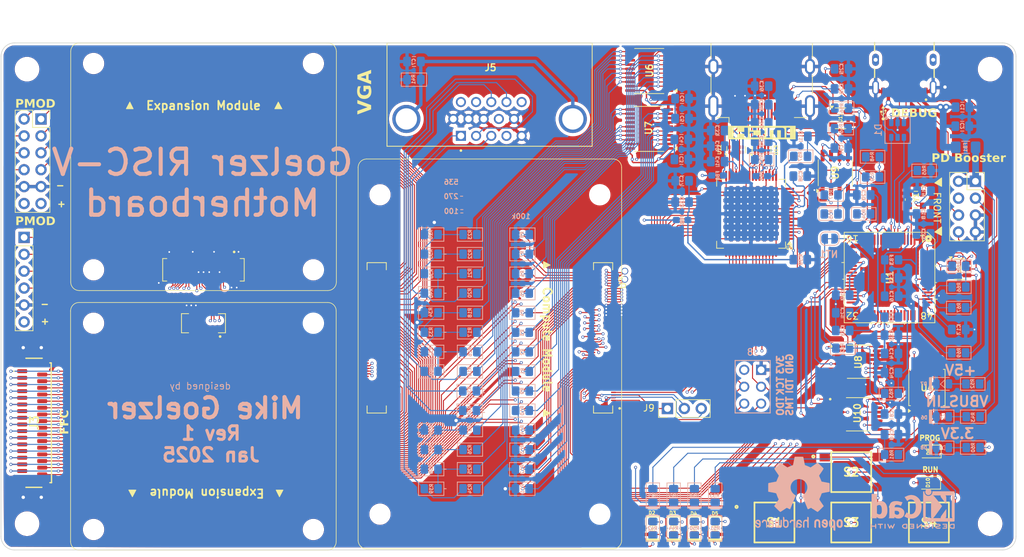
<source format=kicad_pcb>
(kicad_pcb (version 20240108) (generator "pcbnew") (generator_version "8.0")
  (layers (0 "F.Cu" signal) (1 "In1.Cu" signal) (2 "In2.Cu" signal) (31 "B.Cu" signal) (34 "B.Paste" user) (35 "F.Paste" user) (36 "B.SilkS" user "B.Silkscreen") (37 "F.SilkS" user "F.Silkscreen") (38 "B.Mask" user) (39 "F.Mask" user) (44 "Edge.Cuts" user))
  (net 0 "")
  (net 3 "+1V8")
  (net 4 "DM")
  (net 11 "~{FLASH_PROG_SEL}")
  (net 13 "Net-(U1-REF)")
  (net 14 "JTAG_TDO")
  (net 16 "UART1_RXD")
  (net 21 "JTAG_TCK")
  (net 22 "JTAG_TMS")
  (net 24 "JTAG_TDI")
  (net 26 "UART1_TXD")
  (net 30 "/USB-C Power & Debug Port/VBUS")
  (net 31 "/USB-C Power & Debug Port/VPLL")
  (net 33 "/USB-C Power & Debug Port/VPHY")
  (net 37 "/USB-C Power & Debug Port/VBUS_IN")
  (net 38 "/USB-C Power & Debug Port/CC1")
  (net 40 "/USB-C Power & Debug Port/CC2")
  (net 41 "/USB-C Power & Debug Port/~{RESET}")
  (net 43 "/USB-C Power & Debug Port/EEPROM_DO")
  (net 45 "/USB-C Power & Debug Port/EECLK")
  (net 46 "/USB-C Power & Debug Port/EEDATA")
  (net 47 "/USB-C Power & Debug Port/EECS")
  (net 48 "/USB-C Power & Debug Port/OSCI")
  (net 52 "GND")
  (net 53 "Net-(J1-DN1)")
  (net 54 "DP")
  (net 55 "Net-(J1-DP1)")
  (net 56 "Net-(U9-EN)")
  (net 57 "/HDMI/HDMI_5V")
  (net 58 "/HDMI/DVI_PVDD")
  (net 59 "/HDMI/DVI_DVDD")
  (net 61 "/HDMI/DVI_TVDD")
  (net 64 "XM1_1")
  (net 65 "XM1_22")
  (net 66 "XM1_16")
  (net 68 "/HDMI/TMDS_D2-")
  (net 69 "XM1_3")
  (net 71 "/HDMI/TMDS_CLK-")
  (net 72 "/HDMI/TMDS_D2+")
  (net 75 "/HDMI/TMDS_D0-")
  (net 76 "XM1_6")
  (net 77 "/HDMI/DVI_RECEP_SCL")
  (net 78 "XM1_7")
  (net 79 "/HDMI/TMDS_CLK+")
  (net 80 "/HDMI/DVI_HPD")
  (net 81 "XM1_23")
  (net 83 "/HDMI/TMDS_D1-")
  (net 84 "XM1_4")
  (net 85 "/HDMI/TMDS_D1+")
  (net 87 "XM110")
  (net 88 "/HDMI/DVI_RECEP_SDA")
  (net 89 "/HDMI/TMDS_D0+")
  (net 90 "XM1_29")
  (net 92 "DVI_SDA")
  (net 93 "XM1_26")
  (net 95 "XM1_12")
  (net 96 "XM1_15")
  (net 97 "DVI_SCL")
  (net 98 "XM1_25")
  (net 99 "DVI_DATA_18")
  (net 100 "DVI_DATA_19")
  (net 101 "DVI_DATA_16")
  (net 102 "XM1_27")
  (net 103 "DVI_DATA_20")
  (net 104 "DVI_DATA_22")
  (net 106 "XM1_19")
  (net 108 "DVI_DATA_12")
  (net 113 "FFC_25")
  (net 115 "XM1_21")
  (net 116 "XM1_5")
  (net 117 "XM1_28")
  (net 118 "XM1_8")
  (net 120 "DVI_DATA_17")
  (net 121 "DVI_DATA_21")
  (net 123 "DVI_DATA_5")
  (net 124 "XM1_14")
  (net 125 "DVI_DATA_11")
  (net 127 "+3V3")
  (net 128 "DVI_DATA_13")
  (net 129 "DVI_DATA_23")
  (net 130 "DVI_CLK")
  (net 131 "XM1_2")
  (net 132 "XM1_24")
  (net 133 "XM1_17")
  (net 134 "DVI_DATA_9")
  (net 135 "DVI_DATA_10")
  (net 137 "XM1_18")
  (net 138 "DVI_DATA_4")
  (net 139 "DVI_VSYNC")
  (net 141 "DVI_DATA_7")
  (net 142 "DVI_DATA_15")
  (net 143 "DVI_DATA_6")
  (net 144 "XM1_30")
  (net 145 "DVI_HSYNC")
  (net 146 "DVI_DATA_8")
  (net 147 "DVI_DATA_2")
  (net 148 "XM1_9")
  (net 149 "FFC_28")
  (net 152 "XM1_13")
  (net 153 "XM1_20")
  (net 154 "XM1_11")
  (net 156 "FFC_8")
  (net 157 "FFC_15")
  (net 158 "Net-(D9-A)")
  (net 159 "Net-(D10-A)")
  (net 160 "+5V")
  (net 162 "DVI_DATA_3")
  (net 163 "DVI_DATA_1")
  (net 164 "DVI_DATA_0")
  (net 165 "DVI_DATA_14")
  (net 166 "DVI_DE")
  (net 168 "VGA_BLUE_2")
  (net 169 "VGA_RED_3")
  (net 170 "VGA_GREEN_1")
  (net 171 "VGA_VSYNC")
  (net 172 "VGA_GREEN_3")
  (net 173 "VGA_BLUE_1")
  (net 174 "VGA_RED_0")
  (net 175 "VGA_GREEN_2")
  (net 176 "VGA_BLUE_0")
  (net 177 "VGA_RED_2")
  (net 186 "VGA_HSYNC")
  (net 187 "VGA_RED_1")
  (net 188 "VGA_BLUE_3")
  (net 189 "VGA_GREEN_0")
  (net 190 "Net-(J5-SHIELD)")
  (net 191 "/VGA/VGA_DAC_RED_3")
  (net 192 "Net-(R16-Pad2)")
  (net 193 "FFC_21")
  (net 194 "FFC_20")
  (net 195 "FFC_23")
  (net 196 "Net-(U5-TFADJ)")
  (net 197 "Net-(U5-EDGE{slash}HTPLG)")
  (net 198 "Net-(U5-ISEL{slash}~RST)")
  (net 199 "FFC_29")
  (net 200 "FFC_14")
  (net 201 "FFC_22")
  (net 202 "FFC_26")
  (net 203 "FFC_30")
  (net 204 "FFC_2")
  (net 205 "FFC_7")
  (net 206 "FFC_10")
  (net 207 "FFC_5")
  (net 208 "FFC_6")
  (net 209 "FFC_17")
  (net 210 "FFC_24")
  (net 211 "FFC_16")
  (net 212 "FFC_9")
  (net 213 "FFC_1")
  (net 214 "FFC_27")
  (net 215 "FFC_3")
  (net 216 "FFC_31")
  (net 217 "FFC_12")
  (net 218 "FFC_19")
  (net 219 "FFC_18")
  (net 220 "FFC_32")
  (net 221 "FFC_11")
  (net 222 "FFC_4")
  (net 223 "FFC_13")
  (net 224 "/VGA/VGA_DAC_RED_2")
  (net 225 "/VGA/VGA_DAC_RED_1")
  (net 226 "Net-(R17-Pad2)")
  (net 227 "/VGA/VGA_DAC_RED_0")
  (net 228 "Net-(R18-Pad2)")
  (net 229 "/VGA/VGA_CONN_BLUE")
  (net 230 "/VGA/VGA_CONN_VS")
  (net 231 "/VGA/VGA_CONN_HS")
  (net 232 "/VGA/VGA_CONN_GREEN")
  (net 233 "/VGA/VGA_CONN_RED")
  (net 234 "/VGA/VGA_DAC_BLUE_3")
  (net 235 "Net-(R21-Pad2)")
  (net 236 "/VGA/VGA_DAC_BLUE_2")
  (net 237 "Net-(R22-Pad2)")
  (net 238 "/VGA/VGA_DAC_BLUE_1")
  (net 239 "/VGA/VGA_DAC_BLUE_0")
  (net 240 "Net-(R23-Pad2)")
  (net 241 "/VGA/VGA_DAC_GREEN_3")
  (net 242 "Net-(R25-Pad2)")
  (net 243 "/VGA/VGA_DAC_GREEN_2")
  (net 244 "Net-(R26-Pad2)")
  (net 245 "/VGA/VGA_DAC_GREEN_1")
  (net 246 "Net-(R27-Pad2)")
  (net 247 "/VGA/VGA_DAC_GREEN_0")
  (net 248 "/VGA/VGA_VS")
  (net 249 "/VGA/VGA_HS")
  (net 250 "PMOD12_IO_5")
  (net 251 "PMOD12_IO_2")
  (net 252 "PMOD12_IO_3")
  (net 253 "PMOD12_IO_7")
  (net 254 "PMOD12_IO_1")
  (net 255 "PMOD12_IO_4")
  (net 256 "PMOD12_IO_6")
  (net 259 "PMOD6_IO_4")
  (net 260 "PMOD6_IO_3")
  (net 261 "PMOD6_IO_2")
  (net 262 "PMOD6_IO_1")
  (net 263 "PMOD12_IO_0")
  (net 264 "Net-(D2-A)")
  (net 265 "Net-(D3-A)")
  (net 266 "Net-(D4-A)")
  (net 267 "Net-(D5-A)")
  (net 268 "Net-(D6-A)")
  (net 269 "Net-(D7-A)")
  (net 270 "Net-(D8-A)")
  (net 271 "LED_GRN")
  (net 272 "LED_RED")
  (net 273 "LED_YELLOW")
  (net 274 "LED_BLUE")
  (net 275 "Net-(R53-Pad2)")
  (net 276 "Net-(R54-Pad2)")
  (net 277 "Net-(R58-Pad2)")
  (net 278 "Net-(R59-Pad2)")
  (net 279 "BTN_1")
  (net 280 "BTN_2")
  (net 281 "BTN_3")
  (net 282 "BTN_4")
  (net 283 "/SPI Flash/~{PROG}")
  (net 284 "Net-(U4-~{CS})")
  (net 285 "Net-(U8-D3)")
  (net 286 "Net-(U10-D4)")
  (net 287 "Net-(U4-CLK)")
  (net 288 "Net-(U10-D1)")
  (net 289 "Net-(U10-D2)")
  (net 290 "Net-(U10-D3)")
  (net 291 "FLASH_PROG_CS")
  (net 292 "FLASH_PROG_SCK")
  (net 293 "FLASH_RUN_CS")
  (net 294 "FLASH_RUN_SCK")
  (net 295 "FLASH_RUN_IO1")
  (net 296 "FLASH_RUN_IO0")
  (net 297 "FLASH_PROG_IO0")
  (net 298 "FLASH_PROG_IO1")
  (net 299 "FLASH_RUN_IO3")
  (net 300 "FLASH_RUN_IO2")
  (net 301 "ECP5_PRGMN_BTN")
  (net 302 "ECP5_DONE")
  (net 303 "ECP5_INITN")
  (net 304 "XM2_7")
  (net 305 "XM2_14")
  (net 306 "XM2_2")
  (net 307 "XM2_8")
  (net 308 "XM2_11")
  (net 309 "XM2_13")
  (net 310 "XM2_5")
  (net 311 "XM2_10")
  (net 312 "XM2_9")
  (net 313 "XM2_12")
  (net 314 "XM2_6")
  (net 315 "XM2_3")
  (net 316 "XM2_1")
  (net 317 "XM2_4")
  (footprint "PCM_Package_QFP_AKL:LQFP-64_10x10mm_P0.5mm" (layer "F.Cu") (at 200.67 78.31 -90)
    (property "Reference" "U1")
    (property "Value" "FT4232HL" (hide yes))
  )
  (footprint "Wurth-150080xS7500-Series:Wurth_150080xS7500_0805" (layer "F.Cu") (at 168.255 115.868581 90)
    (property "Reference" "D3")
    (property "Value" "Yellow")
  )
  (footprint "Wurth-150080xS7500-Series:Wurth_150080xS7500_0805" (layer "F.Cu") (at 165.135 115.868581 90)
    (property "Reference" "D2")
    (property "Value" "Green")
  )
  (footprint "TMUX1574PWR:SOP65P640X120-16N" (layer "F.Cu") (at 195.95 98.865)
    (property "Reference" "U10")
    (property "Value" "TMUX1574PWR")
  )
  (footprint "ASEM1_12_000MHZ_LC_T:XTAL_ASEM1-12.000MHZ-LC-T" (layer "F.Cu") (at 204.63 66.6 -90)
    (property "Reference" "Y1")
    (property "Value" "ASEM1-12.000MHZ-LC-T")
  )
  (footprint "PTS645SL50SMTR92LFS:PTS645SMT" (layer "F.Cu") (at 206.581785 115.12)
    (property "Reference" "S4")
    (property "Value" "PTS645SL50SMTR92LFS" (hide yes))
  )
  (footprint "ICD15S13E4GX00LF:AMPHENOL_ICD15S13E4GX00LF" (layer "F.Cu") (at 140.62 54.481 180)
    (property "Reference" "J5")
    (property "Value" "ICD15S13E4GX00LF")
  )
  (footprint "Package_TO_SOT_SMD:SOT-23-5" (layer "F.Cu") (at 193.3125 54.38)
    (property "Reference" "U11")
    (property "Value" "TPS2041B")
  )
  (footprint "pmod-ports:PMOD_6" (layer "F.Cu") (at 70.766262 78.779575)
    (property "Reference" "J6" (hide yes))
    (property "Value" "~" (hide yes))
  )
  (footprint "Package_SO:TSSOP-20_4.4x6.5mm_P0.65mm" (layer "F.Cu") (at 164.5875 47.285 180)
    (property "Reference" "U6")
    (property "Value" "SN74LVC245APW")
  )
  (footprint "Package_SO:SOIC-8_5.23x5.23mm_P1.27mm" (layer "F.Cu") (at 206.285 94.84 90)
    (property "Reference" "U4")
    (property "Value" "W25Q128JVSIQ")
  )
  (footprint "Package_SO:SO-8_3.9x4.9mm_P1.27mm" (layer "F.Cu") (at 192.525 62.565 90)
    (property "Reference" "U9")
    (property "Value" "PCA9306D")
  )
  (footprint "Package_TO_SOT_SMD:SOT-23-6" (layer "F.Cu") (at 211.1575 77.03)
    (property "Reference" "U2")
    (property "Value" "93LC56BT-I/OT	")
  )
  (footprint "Connector_HDMI:HDMI_A_Molex_208658-1001_Horizontal" (layer "F.Cu") (at 181.471 50.036 90)
    (property "Reference" "J4" (hide yes))
    (property "Value" "HDMI_A")
  )
  (footprint "pmod-ports:PMOD_12" (layer "F.Cu") (at 71.990094 60.894483)
    (property "Reference" "J7" (hide yes))
    (property "Value" "~" (hide yes))
  )
  (footprint "TMUX1574PWR:SOP65P640X120-16N" (layer "F.Cu") (at 196.09 90.96)
    (property "Reference" "U8")
    (property "Value" "TMUX1574PWR")
  )
  (footprint "MountingHole:MountingHole_3.2mm_M3" (layer "F.Cu") (at 215.771 115.301)
    (property "Reference" "H2" (hide yes))
    (property "Value" "M3")
  )
  (footprint "xm:XM14" (layer "F.Cu") (at 97.661 85.179643 180)
    (property "Reference" "XM2" (hide yes))
    (property "Value" "Expansion Module (14 IOs)")
  )
  (footprint "FH12-32S-0.5SVA:FH1232S05SVA54" (layer "F.Cu") (at 72.275 100.14 90)
    (property "Reference" "J3")
    (property "Value" "FH12-32S-0.5SVA" (hide yes))
  )
  (footprint "MountingHole:MountingHole_3.2mm_M3" (layer "F.Cu") (at 215.771 47.001)
    (property "Reference" "H4" (hide yes))
    (property "Value" "M3")
  )
  (footprint "LED_SMD:LED_0805_2012Metric_Pad1.15x1.40mm_HandSolder" (layer "F.Cu") (at 206.565 104.45 180)
    (property "Reference" "D9")
    (property "Value" "Yellow/PROG")
  )
  (footprint "Wurth-150080xS7500-Series:Wurth_150080xS7500_0805" (layer "F.Cu") (at 171.375 115.868581 90)
    (property "Reference" "D4")
    (property "Value" "Red")
  )
  (footprint "Package_QFP:HTQFP-64-1EP_10x10mm_P0.5mm_EP8x8mm_Mask4.4x4.4mm_ThermalVias" (layer "F.Cu") (at 179.89 68.73 180)
    (property "Reference" "U5")
    (property "Value" "TFP410PAP")
  )
  (footprint "Connector_PinSocket_2.54mm:PinSocket_2x04_P2.54mm_Vertical" (layer "F.Cu") (at 213.57 63.85)
    (property "Reference" "J2" (hide yes))
    (property "Value" "Conn_02x04_Odd_Even")
  )
  (footprint "USB4105_GF_A_120:GCT_USB4105GFA120" (layer "F.Cu") (at 202.899 45.591 180)
    (property "Reference" "J1" (hide yes))
    (property "Value" "USB4105GFA120")
  )
  (footprint "MountingHole:MountingHole_3.2mm_M3" (layer "F.Cu") (at 71.171 47.001)
    (property "Reference" "H3" (hide yes))
    (property "Value" "M3")
  )
  (footprint "Package_SON:USON-10_2.5x1.0mm_P0.5mm" (layer "F.Cu") (at 177.6411 59.105 90)
    (property "Reference" "U12")
    (property "Value" "TPD4E02B04DQA")
  )
  (footprint "cm:Goelzer_Compute_Module_Rev_1" (layer "F.Cu") (at 157.6665 87.374 -90)
    (property "Reference" "U3")
    (property "Value" "~")
  )
  (footprint "Connector_PinHeader_2.54mm:PinHeader_1x03_P2.54mm_Vertical" (layer "F.Cu") (at 167.325 98 90)
    (property "Reference" "J9")
    (property "Value" "Conn_01x03")
  )
  (footprint "xm:XM30" (layer "F.Cu") (at 97.66116 77.15036)
    (property "Reference" "XM1" (hide yes))
    (property "Value" "Expansion Module (30 IOs)")
  )
  (footprint "LED_SMD:LED_0805_2012Metric_Pad1.15x1.40mm_HandSolder" (layer "F.Cu") (at 206.475 109.15 180)
    (property "Reference" "D10")
    (property "Value" "Green/RUN")
  )
  (footprint "MountingHole:MountingHole_3.2mm_M3" (layer "F.Cu") (at 71.171 115.301)
    (property "Reference" "H1" (hide yes))
    (property "Value" "M3")
  )
  (footprint "Package_SON:USON-10_2.5x1.0mm_P0.5mm" (layer "F.Cu") (at 181.46 59.135 90)
    (property "Reference" "U13")
    (property "Value" "TPD4E02B04DQA")
  )
  (footprint "Wurth-150080xS7500-Series:Wurth_150080xS7500_0805" (layer "F.Cu") (at 174.495 115.868581 90)
    (property "Reference" "D5")
    (property "Value" "Blue")
  )
  (footprint "Package_SO:TSSOP-20_4.4x6.5mm_P0.65mm" (layer "F.Cu") (at 164.5875 55.975 180)
    (property "Reference" "U7")
    (property "Value" "SN74LVC245APW")
  )
  (footprint "PTS645SL50SMTR92LFS:PTS645SMT" (layer "F.Cu") (at 183.39 115.12)
    (property "Reference" "S1")
    (property "Value" "PTS645SL50SMTR92LFS" (hide yes))
  )
  (footprint "PTS645SL50SMTR92LFS:PTS645SMT" (layer "F.Cu") (at 194.916785 107.55)
    (property "Reference" "S2")
    (property "Value" "PTS645SL50SMTR92LFS" (hide yes))
  )
  (footprint "LogoLibrary:hdmi-400x80-mil" (layer "F.Cu") (at 181.49 56.53)
    (property "Reference" "G3" (hide yes))
    (property "Value" "LOGO" (hide yes))
  )
  (footprint "LogoLibrary:usb-logo-100mil" (layer "F.Cu") (at 199.77425 53.599016)
    (property "Reference" "G4" (hide yes))
    (property "Value" "LOGO" (hide yes))
  )
  (footprint "PTS645SL50SMTR92LFS:PTS645SMT" (layer "F.Cu") (at 194.916785 115.12)
    (property "Reference" "S3")
    (property "Value" "PTS645SL50SMTR92LFS" (hide yes))
  )
  (footprint "PCM_Resistor_SMD_AKL:R_0805_2012Metric_Pad1.15x1.40mm" (layer "B.Cu") (at 145.55 71.861366 180)
    (property "Reference" "R8")
    (property "Value" "100k" (hide yes))
  )
  (footprint "Capacitor_SMD:C_0805_2012Metric_Pad1.18x1.45mm_HandSolder" (layer "B.Cu") (at 181.475 52.325 180)
    (property "Reference" "C34")
    (property "Value" "10nF")
  )
  (footprint "PCM_Resistor_SMD_AKL:R_0805_2012Metric_Pad1.15x1.40mm" (layer "B.Cu") (at 137.675 71.853032 180)
    (property "Reference" "R23")
    (property "Value" "536" (hide yes))
  )
  (footprint "PCM_Resistor_SMD_AKL:R_0805_2012Metric_Pad1.15x1.40mm" (layer "B.Cu") (at 131.85 71.853032 180)
    (property "Reference" "R28")
    (property "Value" "536" (hide yes))
  )
  (footprint "PCM_Resistor_SMD_AKL:R_0805_2012Metric_Pad1.15x1.40mm_HandSolder" (layer "B.Cu") (at 193.6375 88.925 180)
    (property "Reference" "R62")
    (property "Value" "10K")
  )
  (footprint "PCM_Resistor_SMD_AKL:R_0805_2012Metric_Pad1.15x1.40mm" (layer "B.Cu") (at 129.265 48.575 180)
    (property "Reference" "R41")
    (property "Value" "1M" (hide yes))
  )
  (footprint "PCM_Resistor_SMD_AKL:R_0805_2012Metric_Pad1.15x1.40mm" (layer "B.Cu") (at 131.85 92.418178)
    (property "Reference" "R19")
    (property "Value" "270" (hide yes))
  )
  (footprint "PCM_Resistor_SMD_AKL:R_0805_2012Metric_Pad1.15x1.40mm" (layer "B.Cu") (at 137.675 74.79091 180)
    (property "Reference" "R22")
    (property "Value" "536" (hide yes))
  )
  (footprint "PCM_Resistor_SMD_AKL:R_0805_2012Metric_Pad1.15x1.40mm" (layer "B.Cu") (at 145.55 83.612878 180)
    (property "Reference" "R4")
    (property "Value" "100k" (hide yes))
  )
  (footprint "PCM_Resistor_SMD_AKL:R_0805_2012Metric_Pad1.15x1.40mm_HandSolder" (layer "B.Cu") (at 211.06 82.84)
    (property "Reference" "R67")
    (property "Value" "10k")
  )
  (footprint "PCM_Resistor_SMD_AKL:R_0805_2012Metric_Pad1.15x1.40mm_HandSolder" (layer "B.Cu") (at 193.425 55.93 180)
    (property "Reference" "R46")
    (property "Value" "200k")
  )
  (footprint "Capacitor_SMD:C_0805_2012Metric_Pad1.18x1.45mm_HandSolder" (layer "B.Cu") (at 169.4125 57.555)
    (property "Reference" "C4")
    (property "Value" "100nF")
  )
  (footprint "PCM_Resistor_SMD_AKL:R_0805_2012Metric_Pad1.15x1.40mm_HandSolder" (layer "B.Cu") (at 191.9 68.7625 180)
    (property "Reference" "R45")
    (property "Value" "2.2k")
  )
  (footprint "Inductor_SMD:L_0603_1608Metric_Pad1.05x0.95mm_HandSolder" (layer "B.Cu") (at 181.475 63.075)
    (property "Reference" "FB4")
    (property "Value" "600Ω")
  )
  (footprint "PCM_Resistor_SMD_AKL:R_0805_2012Metric_Pad1.15x1.40mm" (layer "B.Cu") (at 131.85 89.4803 180)
    (property "Reference" "R32")
    (property "Value" "270" (hide yes))
  )
  (footprint "QBLP631_White_LED:QBLP631_White_LED_0805" (layer "B.Cu") (at 208.651419 94.30589)
    (property "Reference" "D7")
    (property "Value" "White")
  )
  (footprint "PCM_Resistor_SMD_AKL:R_0805_2012Metric_Pad1.15x1.40mm_HandSolder" (layer "B.Cu") (at 211.09 79.75)
    (property "Reference" "R66")
    (property "Value" "10k")
  )
  (footprint "Symbol:KiCad-Logo2_5mm_SilkScreen" (layer "B.Cu") (at 204.16 113.05 180)
    (property "Reference" "G1" (hide yes))
    (property "Value" "Logo_Open_Hardware_Small" (hide yes))
  )
  (footprint "PCM_Resistor_SMD_AKL:R_0805_2012Metric_Pad1.15x1.40mm_HandSolder" (layer "B.Cu") (at 205.8625 62.225)
    (property "Reference" "R65")
    (property "Value" "12k")
  )
  (footprint "PCM_Resistor_SMD_AKL:R_0805_2012Metric_Pad1.15x1.40mm" (layer "B.Cu") (at 137.62 95.36439 180)
    (property "Reference" "R31")
    (property "Value" "100" (hide yes))
  )
  (footprint "PCM_Resistor_SMD_AKL:R_0805_2012Metric_Pad1.15x1.40mm" (layer "B.Cu") (at 137.675 86.542422 180)
    (property "Reference" "R17")
    (property "Value" "536" (hide yes))
  )
  (footprint "Capacitor_SMD:C_0805_2012Metric_Pad1.18x1.45mm_HandSolder" (layer "B.Cu") (at 174.8625 56.225 180)
    (property "Reference" "C33")
    (property "Value" "10uF")
  )
  (footprint "PCM_Resistor_SMD_AKL:R_0805_2012Metric_Pad1.15x1.40mm" (layer "B.Cu") (at 213.225 99.2174 180)
    (property "Reference" "R43")
    (property "Value" "1k" (hide yes))
  )
  (footprint "PCM_Resistor_SMD_AKL:R_0805_2012Metric_Pad1.15x1.40mm_HandSolder" (layer "B.Cu") (at 196.8 68.75)
    (property "Reference" "R64")
    (property "Value" "1k")
  )
  (footprint "PCM_Resistor_SMD_AKL:R_0805_2012Metric_Pad1.15x1.40mm" (layer "B.Cu") (at 174.495 116 90)
    (property "Reference" "R51")
    (property "Value" "270" (hide yes))
  )
  (footprint "PCM_Resistor_SMD_AKL:R_0805_2012Metric_Pad1.15x1.40mm" (layer "B.Cu") (at 165.135 111.075 90)
    (property "Reference" "R54")
    (property "Value" "3.3k" (hide yes))
  )
  (footprint "PCM_Resistor_SMD_AKL:R_0805_2012Metric_Pad1.15x1.40mm" (layer "B.Cu") (at 137.675 101.236358 180)
    (property "Reference" "R27")
    (property "Value" "536" (hide yes))
  )
  (footprint "PCM_Resistor_SMD_AKL:R_0805_2012Metric_Pad1.15x1.40mm_HandSolder" (layer "B.Cu") (at 213.1665 94.30589 180)
    (property "Reference" "R52")
    (property "Value" "61.1k")
  )
  (footprint "Capacitor_SMD:C_0805_2012Metric_Pad1.18x1.45mm_HandSolder" (layer "B.Cu") (at 169.4125 60.565)
    (property "Reference" "C3")
    (property "Value" "1nF")
  )
  (footprint "Capacitor_SMD:C_0805_2012Metric_Pad1.18x1.45mm_HandSolder" (layer "B.Cu") (at 193.6375 80.95)
    (property "Reference" "C19")
    (property "Value" "0.1uF")
  )
  (footprint "PCM_Resistor_SMD_AKL:R_0805_2012Metric_Pad1.15x1.40mm" (layer "B.Cu") (at 171.375 116 90)
    (property "Reference" "R50")
    (property "Value" "536" (hide yes))
  )
  (footprint "PCM_Resistor_SMD_AKL:R_0805_2012Metric_Pad1.15x1.40mm" (layer "B.Cu") (at 168.255 111.075 90)
    (property "Reference" "R59")
    (property "Value" "3.3k" (hide yes))
  )
  (footprint "PCM_Resistor_SMD_AKL:R_0805_2012Metric_Pad1.15x1.40mm" (layer "B.Cu") (at 137.675 89.4803 180)
    (property "Reference" "R16")
    (property "Value" "536" (hide yes))
  )
  (footprint "PCM_Resistor_SMD_AKL:R_0805_2012Metric_Pad1.15x1.40mm" (layer "B.Cu") (at 137.675 92.418178 180)
    (property "Reference" "R15")
    (property "Value" "536" (hide yes))
  )
  (footprint "Capacitor_SMD:C_0805_2012Metric_Pad1.18x1.45mm_HandSolder" (layer "B.Cu") (at 187.274 75.625)
    (property "Reference" "C39")
    (property "Value" "10nF")
  )
  (footprint "PCM_Resistor_SMD_AKL:R_0805_2012Metric_Pad1.15x1.40mm_HandSolder" (layer "B.Cu") (at 187.325 60.1 180)
    (property "Reference" "R57")
    (property "Value" "1k")
  )
  (footprint "PCM_Resistor_SMD_AKL:R_0805_2012Metric_Pad1.15x1.40mm" (layer "B.Cu") (at 137.675 83.604544 180)
    (property "Reference" "R18")
    (property "Value" "536" (hide yes))
  )
  (footprint "PCM_Resistor_SMD_AKL:R_0805_2012Metric_Pad1.15x1.40mm" (layer "B.Cu") (at 145.55 74.799244 180)
    (property "Reference" "R7")
    (property "Value" "100k" (hide yes))
  )
  (footprint "Capacitor_SMD:C_0805_2012Metric_Pad1.18x1.45mm_HandSolder" (layer "B.Cu") (at 169.5125 54.425)
    (property "Reference" "C5")
    (property "Value" "1nF")
  )
  (footprint "PCM_Resistor_SMD_AKL:R_0805_2012Metric_Pad1.15x1.40mm" (layer "B.Cu") (at 137.675 110.05 180)
    (property "Reference" "R24")
    (property "Value" "536" (hide yes))
  )
  (footprint "PCM_Resistor_SMD_AKL:R_0805_2012Metric_Pad1.15x1.40mm" (layer "B.Cu") (at 213.225 103.86 180)
    (property "Reference" "R60")
    (property "Value" "1k" (hide yes))
  )
  (footprint "PCM_Resistor_SMD_AKL:R_0805_2012Metric_Pad1.15x1.40mm_HandSolder" (layer "B.Cu") (at 191.9 65.9 180)
    (property "Reference" "R47")
    (property "Value" "2.2k")
  )
  (footprint "PCM_Resistor_SMD_AKL:R_0805_2012Metric_Pad1.15x1.40mm" (layer "B.Cu") (at 145.55 95.36439 180)
    (property "Reference" "R9")
    (property "Value" "100k" (hide yes))
  )
  (footprint "PCM_Resistor_SMD_AKL:R_0805_2012Metric_Pad1.15x1.40mm" (layer "B.Cu") (at 131.85 110.05)
    (property "Reference" "R39")
    (property "Value" "270" (hide yes))
  )
  (footprint "PCM_Resistor_SMD_AKL:R_0805_2012Metric_Pad1.15x1.40mm" (layer "B.Cu") (at 145.55 77.737122 180)
    (property "Reference" "R6")
    (property "Value" "100k" (hide yes))
  )
  (footprint "Capacitor_SMD:C_0805_2012Metric_Pad1.18x1.45mm_HandSolder" (layer "B.Cu") (at 200.9625 98.825)
    (property "Reference" "C8")
    (property "Value" "0.1uF")
  )
  (footprint "PCM_Resistor_SMD_AKL:R_0805_2012Metric_Pad1.15x1.40mm" (layer "B.Cu") (at 131.85 80.666666)
    (property "Reference" "R40")
    (property "Value" "270" (hide yes))
  )
  (footprint "PCM_Resistor_SMD_AKL:R_0805_2012Metric_Pad1.15x1.40mm" (layer "B.Cu") (at 165.135 116 90)
    (property "Reference" "R42")
    (property "Value" "536" (hide yes))
  )
  (footprint "PCM_Resistor_SMD_AKL:R_0805_2012Metric_Pad1.15x1.40mm" (layer "B.Cu") (at 131.85 107.112114 180)
    (property "Reference" "R38")
    (property "Value" "270" (hide yes))
  )
  (footprint "PCM_Resistor_SMD_AKL:R_0805_2012Metric_Pad1.15x1.40mm" (layer "B.Cu") (at 168.255 116 90)
    (property "Reference" "R44")
    (property "Value" "536" (hide yes))
  )
  (footprint "PCM_Resistor_SMD_AKL:R_0805_2012Metric_Pad1.15x1.40mm" (layer "B.Cu") (at 145.55 101.240146 180)
    (property "Reference" "R14")
    (property "Value" "100k" (hide yes))
  )
  (footprint "Capacitor_SMD:C_0805_2012Metric_Pad1.18x1.45mm_HandSolder" (layer "B.Cu") (at 169.525 63.775 180)
    (property "Reference" "C37")
    (property "Value" "10nF")
  )
  (footprint "Capacitor_SMD:C_0805_2012Metric_Pad1.18x1.45mm_HandSolder" (layer "B.Cu") (at 200.9625 86.9725 180)
    (property "Reference" "C12")
    (property "Value" "4.7uF")
  )
  (footprint "PCM_Resistor_SMD_AKL:R_0805_2012Metric_Pad1.15x1.40mm" (layer "B.Cu") (at 171.375 111.075 90)
    (property "Reference" "R58")
    (property "Value" "3.3k" (hide yes))
  )
  (footprint "PCM_Resistor_SMD_AKL:R_0805_2012Metric_Pad1.15x1.40mm" (layer "B.Cu") (at 145.55 104.178032 180)
    (property "Reference" "R13")
    (property "Value" "100k" (hide yes))
  )
  (footprint "Capacitor_SMD:C_0805_2012Metric_Pad1.18x1.45mm_HandSolder" (layer "B.Cu") (at 193.46 46.95)
    (property "Reference" "C25")
    (property "Value" "10uF")
  )
  (footprint "Capacitor_SMD:C_0805_2012Metric_Pad1.18x1.45mm_HandSolder" (layer "B.Cu") (at 193.6375 83.6125)
    (property "Reference" "C21")
    (property "Value" "0.1uF")
  )
  (footprint "PCM_Resistor_SMD_AKL:R_0805_2012Metric_Pad1.15x1.40mm_HandSolder" (layer "B.Cu") (at 200.9625 95.75 180)
    (property "Reference" "R63")
    (property "Value" "1K")
  )
  (footprint "PCM_Package_TO_SOT_SMD_AKL:SOT-23-6" (layer "B.Cu") (at 201.88 56.15 -90)
    (property "Reference" "D1")
    (property "Value" "USBLC6-2SC6" (hide yes))
  )
  (footprint "PCM_Resistor_SMD_AKL:R_0805_2012Metric_Pad1.15x1.40mm" (layer "B.Cu") (at 137.675 77.728788 180)
    (property "Reference" "R21")
    (property "Value" "536" (hide yes))
  )
  (footprint "Capacitor_SMD:C_0805_2012Metric_Pad1.18x1.45mm_HandSolder" (layer "B.Cu") (at 205.8625 65.325)
    (property "Reference" "C15")
    (property "Value" "0.1uF")
  )
  (footprint "Inductor_SMD:L_0603_1608Metric_Pad1.05x0.95mm_HandSolder" (layer "B.Cu") (at 169.525 69.675)
    (property "Reference" "FB5")
    (property "Value" "600Ω")
  )
  (footprint "Capacitor_SMD:C_0805_2012Metric_Pad1.18x1.45mm_HandSolder" (layer "B.Cu") (at 181.475 49.55 180)
    (property "Reference" "C36")
    (property "Value" "10nF")
  )
  (footprint "Symbol:OSHW-Logo2_14.6x12mm_SilkScreen" (layer "B.Cu") (at 187.07 110.79 180)
    (property "Reference" "G2" (hide yes))
    (property "Value" "Logo_Open_Hardware_Small" (hide yes))
  )
  (footprint "PCM_Resistor_SMD_AKL:R_0805_2012Metric_Pad1.15x1.40mm" (layer "B.Cu") (at 131.85 101.236358 180)
    (property "Reference" "R29")
    (property "Value" "536" (hide yes))
  )
  (footprint "Capacitor_SMD:C_0805_2012Metric_Pad1.18x1.45mm_HandSolder" (layer "B.Cu") (at 200.9875 81.125 180)
    (property "Reference" "C16")
    (property "Value" "0.1uF")
  )
  (footprint "SolderJumpers:Solder_Jumper_Cuttable_6mil" (layer "B.Cu") (at 191.675 72.475 180)
    (property "Reference" "NT1")
    (property "Value" "NetTie_2")
  )
  (footprint "PCM_Resistor_SMD_AKL:R_0805_2012Metric_Pad1.15x1.40mm" (layer "B.Cu") (at 145.515 107.122114 180)
    (property "Reference" "R12")
    (property "Value" "100k" (hide yes))
  )
  (footprint "Capacitor_SMD:C_0805_2012Metric_Pad1.18x1.45mm_HandSolder" (layer "B.Cu") (at 200.9625 101.925)
    (property "Reference" "C10")
    (property "Value" "0.1uF")
  )
  (footprint "PCM_Resistor_SMD_AKL:R_0805_2012Metric_Pad1.15x1.40mm" (layer "B.Cu") (at 174.495 111.075 90)
    (property "Reference" "R53")
    (property "Value" "3.3k" (hide yes))
  )
  (footprint "Capacitor_SMD:C_0805_2012Metric_Pad1.18x1.45mm_HandSolder" (layer "B.Cu") (at 193.4375 58.85)
    (property "Reference" "C9")
    (property "Value" "100pF")
  )
  (footprint "Capacitor_SMD:C_0805_2012Metric_Pad1.18x1.45mm_HandSolder" (layer "B.Cu") (at 187.274 63.075)
    (property "Reference" "C38")
    (property "Value" "10nF")
  )
  (footprint "Inductor_SMD:L_0603_1608Metric_Pad1.05x0.95mm_HandSolder" (layer "B.Cu") (at 174.8625 62.975)
    (property "Reference" "FB6")
    (property "Value" "600Ω")
  )
  (footprint "Inductor_SMD:L_1206_3216Metric_Pad1.42x1.75mm_HandSolder" (layer "B.Cu") (at 212.1025 58.74)
    (property "Reference" "FB1")
    (property "Value" "50Ω@100mhz 12A")
  )
  (footprint "Capacitor_SMD:C_0805_2012Metric_Pad1.18x1.45mm_HandSolder" (layer "B.Cu") (at 174.8625 60.891666 180)
    (property "Reference" "C41")
    (property "Value" "10nF")
  )
  (footprint "Capacitor_SMD:C_0805_2012Metric_Pad1.18x1.45mm_HandSolder" (layer "B.Cu") (at 211.5825 55.57)
    (property "Reference" "C2")
    (property "Value" "22uF")
  )
  (footprint "PH2_06_UA:CONN_PH2-06-UA_ADM" (layer "B.Cu") (at 181.39 92.18 -90)
    (property "Reference" "J8")
    (property "Value" "Conn_02x03")
  )
  (footprint "PCM_Resistor_SMD_AKL:R_0805_2012Metric_Pad1.15x1.40mm" (layer "B.Cu") (at 145.55 80.675 180)
    (property "Reference" "R5")
    (property "Value" "100k" (hide yes))
  )
  (footprint "PCM_Resistor_SMD_AKL:R_0805_2012Metric_Pad1.15x1.40mm" (layer "B.Cu") (at 145.55 86.550756 180)
    (property "Reference" "R3")
    (property "Value" "100k" (hide yes))
  )
  (footprint "PCM_Resistor_SMD_AKL:R_0805_2012Metric_Pad1.15x1.40mm" (layer "B.Cu") (at 131.85 74.79091 180)
    (property "Reference" "R35")
    (property "Value" "270" (hide yes))
  )
  (footprint "Wurth-150080xS7500-Series:Wurth_150080xS7500_0805" (layer "B.Cu") (at 208.745916 103.869314)
    (property "Reference" "D8")
    (property "Value" "Green")
  )
  (footprint "Capacitor_SMD:C_0805_2012Metric_Pad1.18x1.45mm_HandSolder" (layer "B.Cu") (at 169.525 66.975 180)
    (property "Reference" "C32")
    (property "Value" "10uF")
  )
  (footprint "PCM_Resistor_SMD_AKL:R_0805_2012Metric_Pad1.15x1.40mm" (layer "B.Cu") (at 131.85 104.174236 180)
    (property "Reference" "R37")
    (property "Value" "270" (hide yes))
  )
  (footprint "Capacitor_SMD:C_0805_2012Metric_Pad1.18x1.45mm_HandSolder" (layer "B.Cu") (at 129.265 45.85 180)
    (property "Reference" "C7")
    (property "Value" "1nF 250V")
  )
  (footprint "PCM_Resistor_SMD_AKL:R_0805_2012Metric_Pad1.15x1.40mm" (layer "B.Cu") (at 145.55 89.488634 180)
    (property "Reference" "R2")
    (property "Value" "100k" (hide yes))
  )
  (footprint "Capacitor_SMD:C_0805_2012Metric_Pad1.18x1.45mm_HandSolder" (layer "B.Cu") (at 200.9625 89.725 180)
    (property "Reference" "C14")
    (property "Value" "0.1uF")
  )
  (footprint "PCM_Resistor_SMD_AKL:R_0805_2012Metric_Pad1.15x1.40mm_HandSolder" (layer "B.Cu") (at 211.0875 76.59 180)
    (property "Reference" "R68")
    (property "Value" "2.2k")
  )
  (footprint "PCM_Resistor_SMD_AKL:R_0805_2012Metric_Pad1.15x1.40mm_HandSolder" (layer "B.Cu") (at 200.9625 104.925)
    (property "Reference" "R61")
    (property "Value" "10K")
  )
  (footprint "Capacitor_SMD:C_0805_2012Metric_Pad1.18x1.45mm_HandSolder" (layer "B.Cu") (at 181.475 57.825 180)
    (property "Reference" "C35")
    (property "Value" "10nF")
  )
  (footprint "PCM_Resistor_SMD_AKL:R_0805_2012Metric_Pad1.15x1.40mm_HandSolder" (layer "B.Cu") (at 193.475 52.85)
    (property "Reference" "R56")
    (property "Value" "1k")
  )
  (footprint "PCM_Resistor_SMD_AKL:R_0805_2012Metric_Pad1.15x1.40mm" (layer "B.Cu") (at 137.675 80.666666 180)
    (property "Reference" "R20")
    (property "Value" "536" (hide yes))
  )
  (footprint "Capacitor_SMD:C_0805_2012Metric_Pad1.18x1.45mm_HandSolder" (layer "B.Cu") (at 200.9625 92.625)
    (property "Reference" "C24")
    (property "Value" "0.1uF")
  )
  (footprint "Inductor_SMD:L_0805_2012Metric_Pad1.15x1.40mm_HandSolder" (layer "B.Cu") (at 200.9625 84.25 180)
    (property "Reference" "FB2")
    (property "Value" "600/0.6A")
  )
  (footprint "PCM_Resistor_SMD_AKL:R_0805_2012Metric_Pad1.15x1.40mm" (layer "B.Cu") (at 131.85 86.542422 180)
    (property "Reference" "R33")
    (property "Value" "270" (hide yes))
  )
  (footprint "Capacitor_SMD:C_0805_2012Metric_Pad1.18x1.45mm_HandSolder" (layer "B.Cu") (at 205.775 68.75)
    (property "Reference" "C18")
    (property "Value" "0.1uF")
  )
  (footprint "PCM_Resistor_SMD_AKL:R_0805_2012Metric_Pad1.15x1.40mm" (layer "B.Cu") (at 145.55 92.426512 180)
    (property "Reference" "R1")
    (property "Value" "100k" (hide yes))
  )
  (footprint "PCM_Resistor_SMD_AKL:R_0805_2012Metric_Pad1.15x1.40mm_HandSolder" (layer "B.Cu") (at 211.06 89.625)
    (property "Reference" "R69")
    (property "Value" "10k")
  )
  (footprint "Capacitor_SMD:C_0805_2012Metric_Pad1.18x1.45mm_HandSolder" (layer "B.Cu") (at 211.6125 52.71)
    (property "Reference" "C1")
    (property "Value" "22uF")
  )
  (footprint "PCM_Resistor_SMD_AKL:R_0805_2012Metric_Pad1.15x1.40mm" (layer "B.Cu") (at 131.85 77.728788 180)
    (property "Reference" "R36")
    (property "Value" "270" (hide yes))
  )
  (footprint "PCM_Resistor_SMD_AKL:R_0805_2012Metric_Pad1.15x1.40mm" (layer "B.Cu") (at 131.85 83.604544 180)
    (property "Reference" "R34")
    (property "Value" "536" (hide yes))
  )
  (footprint "PCM_Resistor_SMD_AKL:R_0805_2012Metric_Pad1.15x1.40mm_HandSolder" (layer "B.Cu") (at 198.125 63.2 180)
    (property "Reference" "R49")
    (property "Value" "2.2k")
  )
  (footprint "Capacitor_SMD:C_0805_2012Metric_Pad1.18x1.45mm_HandSolder" (layer "B.Cu") (at 205.775 71.75)
    (property "Reference" "C23")
    (property "Value" "0.1uF")
  )
  (footprint "PCM_Resistor_SMD_AKL:R_0805_2012Metric_Pad1.15x1.40mm" (layer "B.Cu") (at 137.62 98.302268)
    (property "Reference" "R30")
    (property "Value" "100" (hide yes))
  )
  (footprint "Capacitor_SMD:C_0805_2012Metric_Pad1.18x1.45mm_HandSolder" (layer "B.Cu") (at 181.475 55.075 180)
    (property "Reference" "C31")
    (property "Value" "10uF")
  )
  (footprint "Capacitor_SMD:C_0805_2012Metric_Pad1.18x1.45mm_HandSolder" (layer "B.Cu") (at 193.6375 86.275)
    (property "Reference" "C22")
    (property "Value" "0.1uF")
  )
  (footprint "PCM_Resistor_SMD_AKL:R_0805_2012Metric_Pad1.15x1.40mm_HandSolder" (layer "B.Cu") (at 198.125 60.175 180)
    (property "Reference" "R48")
    (property "Value" "2.2k")
  )
  (footprint "Capacitor_SMD:C_0805_2012Metric_Pad1.18x1.45mm_HandSolder" (layer "B.Cu") (at 211.06 86.125 180)
    (property "Reference" "C17")
    (property "Value" "10uF")
  )
  (footprint "PCM_Resistor_SMD_AKL:R_0805_2012Metric_Pad1.15x1.40mm" (layer "B.Cu") (at 137.675 104.174236 180)
    (property "Reference" "R26")
    (property "Value" "536" (hide yes))
  )
  (footprint "Capacitor_SMD:C_0805_2012Metric_Pad1.18x1.45mm_HandSolder" (layer "B.Cu") (at 193.46 49.96)
    (property "Reference" "C26")
    (property "Value" "10uF")
  )
  (footprint "Capacitor_SMD:C_0805_2012Metric_Pad1.18x1.45mm_HandSolder" (layer "B.Cu") (at 169.5125 51.415)
    (property "Reference" "C6")
    (property "Value" "100nF")
  )
  (footprint "PCM_Resistor_SMD_AKL:R_0805_2012Metric_Pad1.15x1.40mm_HandSolder" (layer "B.Cu") (at 181.475 60.575 180)
    (property "Reference" "R55")
    (property "Value" "510")
  )
  (footprint "Capacitor_SMD:C_0805_2012Metric_Pad1.18x1.45mm_HandSolder" (layer "B.Cu") (at 174.8625 58.558333 180)
    (property "Reference" "C40")
    (property "Value" "10nF")
  )
  (footprint "Capacitor_SMD:C_0805_2012Metric_Pad1.18x1.45mm_HandSolder" (layer "B.Cu") (at 187.3625 57.1 180)
    (property "Reference" "C11")
    (property "Value" "470nF")
  )
  (footprint "PCM_Resistor_SMD_AKL:R_0805_2012Metric_Pad1.15x1.40mm" (layer "B.Cu") (at 145.55 98.302268 180)
    (property "Reference" "R10")
    (property "Value" "100k" (hide yes))
  )
  (footprint "PCM_Resistor_SMD_AKL:R_0805_2012Metric_Pad1.15x1.40mm" (layer "B.Cu") (at 145.53 110.05 180)
    (property "Reference" "R11")
    (property "Value" "100k" (hide yes))
  )
  (footprint "Inductor_SMD:L_0805_2012Metric_Pad1.15x1.40mm_HandSolder" (layer "B.Cu") (at 200.9875 75.65 180)
    (property "Reference" "FB3")
    (property "Value" "600/0.6A")
  )
  (footprint "Capacitor_SMD:C_0805_2012Metric_Pad1.18x1.45mm_HandSolder" (layer "B.Cu") (at 200.9875 78.3725 180)
    (property "Reference" "C13")
    (property "Value" "4.7uF")
  )
  (footprint "Wurth-150080xS7500-Series:Wurth_150080xS7500_0805" (layer "B.Cu") (at 208.745916 99.214918)
    (property "Reference" "D6")
    (property "Value" "Amber")
  )
  (footprint "PCM_Resistor_SMD_AKL:R_0805_2012Metric_Pad1.15x1.40mm" (layer "B.Cu") (at 137.675 107.112114 180)
    (property "Reference" "R25")
    (property "Value" "536" (hide yes))
  )
  (footprint "Capacitor_SMD:C_0805_2012Metric_Pad1.18x1.45mm_HandSolder" (layer "B.Cu") (at 196.8 65.9)
    (property "Reference" "C20")
    (property "Value" "0.1uF")
  )
  (gr_line (start 139.525 95.12) (end 139.875 95.12) (stroke (width 0.127)) (layer "B.SilkS"))
  (gr_line (start 139.53 98.58) (end 139.88 98.58) (stroke (width 0.127)) (layer "B.SilkS"))
  (gr_line (start 133.75 80.666666) (end 134.1 80.666666) (stroke (width 0.127)) (layer "B.SilkS"))
  (gr_line (start 133.75 107.11) (end 134.1 107.11) (stroke (width 0.127)) (layer "B.SilkS"))
  (gr_line (start 133.76 89.4803) (end 134.11 89.4803) (stroke (width 0.127)) (layer "B.SilkS"))
  (gr_line (start 133.75 74.79091) (end 134.1 74.79091) (stroke (width 0.127)) (layer "B.SilkS"))
  (gr_line (start 136.24 66.09) (end 136.59 66.09) (stroke (width 0.127)) (layer "B.SilkS"))
  (gr_line (start 136.275 68.1) (end 136.625 68.1) (stroke (width 0.127)) (layer "B.SilkS"))
  (gr_line (start 139.53 98.07) (end 139.88 98.07) (stroke (width 0.127)) (layer "B.SilkS"))
  (gr_line (start 133.745 86.54) (end 134.095 86.54) (stroke (width 0.127)) (layer "B.SilkS"))
  (gr_line (start 133.76 77.72) (end 134.11 77.72) (stroke (width 0.127)) (layer "B.SilkS"))
  (gr_line (start 136.275 68.61) (end 136.625 68.61) (stroke (width 0.127)) (layer "B.SilkS"))
  (gr_line (start 139.525 95.63) (end 139.875 95.63) (stroke (width 0.127)) (layer "B.SilkS"))
  (gr_line (start 133.75 92.41) (end 134.1 92.41) (stroke (width 0.127)) (layer "B.SilkS"))
  (gr_line (start 133.755 110.05) (end 134.105 110.05) (stroke (width 0.127)) (layer "B.SilkS"))
  (gr_line (start 133.755 104.174236) (end 134.105 104.174236) (stroke (width 0.127)) (layer "B.SilkS"))
  (gr_poly (pts (xy 207.474 64.104) (xy 208.49 63.342) (xy 208.49 64.612)) (stroke (width 0.127)) (fill solid) (layer "F.SilkS"))
  (gr_poly (pts (xy 207.474 71.47) (xy 208.49 70.708) (xy 208.49 71.978)) (stroke (width 0.127)) (fill solid) (layer "F.SilkS"))
  (gr_line (start 67.263 117.219) (end 67.263 45.083) (stroke (width 0.1016)) (layer "Edge.Cuts"))
  (gr_line (start 217.631 119.251) (end 69.295 119.251) (stroke (width 0.1016)) (layer "Edge.Cuts"))
  (gr_arc (start 219.663 117.219) (mid 219.067841 118.655841) (end 217.631 119.251) (stroke (width 0.1016)) (layer "Edge.Cuts"))
  (gr_line (start 219.663 45.083) (end 219.663 117.219) (stroke (width 0.1016)) (layer "Edge.Cuts"))
  (gr_line (start 69.295 43.051) (end 217.631 43.051) (stroke (width 0.1016)) (layer "Edge.Cuts"))
  (gr_arc (start 67.263 45.083) (mid 67.858159 43.646159) (end 69.295 43.051) (stroke (width 0.1016)) (layer "Edge.Cuts"))
  (gr_arc (start 69.295 119.251) (mid 67.858159 118.655841) (end 67.263 117.219) (stroke (width 0.1016)) (layer "Edge.Cuts"))
  (gr_arc (start 217.631 43.051) (mid 219.067841 43.646159) (end 219.663 45.083) (stroke (width 0.1016)) (layer "Edge.Cuts"))
  (gr_text "3.3V" (at 213.54 102.66 0) (layer "B.SilkS") (effects (font (size 1.524 1.524) (thickness 0.3048) (bold yes)) (justify left bottom mirror)))
  (gr_text "Rev 1\nJan 2025" (at 98.79 106.17 -0) (layer "B.SilkS") (effects (font (size 2.032 2.032) (thickness 0.4572) (bold yes)) (justify bottom mirror)))
  (gr_text "VBUS_IN" (at 215.69 97.83 0) (layer "B.SilkS") (effects (font (size 1.524 1.524) (thickness 0.3048) (bold yes)) (justify left bottom mirror)))
  (gr_text "Mike Goelzer" (at 97.92 99.73 -0) (layer "B.SilkS") (effects (font (size 3.048 3.048) (thickness 0.6096) (bold yes)) (justify bottom mirror)))
  (gr_text "100" (at 136.06 68.79 0) (layer "B.SilkS") (effects (font (size 0.762 0.762) (thickness 0.1524) (bold yes)) (justify left bottom mirror)))
  (gr_text "GND" (at 185.667 91.298 90) (layer "B.SilkS") (effects (font (size 1 1) (thickness 0.25)) (justify mirror)))
  (gr_text "+5V" (at 213.88 93.14 0) (layer "B.SilkS") (effects (font (size 1.524 1.524) (thickness 0.3048) (bold yes)) (justify left bottom mirror)))
  (gr_text "536" (at 136.05 64.41 0) (layer "B.SilkS") (effects (font (size 0.762 0.762) (thickness 0.1524) (bold yes)) (justify left bottom mirror)))
  (gr_text "TDI" (at 185.667 94.6 90) (layer "B.SilkS") (effects (font (size 1 1) (thickness 0.25)) (justify mirror)))
  (gr_text "TMS" (at 185.667 97.648 90) (layer "B.SilkS") (effects (font (size 1 1) (thickness 0.25)) (justify mirror)))
  (gr_text "TDO" (at 184.27 97.648 90) (layer "B.SilkS") (effects (font (size 1 1) (thickness 0.25)) (justify mirror)))
  (gr_text "TCK" (at 184.27 94.6 90) (layer "B.SilkS") (effects (font (size 1 1) (thickness 0.25)) (justify mirror)))
  (gr_text "designed by" (at 101.86 95.2 -0) (layer "B.SilkS") (effects (font (size 1.016 1.016) (thickness 0.127)) (justify left bottom mirror)))
  (gr_text "100k" (at 146.84 69.56 0) (layer "B.SilkS") (effects (font (size 0.762 0.762) (thickness 0.1524) (bold yes)) (justify left bottom mirror)))
  (gr_text "3V3" (at 184.27 91.425 90) (layer "B.SilkS") (effects (font (size 1 1) (thickness 0.25)) (justify mirror)))
  (gr_text "Goelzer RISC-V\nMotherboard" (at 97.5 69.38 0) (layer "B.SilkS") (effects (font (size 3.81 3.81) (thickness 0.6096)) (justify bottom mirror)))
  (gr_text "270" (at 136.03 66.57 0) (layer "B.SilkS") (effects (font (size 0.762 0.762) (thickness 0.1524) (bold yes)) (justify left bottom mirror)))
  (gr_text "FRONT" (at 207.22 65.374 -90) (layer "F.SilkS") (effects (font (size 1 1)) (justify left bottom)))
  (gr_text "RUN" (at 205.5 107.625 0) (layer "F.SilkS") (effects (font (size 0.762 0.762) (thickness 0.1905) (bold yes)) (justify left bottom)))
  (gr_text "PMOD" (at 69.39 53 0) (layer "F.SilkS") (effects (font (size 1.27 1.27) (thickness 0.1524) (bold yes)) (justify left bottom)))
  (gr_text "FFC" (at 77.58 101.92 90) (layer "F.SilkS") (effects (font (size 1.27 1.27) (thickness 0.1524) (bold yes)) (justify left bottom)))
  (gr_text "PD Booster" (at 206.96 61.16 0) (layer "F.SilkS") (effects (font (size 1.27 1.27) (thickness 0.1524) (bold yes)) (justify left bottom)))
  (gr_text "VGA" (at 123.18 53.82 90) (layer "F.SilkS") (effects (font (size 2.032 2.032) (thickness 0.1524) (bold yes)) (justify left bottom)))
  (gr_text "PROG" (at 205.05 102.875 0) (layer "F.SilkS") (effects (font (size 0.762 0.762) (thickness 0.1905) (bold yes)) (justify left bottom)))
  (gr_text "PMOD" (at 69.4 70.65 0) (layer "F.SilkS") (effects (font (size 1.27 1.27) (thickness 0.1524) (bold yes)) (justify left bottom)))
  (gr_text "DEBUG" (at 200.89 54.4 0) (layer "F.SilkS") (effects (font (size 1.27 1.27) (thickness 0.1524) (bold yes)) (justify left bottom)))
  (segment (start 198.92 72.635) (end 198.92 71.22) (width 0.2032) (layer "F.Cu") (net 3))
  (segment (start 198.92 84.94) (end 198.27 85.59) (width 0.1524) (layer "F.Cu") (net 3))
  (segment (start 206.345 82.245) (end 206.345 82.06) (width 0.1524) (layer "F.Cu") (net 3))
  (segment (start 206.975 83.25) (end 206.35 82.625) (width 0.1524) (layer "F.Cu") (net 3))
  (segment (start 206.345 74.56) (end 206.345 73.555) (width 0.1524) (layer "F.Cu") (net 3))
  (segment (start 206.35 82.625) (end 206.35 82.25) (width 0.1524) (layer "F.Cu") (net 3))
  (segment (start 206.35 82.25) (end 206.345 82.245) (width 0.1524) (layer "F.Cu") (net 3))
  (segment (start 198.92 71.22) (end 198.475 70.775) (width 0.2032) (layer "F.Cu") (net 3))
  (segment (start 206.345 73.555) (end 206.375 73.525) (width 0.1524) (layer "F.Cu") (net 3))
  (segment (start 198.92 83.985) (end 198.92 84.94) (width 0.1524) (layer "F.Cu") (net 3))
  (via (at 206.375 73.525) (size 0.4572) (drill 0.254) (layers "F.Cu" "B.Cu") (net 3))
  (via (at 198.475 70.775) (size 0.4572) (drill 0.254) (layers "F.Cu" "B.Cu") (net 3))
  (via (at 198.27 85.59) (size 0.4572) (drill 0.254) (layers "F.Cu" "B.Cu") (net 3))
  (via (at 206.975 83.25) (size 0.4572) (drill 0.254) (layers "F.Cu" "B.Cu") (net 3))
  (segment (start 209.85 86.125) (end 206.975 83.25) (width 0.1524) (layer "B.Cu") (net 3))
  (segment (start 197.585 86.275) (end 198.27 85.59) (width 0.1524) (layer "B.Cu") (net 3))
  (segment (start 207.88 72.87) (end 207.225 73.525) (width 0.1524) (layer "B.Cu") (net 3))
  (segment (start 210.0225 86.125) (end 209.85 86.125) (width 0.1524) (layer "B.Cu") (net 3))
  (segment (start 197.8375 65.9) (end 198.54 65.9) (width 0.1524) (layer "B.Cu") (net 3))
  (segment (start 206.8125 68.75) (end 207.3 68.75) (width 0.1524) (layer "B.Cu") (net 3))
  (segment (start 198.91 70.34) (end 198.475 70.775) (width 0.1524) (layer "B.Cu") (net 3))
  (segment (start 198.91 66.27) (end 198.91 70.34) (width 0.1524) (layer "B.Cu") (net 3))
  (segment (start 207.225 73.525) (end 206.375 73.525) (width 0.1524) (layer "B.Cu") (net 3))
  (segment (start 198.54 65.9) (end 198.91 66.27) (width 0.1524) (layer "B.Cu") (net 3))
  (segment (start 194.675 86.275) (end 197.585 86.275) (width 0.1524) (layer "B.Cu") (net 3))
  (segment (start 207.3 68.75) (end 207.88 69.33) (width 0.1524) (layer "B.Cu") (net 3))
  (segment (start 207.88 69.33) (end 207.88 72.87) (width 0.1524) (layer "B.Cu") (net 3))
  (segment (start 201.42 70.77) (end 201.42 72.635) (width 0.1524) (layer "F.Cu") (net 4))
  (via (at 201.42 70.77) (size 0.4572) (drill 0.254) (layers "F.Cu" "B.Cu") (net 4))
  (segment (start 202.83 57.25) (end 202.83 62.36) (width 0.1524) (layer "B.Cu") (net 4))
  (segment (start 202.83 62.36) (end 201.42 63.77) (width 0.1524) (layer "B.Cu") (net 4))
  (segment (start 201.42 63.77) (end 201.42 70.77) (width 0.1524) (layer "B.Cu") (net 4))
  (segment (start 196.76 81.06) (end 194.995 81.06) (width 0.1524) (layer "F.Cu") (net 11))
  (via (at 196.76 81.06) (size 0.4572) (drill 0.254) (layers "F.Cu" "B.Cu") (net 11))
  (segment (start 194.405094 72.465094) (end 197.5 75.56) (width 0.1524) (layer "B.Cu") (net 11))
  (segment (start 197.5 75.56) (end 197.5 80.32) (width 0.1524) (layer "B.Cu") (net 11))
  (segment (start 192.434111 72.465094) (end 194.405094 72.465094) (width 0.1524) (layer "B.Cu") (net 11))
  (segment (start 197.5 80.32) (end 196.76 81.06) (width 0.1524) (layer "B.Cu") (net 11))
  (segment (start 201.92 70.98) (end 201.92 72.635) (width 0.1524) (layer "F.Cu") (net 13))
  (segment (start 202.125 70.775) (end 201.92 70.98) (width 0.1524) (layer "F.Cu") (net 13))
  (via (at 202.125 70.775) (size 0.4572) (drill 0.254) (layers "F.Cu" "B.Cu") (net 13))
  (segment (start 202.125 64.015) (end 202.125 70.775) (width 0.1524) (layer "B.Cu") (net 13))
  (segment (start 203.915 62.225) (end 202.125 64.015) (width 0.1524) (layer "B.Cu") (net 13))
  (segment (start 204.8375 62.225) (end 203.915 62.225) (width 0.1524) (layer "B.Cu") (net 13))
  (segment (start 193.283948 75.06) (end 180.6 87.743948) (width 0.1524) (layer "F.Cu") (net 14))
  (segment (start 194.995 75.06) (end 193.283948 75.06) (width 0.1524) (layer "F.Cu") (net 14))
  (segment (start 180.6 87.743948) (end 180.6 89.36) (width 0.1524) (layer "F.Cu") (net 14))
  (segment (start 162.764 97.174) (end 165.71 100.12) (width 0.1524) (layer "F.Cu") (net 14))
  (segment (start 159.2065 97.174) (end 162.764 97.174) (width 0.1524) (layer "F.Cu") (net 14))
  (segment (start 165.71 100.12) (end 175.98 100.12) (width 0.1524) (layer "F.Cu") (net 14))
  (segment (start 178.84 97.26) (end 178.85 97.26) (width 0.1524) (layer "F.Cu") (net 14))
  (segment (start 175.98 100.12) (end 178.84 97.26) (width 0.1524) (layer "F.Cu") (net 14))
  (via (at 180.6 89.36) (size 0.4572) (drill 0.254) (layers "F.Cu" "B.Cu") (net 14))
  (segment (start 184.71 103.28) (end 184.69 103.28) (width 0.1524) (layer "F.Cu") (net 16))
  (segment (start 154.954161 92.774) (end 156.1265 92.774) (width 0.1524) (layer "F.Cu") (net 16))
  (segment (start 152.75 94.978161) (end 154.954161 92.774) (width 0.1524) (layer "F.Cu") (net 16))
  (segment (start 152.75 104.65526) (end 152.75 94.978161) (width 0.1524) (layer "F.Cu") (net 16))
  (segment (start 184.69 103.3) (end 176.141 111.849) (width 0.1524) (layer "F.Cu") (net 16))
  (segment (start 199.92 85.08) (end 199.92 83.985) (width 0.1524) (layer "F.Cu") (net 16))
  (segment (start 200.45 85.61) (end 199.92 85.08) (width 0.1524) (layer "F.Cu") (net 16))
  (segment (start 176.141 111.849) (end 159.94374 111.849) (width 0.1524) (layer "F.Cu") (net 16))
  (segment (start 159.94374 111.849) (end 152.75 104.65526) (width 0.1524) (layer "F.Cu") (net 16))
  (segment (start 184.69 103.28) (end 184.69 103.3) (width 0.1524) (layer "F.Cu") (net 16))
  (via (at 200.45 85.61) (size 0.4572) (drill 0.254) (layers "F.Cu" "B.Cu") (net 16))
  (via (at 184.69 103.28) (size 0.4572) (drill 0.254) (layers "F.Cu" "B.Cu") (net 16))
  (segment (start 173.52 99.66) (end 178.46 94.72) (width 0.1524) (layer "F.Cu") (net 21))
  (segment (start 178.46 94.72) (end 178.85 94.72) (width 0.1524) (layer "F.Cu") (net 21))
  (segment (start 163.074 96.774) (end 165.96 99.66) (width 0.1524) (layer "F.Cu") (net 21))
  (segment (start 177.18 90.301844) (end 177.18 93.05) (width 0.1524) (layer "F.Cu") (net 21))
  (segment (start 165.96 99.66) (end 173.52 99.66) (width 0.1524) (layer "F.Cu") (net 21))
  (segment (start 177.18 93.05) (end 178.85 94.72) (width 0.1524) (layer "F.Cu") (net 21))
  (segment (start 194.846844 72.635) (end 177.18 90.301844) (width 0.1524) (layer "F.Cu") (net 21))
  (segment (start 159.2065 96.774) (end 163.074 96.774) (width 0.1524) (layer "F.Cu") (net 21))
  (segment (start 196.92 72.635) (end 194.846844 72.635) (width 0.1524) (layer "F.Cu") (net 21))
  (segment (start 194.995 75.56) (end 193.215 75.56) (width 0.1524) (layer "F.Cu") (net 22))
  (segment (start 193.215 75.56) (end 181.51 87.265) (width 0.1524) (layer "F.Cu") (net 22))
  (segment (start 181.51 87.265) (end 181.51 89.33) (width 0.1524) (layer "F.Cu") (net 22))
  (segment (start 178.02 100.63) (end 181.39 97.26) (width 0.1524) (layer "F.Cu") (net 22))
  (segment (start 159.5825 100.63) (end 178.02 100.63) (width 0.1524) (layer "F.Cu") (net 22))
  (segment (start 156.1265 97.174) (end 159.5825 100.63) (width 0.1524) (layer "F.Cu") (net 22))
  (via (at 181.51 89.33) (size 0.4572) (drill 0.254) (layers "F.Cu" "B.Cu") (net 22))
  (segment (start 183.08 97.67) (end 183.08 95.78) (width 0.1524) (layer "F.Cu") (net 24))
  (segment (start 180.1 87.812896) (end 180.1 93.43) (width 0.1524) (layer "F.Cu") (net 24))
  (segment (start 155.116 96.774) (end 154.83 97.06) (width 0.1524) (layer "F.Cu") (net 24))
  (segment (start 156.1265 96.774) (end 155.116 96.774) (width 0.1524) (layer "F.Cu") (net 24))
  (segment (start 154.83 98.27) (end 157.65 101.09) (width 0.1524) (layer "F.Cu") (net 24))
  (segment (start 154.83 97.06) (end 154.83 98.27) (width 0.1524) (layer "F.Cu") (net 24))
  (segment (start 157.65 101.09) (end 179.66 101.09) (width 0.1524) (layer "F.Cu") (net 24))
  (segment (start 180.1 93.43) (end 181.39 94.72) (width 0.1524) (layer "F.Cu") (net 24))
  (segment (start 182.02 94.72) (end 181.39 94.72) (width 0.1524) (layer "F.Cu") (net 24))
  (segment (start 183.08 95.78) (end 182.02 94.72) (width 0.1524) (layer "F.Cu") (net 24))
  (segment (start 179.66 101.09) (end 183.08 97.67) (width 0.1524) (layer "F.Cu") (net 24))
  (segment (start 194.995 74.56) (end 193.352896 74.56) (width 0.1524) (layer "F.Cu") (net 24))
  (segment (start 193.352896 74.56) (end 180.1 87.812896) (width 0.1524) (layer "F.Cu") (net 24))
  (segment (start 153.1 95.059213) (end 154.985213 93.174) (width 0.1524) (layer "F.Cu") (net 26))
  (segment (start 160.069992 111.5442) (end 153.1 104.574208) (width 0.1524) (layer "F.Cu") (net 26))
  (segment (start 183.59 103.28) (end 183.54 103.28) (width 0.1524) (layer "F.Cu") (net 26))
  (segment (start 183.54 103.33) (end 175.3258 111.5442) (width 0.1524) (layer "F.Cu") (net 26))
  (segment (start 153.1 104.574208) (end 153.1 95.059213) (width 0.1524) (layer "F.Cu") (net 26))
  (segment (start 175.3258 111.5442) (end 160.069992 111.5442) (width 0.1524) (layer "F.Cu") (net 26))
  (segment (start 199.42 85.29) (end 199.42 83.985) (width 0.1524) (layer "F.Cu") (net 26))
  (segment (start 154.985213 93.174) (end 156.1265 93.174) (width 0.1524) (layer "F.Cu") (net 26))
  (segment (start 199.11 85.6) (end 199.42 85.29) (width 0.1524) (layer "F.Cu") (net 26))
  (segment (start 183.54 103.28) (end 183.54 103.33) (width 0.1524) (layer "F.Cu") (net 26))
  (via (at 183.54 103.28) (size 0.4572) (drill 0.254) (layers "F.Cu" "B.Cu") (net 26))
  (via (at 199.11 85.6) (size 0.4572) (drill 0.254) (layers "F.Cu" "B.Cu") (net 26))
  (segment (start 205.299 51.419) (end 205.299 50.346) (width 0.508) (layer "F.Cu") (net 30))
  (segment (start 209.15 52.71) (end 207.27658 52.71) (width 0.508) (layer "F.Cu") (net 30))
  (segment (start 206.59 52.71) (end 205.299 51.419) (width 0.508) (layer "F.Cu") (net 30))
  (segment (start 200.499 50.346) (end 200.499 52.039) (width 0.508) (layer "F.Cu") (net 30))
  (segment (start 209.17 52.7) (end 209.18 52.7) (width 0.254) (layer "F.Cu") (net 30))
  (segment (start 207.27658 52.71) (end 206.59 52.71) (width 0.508) (layer "F.Cu") (net 30))
  (segment (start 209.16 52.7) (end 209.17 52.7) (width 0.254) (layer "F.Cu") (net 30))
  (segment (start 209.15 52.71) (end 209.16 52.7) (width 0.254) (layer "F.Cu") (net 30))
  (via (at 200.5 52.04) (size 0.762) (drill 0.508) (layers "F.Cu" "B.Cu") (net 30))
  (via (at 208.31 52.7) (size 0.762) (drill 0.508) (layers "F.Cu" "B.Cu") (net 30))
  (via (at 209.17 52.7) (size 0.762) (drill 0.508) (layers "F.Cu" "B.Cu") (net 30))
  (segment (start 199.75 55.39) (end 199.75 52.79) (width 0.2032) (layer "B.Cu") (net 30))
  (segment (start 201.88 56.95) (end 201.04 56.11) (width 0.2032) (layer "B.Cu") (net 30))
  (segment (start 208.65 55.56) (end 208.66 55.57) (width 0.508) (layer "B.Cu") (net 30))
  (segment (start 208.73 53.14) (end 208.74 53.13) (width 1.016) (layer "B.Cu") (net 30))
  (segment (start 208.66 55.57) (end 210.545 55.57) (width 0.508) (layer "B.Cu") (net 30))
  (segment (start 208.74 58.74) (end 210.615 58.74) (width 1.016) (layer "B.Cu") (net 30))
  (segment (start 208.31 52.72) (end 208.31 52.7) (width 0.508) (layer "B.Cu") (net 30))
  (segment (start 209.17 52.7) (end 208.33 52.7) (width 0.508) (layer "B.Cu") (net 30))
  (segment (start 209.18 52.71) (end 209.17 52.7) (width 0.508) (layer "B.Cu") (net 30))
  (segment (start 208.33 52.7) (end 208.31 52.72) (width 0.508) (layer "B.Cu") (net 30))
  (segment (start 200.47 56.11) (end 199.75 55.39) (width 0.2032) (layer "B.Cu") (net 30))
  (segment (start 208.74 53.13) (end 209.17 52.7) (width 1.016) (layer "B.Cu") (net 30))
  (segment (start 208.73 58.73) (end 208.74 58.74) (width 0.508) (layer "B.Cu") (net 30))
  (segment (start 199.75 52.79) (end 200.5 52.04) (width 0.2032) (layer "B.Cu") (net 30))
  (segment (start 208.73 58.73) (end 208.73 53.14) (width 1.016) (layer "B.Cu") (net 30))
  (segment (start 208.31 52.7) (end 209.17 52.7) (width 0.508) (layer "B.Cu") (net 30))
  (segment (start 208.74 53.13) (end 208.31 52.7) (width 1.016) (layer "B.Cu") (net 30))
  (segment (start 200.5 52.04) (end 201.18 52.72) (width 0.508) (layer "B.Cu") (net 30))
  (segment (start 201.18 52.72) (end 208.31 52.72) (width 0.508) (layer "B.Cu") (net 30))
  (segment (start 210.575 52.71) (end 209.18 52.71) (width 0.508) (layer "B.Cu") (net 30))
  (segment (start 201.88 57.25) (end 201.88 56.95) (width 0.2032) (layer "B.Cu") (net 30))
  (segment (start 201.04 56.11) (end 200.47 56.11) (width 0.2032) (layer "B.Cu") (net 30))
  (segment (start 200.42 71.495) (end 200.42 72.635) (width 0.2032) (layer "F.Cu") (net 31))
  (segment (start 199.7 70.775) (end 200.42 71.495) (width 0.2032) (layer "F.Cu") (net 31))
  (via (at 199.7 70.775) (size 0.4572) (drill 0.254) (layers "F.Cu" "B.Cu") (net 31))
  (segment (start 198.9126 83.2501) (end 199.925 84.2625) (width 0.2032) (layer "B.Cu") (net 31))
  (segment (start 199.925 89.725) (end 199.925 86.9725) (width 0.254) (layer "B.Cu") (net 31))
  (segment (start 199.7 70.775) (end 198.9126 71.5624) (width 0.2032) (layer "B.Cu") (net 31))
  (segment (start 199.925 84.2625) (end 199.9375 84.25) (width 0.2032) (layer "B.Cu") (net 31))
  (segment (start 199.925 86.9725) (end 199.925 84.2625) (width 0.254) (layer "B.Cu") (net 31))
  (segment (start 198.9126 71.5624) (end 198.9126 83.2501) (width 0.2032) (layer "B.Cu") (net 31))
  (segment (start 202.92 71.3278) (end 202.92 72.635) (width 0.2032) (layer "F.Cu") (net 33))
  (segment (start 203.4728 70.775) (end 202.92 71.3278) (width 0.2032) (layer "F.Cu") (net 33))
  (via (at 203.4728 70.775) (size 0.4572) (drill 0.254) (layers "F.Cu" "B.Cu") (net 33))
  (segment (start 200.3424 74.5326) (end 199.9625 74.9125) (width 0.2032) (layer "B.Cu") (net 33))
  (segment (start 203.4728 70.775) (end 203.4728 73.3522) (width 0.2032) (layer "B.Cu") (net 33))
  (segment (start 199.9625 74.9125) (end 199.9625 75.65) (width 0.2032) (layer "B.Cu") (net 33))
  (segment (start 199.95 75.6625) (end 199.9625 75.65) (width 0.381) (layer "B.Cu") (net 33))
  (segment (start 202.2924 74.5326) (end 200.3424 74.5326) (width 0.2032) (layer "B.Cu") (net 33))
  (segment (start 203.4728 73.3522) (end 202.2924 74.5326) (width 0.2032) (layer "B.Cu") (net 33))
  (segment (start 199.95 78.3725) (end 199.95 75.6625) (width 0.254) (layer "B.Cu") (net 33))
  (segment (start 199.95 81.125) (end 199.95 78.3725) (width 0.254) (layer "B.Cu") (net 33))
  (segment (start 213.59 58.74) (end 213.59 63.83) (width 1.016) (layer "B.Cu") (net 37))
  (segment (start 214.25 99.2174) (end 216.4048 97.0626) (width 0.1524) (layer "B.Cu") (net 37))
  (segment (start 213.59 63.83) (end 213.57 63.85) (width 1.016) (layer "B.Cu") (net 37))
  (segment (start 216.4048 97.0626) (end 216.4048 66.6848) (width 0.1524) (layer "B.Cu") (net 37))
  (segment (start 213.57 63.85) (end 211.03 63.85) (width 1.016) (layer "B.Cu") (net 37))
  (segment (start 216.4048 66.6848) (end 213.57 63.85) (width 0.1524) (layer "B.Cu") (net 37))
  (segment (start 204.149 50.346) (end 204.149 51.239) (width 0.1524) (layer "F.Cu") (net 38))
  (segment (start 204.149 51.239) (end 209.46 56.55) (width 0.1524) (layer "F.Cu") (net 38))
  (segment (start 209.46 67.36) (end 211.03 68.93) (width 0.1524) (layer "F.Cu") (net 38))
  (segment (start 209.46 56.55) (end 209.46 67.36) (width 0.1524) (layer "F.Cu") (net 38))
  (segment (start 201.149 49.39) (end 202.879 47.66) (width 0.1524) (layer "F.Cu") (net 40))
  (segment (start 216.76 55.64) (end 216.76 72.04) (width 0.1524) (layer "F.Cu") (net 40))
  (segment (start 201.149 50.346) (end 201.149 49.39) (width 0.1524) (layer "F.Cu") (net 40))
  (segment (start 202.879 47.66) (end 208.78 47.66) (width 0.1524) (layer "F.Cu") (net 40))
  (segment (start 212.21 73.78) (end 211.03 72.6) (width 0.1524) (layer "F.Cu") (net 40))
  (segment (start 211.03 72.6) (end 211.03 71.47) (width 0.1524) (layer "F.Cu") (net 40))
  (segment (start 215.02 73.78) (end 212.21 73.78) (width 0.1524) (layer "F.Cu") (net 40))
  (segment (start 216.76 72.04) (end 215.02 73.78) (width 0.1524) (layer "F.Cu") (net 40))
  (segment (start 208.78 47.66) (end 216.76 55.64) (width 0.1524) (layer "F.Cu") (net 40))
  (segment (start 197.92 72.635) (end 197.92 71.355) (width 0.1524) (layer "F.Cu") (net 41))
  (segment (start 197.92 71.355) (end 197.34 70.775) (width 0.1524) (layer "F.Cu") (net 41))
  (via (at 197.34 70.775) (size 0.4572) (drill 0.254) (layers "F.Cu" "B.Cu") (net 41))
  (segment (start 197.825 70.29) (end 197.825 68.75) (width 0.1524) (layer "B.Cu") (net 41))
  (segment (start 197.34 70.775) (end 197.825 70.29) (width 0.1524) (layer "B.Cu") (net 41))
  (segment (start 211.1 75.11) (end 211.11 75.12) (width 0.1524) (layer "F.Cu") (net 43))
  (segment (start 210.02 75.405) (end 210.315 75.11) (width 0.1524) (layer "F.Cu") (net 43))
  (segment (start 210.315 75.11) (end 211.1 75.11) (width 0.1524) (layer "F.Cu") (net 43))
  (segment (start 210.02 76.08) (end 210.02 75.405) (width 0.1524) (layer "F.Cu") (net 43))
  (via (at 211.11 75.12) (size 0.4572) (drill 0.254) (layers "F.Cu" "B.Cu") (net 43))
  (segment (start 212.115 76.5925) (end 212.1125 76.59) (width 0.1524) (layer "B.Cu") (net 43))
  (segment (start 212.1125 75.4125) (end 211.82 75.12) (width 0.1524) (layer "B.Cu") (net 43))
  (segment (start 212.1125 76.59) (end 212.1125 75.4125) (width 0.1524) (layer "B.Cu") (net 43))
  (segment (start 211.82 75.12) (end 211.11 75.12) (width 0.1524) (layer "B.Cu") (net 43))
  (segment (start 212.115 79.75) (end 212.115 76.5925) (width 0.1524) (layer "B.Cu") (net 43))
  (segment (start 212.295 77.98) (end 211.58 77.98) (width 0.1524) (layer "F.Cu") (net 45))
  (segment (start 207.84 75.56) (end 206.345 75.56) (width 0.1524) (layer "F.Cu") (net 45))
  (segment (start 211.4 74.61) (end 208.79 74.61) (width 0.1524) (layer "F.Cu") (net 45))
  (segment (start 208.79 74.61) (end 207.84 75.56) (width 0.1524) (layer "F.Cu") (net 45))
  (segment (start 211.34 75.7) (end 211.7 75.34) (width 0.1524) (layer "F.Cu") (net 45))
  (segment (start 212.295 77.98) (end 213.67 77.98) (width 0.1524) (layer "F.Cu") (net 45))
  (segment (start 211.34 77.74) (end 211.34 75.7) (width 0.1524) (layer "F.Cu") (net 45))
  (segment (start 211.58 77.98) (end 211.34 77.74) (width 0.1524) (layer "F.Cu") (net 45))
  (segment (start 211.7 74.91) (end 211.4 74.61) (width 0.1524) (layer "F.Cu") (net 45))
  (segment (start 211.7 75.34) (end 211.7 74.91) (width 0.1524) (layer "F.Cu") (net 45))
  (via (at 213.67 77.98) (size 0.4572) (drill 0.254) (layers "F.Cu" "B.Cu") (net 45))
  (segment (start 213.67 77.98) (end 213.67 82.11) (width 0.1524) (layer "B.Cu") (net 45))
  (segment (start 213.67 82.11) (end 212.94 82.84) (width 0.1524) (layer "B.Cu") (net 45))
  (segment (start 212.94 82.84) (end 212.085 82.84) (width 0.1524) (layer "B.Cu") (net 45))
  (segment (start 208.34 76.55) (end 208.34 77.5) (width 0.1524) (layer "F.Cu") (net 46))
  (segment (start 208.34 77.5) (end 208.82 77.98) (width 0.1524) (layer "F.Cu") (net 46))
  (segment (start 208.82 77.98) (end 210.02 77.98) (width 0.1524) (layer "F.Cu") (net 46))
  (segment (start 208.34 76.55) (end 207.85 76.06) (width 0.1524) (layer "F.Cu") (net 46))
  (segment (start 207.85 76.06) (end 206.345 76.06) (width 0.1524) (layer "F.Cu") (net 46))
  (via (at 208.34 76.55) (size 0.4572) (drill 0.254) (layers "F.Cu" "B.Cu") (net 46))
  (segment (start 208.38 76.59) (end 208.34 76.55) (width 0.1524) (layer "B.Cu") (net 46))
  (segment (start 210.0625 76.59) (end 208.38 76.59) (width 0.1524) (layer "B.Cu") (net 46))
  (segment (start 213.67 75.01) (end 213.67 77.03) (width 0.1524) (layer "F.Cu") (net 47))
  (segment (start 207.78 75.06) (end 208.6 74.24) (width 0.1524) (layer "F.Cu") (net 47))
  (segment (start 208.6 74.24) (end 212.9 74.24) (width 0.1524) (layer "F.Cu") (net 47))
  (segment (start 212.9 74.24) (end 213.67 75.01) (width 0.1524) (layer "F.Cu") (net 47))
  (segment (start 212.295 77.03) (end 213.67 77.03) (width 0.1524) (layer "F.Cu") (net 47))
  (segment (start 206.345 75.06) (end 207.78 75.06) (width 0.1524) (layer "F.Cu") (net 47))
  (via (at 213.67 77.03) (size 0.4572) (drill 0.254) (layers "F.Cu" "B.Cu") (net 47))
  (segment (start 212.085 89.625) (end 213.025 89.625) (width 0.1524) (layer "B.Cu") (net 47))
  (segment (start 214.38 77.74) (end 213.67 77.03) (width 0.1524) (layer "B.Cu") (net 47))
  (segment (start 213.025 89.625) (end 214.38 88.27) (width 0.1524) (layer "B.Cu") (net 47))
  (segment (start 214.38 88.27) (end 214.38 77.74) (width 0.1524) (layer "B.Cu") (net 47))
  (segment (start 203.58 67.55) (end 203.58 68.69) (width 0.1524) (layer "F.Cu") (net 48))
  (segment (start 203.93 72.625) (end 203.92 72.635) (width 0.1524) (layer "F.Cu") (net 48))
  (segment (start 203.93 69.04) (end 203.93 72.625) (width 0.1524) (layer "F.Cu") (net 48))
  (segment (start 203.58 68.69) (end 203.93 69.04) (width 0.1524) (layer "F.Cu") (net 48))
  (segment (start 102.701 75.471) (end 102.701 76.168764) (width 0.1524) (layer "F.Cu") (net 52))
  (segment (start 184.971 55.401) (end 185.36 55.79) (width 0.1524) (layer "F.Cu") (net 52))
  (segment (start 203.779999 74.05) (end 204.42 73.409999) (width 0.1524) (layer "F.Cu") (net 52))
  (segment (start 163.225 58.55) (end 163.225 60.1) (width 0.1524) (layer "F.Cu") (net 52))
  (segment (start 102.392564 76.4772) (end 99.329436 76.4772) (width 0.1524) (layer "F.Cu") (net 52))
  (segment (start 188.25 55.79) (end 188.721 55.319) (width 0.1524) (layer "F.Cu") (net 52))
  (segment (start 185.59 67.98) (end 183.64 67.98) (width 0.1524) (layer "F.Cu") (net 52))
  (segment (start 159.2065 83.974) (end 158.144 83.974) (width 0.1524) (layer "F.Cu") (net 52))
  (segment (start 158.234 83.574) (end 158.13 83.47) (width 0.1524) (layer "F.Cu") (net 52))
  (segment (start 96.261 82.936) (end 95.825 82.5) (width 0.1524) (layer "F.Cu") (net 52))
  (segment (start 211.02 78.68) (end 211.02 77.367501) (width 0.1524) (layer "F.Cu") (net 52))
  (segment (start 159.2065 83.174) (end 160.246 83.174) (width 0.1524) (layer "F.Cu") (net 52))
  (segment (start 160.246 83.174) (end 160.45 82.97) (width 0.1524) (layer "F.Cu") (net 52))
  (segment (start 210.682499 77.03) (end 210.02 77.03) (width 0.1524) (layer "F.Cu") (net 52))
  (segment (start 194.995 78.56) (end 196.32 78.56) (width 0.1524) (layer "F.Cu") (net 52))
  (segment (start 176.14 65.98) (end 176.39 66.23) (width 0.1524) (layer "F.Cu") (net 52))
  (segment (start 181.971 50.971) (end 181.97 50.97) (width 0.1524) (layer "F.Cu") (net 52))
  (segment (start 101.875 78.705) (end 101.861 78.691) (width 0.1524) (layer "F.Cu") (net 52))
  (segment (start 160.254 82.774) (end 160.45 82.97) (width 0.1524) (layer "F.Cu") (net 52))
  (segment (start 92.621 76.785636) (end 92.929436 76.4772) (width 0.1524) (layer "F.Cu") (net 52))
  (segment (start 159.2065 83.174) (end 158.334 83.174) (width 0.1524) (layer "F.Cu") (net 52))
  (segment (start 161.725 49.56) (end 163.985 49.56) (width 0.1524) (layer "F.Cu") (net 52))
  (segment (start 70.6 108.89) (end 73.3 108.89) (width 0.1524) (layer "F.Cu") (net 52))
  (segment (start 183.64 74.43) (end 183.64 72.48) (width 0.1524) (layer "F.Cu") (net 52))
  (segment (start 164.9 53.7) (end 164.9 55) (width 0.1524) (layer "F.Cu") (net 52))
  (segment (start 99.581636 77.525) (end 100.05 77.525) (width 0.1524) (layer "F.Cu") (net 52))
  (segment (start 159.2065 83.574) (end 158.234 83.574) (width 0.1524) (layer "F.Cu") (net 52))
  (segment (start 198.42 74.68) (end 198.42 72.635) (width 0.1524) (layer "F.Cu") (net 52))
  (segment (start 199.92 73.52) (end 199.92 72.635) (width 0.1524) (layer "F.Cu") (net 52))
  (segment (start 182.14 63.03) (end 182.14 64.48) (width 0.1524) (layer "F.Cu") (net 52))
  (segment (start 161.725 58.25) (end 162.925 58.25) (width 0.1524) (layer "F.Cu") (net 52))
  (segment (start 183.39 69.98) (end 183.39 70.23) (width 0.1524) (layer "F.Cu") (net 52))
  (segment (start 174.19 65.48) (end 176.14 65.48) (width 0.1524) (layer "F.Cu") (net 52))
  (segment (start 179.14 64.98) (end 179.39 65.23) (width 0.1524) (layer "F.Cu") (net 52))
  (segment (start 159.2065 82.374) (end 160.344 82.374) (width 0.1524) (layer "F.Cu") (net 52))
  (segment (start 168.2456 116.92) (end 169.52 116.92) (width 0.1524) (layer "F.Cu") (net 52))
  (segment (start 183.64 69.48) (end 183.39 69.23) (width 0.1524) (layer "F.Cu") (net 52))
  (segment (start 92.621 75.471) (end 92.446 75.471) (width 0.1524) (layer "F.Cu") (net 52))
  (segment (start 73.31 111.34) (end 73.3 111.33) (width 0.1524) (layer "F.Cu") (net 52))
  (segment (start 164.825 50.4) (end 164.825 51.575) (width 0.1524) (layer "F.Cu") (net 52))
  (segment (start 92 79.125) (end 92.294 78.831) (width 0.1524) (layer "F.Cu") (net 52))
  (segment (start 181.971 53.321) (end 181.971 50.971) (width 0.1524) (layer "F.Cu") (net 52))
  (segment (start 196.32 78.56) (end 196.76 78.12) (width 0.1524) (layer "F.Cu") (net 52))
  (segment (start 165.55 55.65) (end 167.45 55.65) (width 0.1524) (layer "F.Cu") (net 52))
  (segment (start 163.985 49.56) (end 164.825 50.4) (width 0.1524) (layer "F.Cu") (net 52))
  (segment (start 102.701 74.674) (end 102.925 74.45) (width 0.1524) (layer "F.Cu") (net 52))
  (segment (start 99.329436 76.4772) (end 99.261 76.408764) (width 0.1524) (layer "F.Cu") (net 52))
  (segment (start 206.644 50.346) (end 207.219 49.771) (width 0.508) (layer "F.Cu") (net 52))
  (segment (start 92.446 75.471) (end 92.225 75.25) (width 0.1524) (layer "F.Cu") (net 52))
  (segment (start 167.45 44.36) (end 165.993421 44.36) (width 0.1524) (layer "F.Cu") (net 52))
  (segment (start 208.09 81.06) (end 206.345 81.06) (width 0.1524) (layer "F.Cu") (net 52))
  (segment (start 159.2025 96.37) (end 159.2065 96.374) (width 0.1524) (layer "F.Cu") (net 52))
  (segment (start 98.915364 77.5) (end 99.261 77.845636) (width 0.1524) (layer "F.Cu") (net 52))
  (segment (start 198.43 74.69) (end 197.42 73.68) (width 0.1524) (layer "F.Cu") (net 52))
  (segment (start 158.13 96.37) (end 159.2025 96.37) (width 0.1524) (layer "F.Cu") (net 52))
  (segment (start 197.92 83.985) (end 197.92 82.81) (width 0.1524) (layer "F.Cu") (net 52))
  (segment (start 208.64 81.06) (end 211.02 78.68) (width 0.1524) (layer "F.Cu") (net 52))
  (segment (start 96.129436 76.4772) (end 92.929436 76.4772) (width 0.1524) (layer "F.Cu") (net 52))
  (segment (start 182.14 64.48) (end 181.39 65.23) (width 0.1524) (layer "F.Cu") (net 52))
  (segment (start 96.061 76.408764) (end 96.061 77.893236) (width 0.1524) (layer "F.Cu") (net 52))
  (segment (start 177.471 51.011) (end 177.47 51.01) (width 0.1524) (layer "F.Cu") (net 52))
  (segment (start 101.2848 78.5148) (end 101.461 78.691) (width 0.1524) (layer "F.Cu") (net 52))
  (segment (start 99.261 74.461) (end 99.25 74.45) (width 0.1524) (layer "F.Cu") (net 52))
  (segment (start 158.326 82.774) (end 158.13 82.97) (width 0.1524) (layer "F.Cu") (net 52))
  (segment (start 200.45 74.05) (end 199.92 73.52) (width 0.1524) (layer "F.Cu") (net 52))
  (segment (start 197.42 73.68) (end 197.42 72.635) (width 0.1524) (layer "F.Cu") (net 52))
  (segment (start 183.64 63.03) (end 183.64 64.98) (width 0.1524) (layer "F.Cu") (net 52))
  (segment (start 165.225 55.325) (end 165.55 55) (width 0.1524) (layer "F.Cu") (net 52))
  (segment (start 159.2065 83.974) (end 160.436 83.974) (width 0.1524) (layer "F.Cu") (net 52))
  (segment (start 184.971 53.321) (end 184.971 55.401) (width 0.1524) (layer "F.Cu") (net 52))
  (segment (start 199.699 50.346) (end 199.154 50.346) (width 0.508) (layer "F.Cu") (net 52))
  (segment (start 177.6411 57.6611) (end 177.64 57.66) (width 0.2032) (layer "F.Cu") (net 52))
  (segment (start 159.2065 84.374) (end 160.036 84.374) (width 0.1524) (layer "F.Cu") (net 52))
  (segment (start 96.061 75.536) (end 96.061 74.461) (width 0.1524) (layer "F.Cu") (net 52))
  (segment (start 159.2065 82.774) (end 160.254 82.774) (width 0.1524) (layer "F.Cu") (net 52))
  (segment (start 70.6 91.39) (end 73.3 91.39) (width 0.1524) (layer "F.Cu") (net 52))
  (segment (start 198.82 97.24) (end 200.62 97.24) (width 0.1524) (layer "F.Cu") (net 52))
  (segment (start 92.621 78.831) (end 92.621 76.785636) (width 0.1524) (layer "F.Cu") (net 52))
  (segment (start 198.43 74.69) (end 198.42 74.68) (width 0.1524) (layer "F.Cu") (net 52))
  (segment (start 70.6 111.34) (end 70.6 108.89) (width 0.1524) (layer "F.Cu") (net 52))
  (segment (start 160.036 84.374) (end 160.45 83.96) (width 0.1524) (layer "F.Cu") (net 52))
  (segment (start 177.471 53.321) (end 177.471 51.011) (width 0.1524) (layer "F.Cu") (net 52))
  (segment (start 185.59 64.98) (end 183.64 64.98) (width 0.1524) (layer "F.Cu") (net 52))
  (segment (start 188.721 55.319) (end 188.721 52.561) (width 0.1524) (layer "F.Cu") (net 52))
  (segment (start 160.344 82.374) (end 160.45 82.48) (width 0.1524) (layer "F.Cu") (net 52))
  (segment (start 100.05 77.525) (end 100.075 77.5) (width 0.1524) (layer "F.Cu") (net 52))
  (segment (start 167.45 53.05) (end 165.55 53.05) (width 0.1524) (layer "F.Cu") (net 52))
  (segment (start 96.061 77.893236) (end 96.454236 77.5) (width 0.1524) (layer "F.Cu") (net 52))
  (segment (start 202.175 74.05) (end 202.42 73.805) (width 0.1524) (layer "F.Cu") (net 52))
  (segment (start 176.14 65.48) (end 176.39 65.23) (width 0.1524) (layer "F.Cu") (net 52))
  (segment (start 160.346 83.574) (end 160.45 83.47) (width 0.1524) (layer "F.Cu") (net 52))
  (segment (start 99.261 75.536) (end 99.261 74.461) (width 0.1524) (layer "F.Cu") (net 52))
  (segment (start 208.09 81.06) (end 208.64 81.06) (width 0.1524) (layer "F.Cu") (net 52))
  (segment (start 185.59 69.98) (end 183.39 69.98) (width 0.1524) (layer "F.Cu") (net 52))
  (segment (start 211.02 77.367501) (end 210.682499 77.03) (width 0.1524) (layer "F.Cu") (net 52))
  (segment (start 99.261 76.408764) (end 99.261 75.536) (width 0.1524) (layer "F.Cu") (net 52))
  (segment (start 99.261 77.845636) (end 99.261 78.766) (width 0.1524) (layer "F.Cu") (net 52))
  (segment (start 166.42 116.92) (end 166.425 116.925) (width 0.1524) (layer "F.Cu") (net 52))
  (segment (start 176.14 63.03) (end 176.14 64.98) (width 0.1524) (layer "F.Cu") (net 52))
  (segment (start 101.2372 77.6872) (end 101.2372 78.5148) (width 0.1524) (layer "F.Cu") (net 52))
  (segment (start 200.62 97.24) (end 200.76 97.1) (width 0.1524) (layer "F.Cu") (net 52))
  (segment (start 172.645 116.92) (end 172.65 116.925) (width 0.1524) (layer "F.Cu") (net 52))
  (segment (start 183.64 67.98) (end 183.39 68.23) (width 0.1524) (layer "F.Cu") (net 52))
  (segment (start 196.76 78.12) (end 196.76 77.43) (width 0.1524) (layer "F.Cu") (net 52))
  (segment (start 183.64 64.98) (end 183.39 65.23) (width 0.1524) (layer "F.Cu") (net 52))
  (segment (start 158.544 84.374) (end 158.13 83.96) (width 0.1524) (layer "F.Cu") (net 52))
  (segment (start 171.3656 116.92) (end 172.645 116.92) (width 0.1524) (layer "F.Cu") (net 52))
  (segment (start 102.701 76.168764) (end 102.392564 76.4772) (width 0.1524) (layer "F.Cu") (net 52))
  (segment (start 96.661 82.636) (end 96.525 82.5) (width 0.1524) (layer "F.Cu") (net 52))
  (segment (start 177.73 57.68) (end 177.71 57.66) (width 0.2032) (layer "F.Cu") (net 52))
  (segment (start 101.875 79.8178) (end 101.875 78.705) (width 0.1524) (layer "F.Cu") (net 52))
  (segment (start 200.45 74.05) (end 202.175 74.05) (width 0.1524) (layer "F.Cu") (net 52))
  (segment (start 176.14 64.98) (end 176.39 65.23) (width 0.1524) (layer "F.Cu") (net 52))
  (segment (start 178.971 50.991) (end 178.97 50.99) (width 0.1524) (layer "F.Cu") (net 52))
  (segment (start 101.075 77.525) (end 101.2372 77.6872) (width 0.1524) (layer "F.Cu") (net 52))
  (segment (start 101.2372 78.5148) (end 101.2848 78.5148) (width 0.1524) (layer "F.Cu") (net 52))
  (segment (start 174.19 65.98) (end 176.14 65.98) (width 0.1524) (layer "F.Cu") (net 52))
  (segment (start 183.64 68.98) (end 183.39 69.23) (width 0.1524) (layer "F.Cu") (net 52))
  (segment (start 96.061 76.408764) (end 96.061 75.536) (width 0.1524) (layer "F.Cu") (net 52))
  (segment (start 90.95 79.125) (end 92 79.125) (width 0.1524) (layer "F.Cu") (net 52))
  (segment (start 164.9 55) (end 165.225 55.325) (width 0.1524) (layer "F.Cu") (net 52))
  (segment (start 200.45 74.05) (end 203.779999 74.05) (width 0.1524) (layer "F.Cu") (net 52))
  (segment (start 162.925 58.25) (end 163.225 58.55) (width 0.1524) (layer "F.Cu") (net 52))
  (segment (start 181.46 57.66) (end 181.46 58.75) (width 0.2032) (layer "F.Cu") (net 52))
  (segment (start 179.64 74.43) (end 179.64 72.98) (width 0.1524) (layer "F.Cu") (net 52))
  (segment (start 204.42 73.409999) (end 204.42 72.635) (width 0.1524) (layer "F.Cu") (net 52))
  (segment (start 92.294 78.831) (end 92.621 78.831) (width 0.1524) (layer "F.Cu") (net 52))
  (segment (start 185.59 69.48) (end 183.64 69.48) (width 0.1524) (layer "F.Cu") (net 52))
  (segment (start 101.2372 78.5148) (end 101.061 78.691) (width 0.1524) (layer "F.Cu") (net 52))
  (segment (start 165.55 55) (end 167.45 55) (width 0.1524) (layer "F.Cu") (net 52))
  (segment (start 158.144 83.974) (end 158.13 83.96) (width 0.1524) (layer "F.Cu") (net 52))
  (segment (start 199.42 73.7) (end 199.42 72.635) (width 0.1524) (layer "F.Cu") (net 52))
  (segment (start 178.971 53.321) (end 178.971 50.991) (width 0.1524) (layer "F.Cu") (net 52))
  (segment (start 165.55 53.05) (end 164.9 53.7) (width 0.1524) (layer "F.Cu") (net 52))
  (segment (start 96.129436 76.4772) (end 96.061 76.408764) (width 0.1524) (layer "F.Cu") (net 52))
  (segment (start 92.621 76.168764) (end 92.621 75.471) (width 0.1524) (layer "F.Cu") (net 52))
  (segment (start 95.861 83.639643) (end 95.861 83.236) (width 0.1524) (layer "F.Cu") (net 52))
  (segment (start 164.825 45.528421) (end 164.825 51.575) (width 0.1524) (layer "F.Cu") (net 52))
  (segment (start 180.471 53.321) (end 180.471 50.971) (width 0.1524) (layer "F.Cu") (net 52))
  (segment (start 70.6 91.39) (end 70.6 88.85) (width 0.1524) (layer "F.Cu") (net 52))
  (segment (start 96.454236 77.5) (end 98.915364 77.5) (width 0.1524) (layer "F.Cu") (net 52))
  (segment (start 177.6411 59.49) (end 177.6411 58.72) (width 0.2032) (layer "F.Cu") (net 52))
  (segment (start 198.43 74.69) (end 199.42 73.7) (width 0.1524) (layer "F.Cu") (net 52))
  (segment (start 165.1256 116.92) (end 166.42 116.92) (width 0.1524) (layer "F.Cu") (net 52))
  (segment (start 95.861 83.236) (end 95.125 82.5) (width 0.1524) (layer "F.Cu") (net 52))
  (segment (start 202.42 73.805) (end 202.42 72.635) (width 0.1524) (layer "F.Cu") (net 52))
  (segment (start 102.261 79.4288) (end 102.261 78.691) (width 0.1524) (layer "F.Cu") (net 52))
  (segment (start 159.2065 82.774) (end 158.326 82.774) (width 0.1524) (layer "F.Cu") (net 52))
  (segment (start 183.64 72.48) (end 183.39 72.23) (width 0.1524) (layer "F.Cu") (net 52))
  (segment (start 179.64 72.98) (end 180.39 72.23) (width 0.1524) (layer "F.Cu") (net 52))
  (segment (start 96.661 83.639643) (end 96.661 82.636) (width 0.1524) (layer "F.Cu") (net 52))
  (segment (start 165.225 55.325) (end 165.55 55.65) (width 0.1524) (layer "F.Cu") (net 52))
  (segment (start 99.329436 76.4772) (end 96.129436 76.4772) (width 0.1524) (layer "F.Cu") (net 52))
  (segment (start 100.1 77.525) (end 101.075 77.525) (width 0.1524) (layer "F.Cu") (net 52))
  (segment (start 92.225 74.775) (end 92.525 74.475) (width 0.1524) (layer "F.Cu") (net 52))
  (segment (start 176.14 72.48) (end 176.39 72.23) (width 0.1524) (layer "F.Cu") (net 52))
  (segment (start 165.993421 44.36) (end 164.825 45.528421) (width 0.1524) (layer "F.Cu") (net 52))
  (segment (start 179.14 63.03) (end 179.14 64.98) (width 0.1524) (layer "F.Cu") (net 52))
  (segment (start 92.929436 76.4772) (end 92.621 76.168764) (width 0.1524) (layer "F.Cu") (net 52))
  (segment (start 159.2065 83.574) (end 160.346 83.574) (width 0.1524) (layer "F.Cu") (net 52))
  (segment (start 158.334 83.174) (end 158.13 82.97) (width 0.1524) (layer "F.Cu") (net 52))
  (segment (start 185.36 55.79) (end 188.25 55.79) (width 0.1524) (layer "F.Cu") (net 52))
  (segment (start 162.775 60.55) (end 162.7 60.55) (width 0.1524) (layer "F.Cu") (net 52))
  (segment (start 159.2065 82.374) (end 158.246 82.374) (width 0.1524) (layer "F.Cu") (net 52))
  (segment (start 102.65 79.8178) (end 102.261 79.4288) (width 0.1524) (layer "F.Cu") (net 52))
  (segment (start 73.3 111.33) (end 73.3 108.89) (width 0.1524) (layer "F.Cu") (net 52))
  (segment (start 99.261 77.845636) (end 99.581636 77.525) (width 0.1524) (layer "F.Cu") (net 52))
  (segment (start 185.59 68.98) (end 183.64 68.98) (width 0.1524) (layer "F.Cu") (net 52))
  (segment (start 174.19 72.48) (end 176.14 72.48) (width 0.1524) (layer "F.Cu") (net 52))
  (segment (start 180.471 50.971) (end 180.47 50.97) (width 0.1524) (layer "F.Cu") (net 52))
  (segment (start 203.92 83.985) (end 203.92 82.26) (width 0.1524) (layer "F.Cu") (net 52))
  (segment (start 206.099 50.346) (end 206.644 50.346) (width 0.508) (layer "F.Cu") (net 52))
  (segment (start 199.154 50.346) (end 198.579 49.771) (width 0.508) (layer "F.Cu") (net 52))
  (segment (start 96.261 83.639643) (end 96.261 82.936) (width 0.1524) (layer "F.Cu") (net 52))
  (segment (start 92.225 75.25) (end 92.225 74.775) (width 0.1524) (layer "F.Cu") (net 52))
  (segment (start 102.701 75.471) (end 102.701 74.674) (width 0.1524) (layer "F.Cu") (net 52))
  (segment (start 158.246 82.374) (end 158.14 82.48) (width 0.1524) (layer "F.Cu") (net 52))
  (segment (start 96.061 74.461) (end 96.05 74.45) (width 0.1524) (layer "F.Cu") (net 52))
  (segment (start 159.2065 84.374) (end 158.544 84.374) (width 0.1524) (layer "F.Cu") (net 52))
  (segment (start 96.061 77.893236) (end 96.061 78.766) (width 0.1524) (layer "F.Cu") (net 52))
  (segment (start 163.225 60.1) (end 162.775 60.55) (width 0.1524) (layer "F.Cu") (net 52))
  (segment (start 169.52 116.92) (end 169.525 116.925) (width 0.1524) (layer "F.Cu") (net 52))
  (segment (start 100.075 77.5) (end 100.1 77.525) (width 0.1524) (layer "F.Cu") (net 52))
  (segment (start 177.6411 58.72) (end 177.6411 57.6611) (width 0.2032) (layer "F.Cu") (net 52))
  (segment (start 73.3 88.85) (end 73.31 88.84) (width 0.1524) (layer "F.Cu") (net 52))
  (segment (start 181.46 59.52) (end 181.46 58.75) (width 0.2032) (layer "F.Cu") (net 52))
  (segment (start 160.436 83.974) (end 160.45 83.96) (width 0.1524) (layer "F.Cu") (net 52))
  (segment (start 197.92 82.81) (end 198.43 82.3) (width 0.1524) (layer "F.Cu") (net 52))
  (segment (start 73.3 91.39) (end 73.3 88.85) (width 0.1524) (layer "F.Cu") (net 52))
  (via (at 197.1 94.38) (size 0.4572) (drill 0.254) (layers "F.Cu" "B.Cu") (net 52))
  (via (at 162.7 60.55) (size 0.4572) (drill 0.254) (layers "F.Cu" "B.Cu") (net 52))
  (via (at 177.64 57.66) (size 0.4572) (drill 0.254) (layers "F.Cu" "B.Cu") (net 52))
  (via (at 213.43 86.125) (size 0.4572) (drill 0.254) (layers "F.Cu" "B.Cu") (net 52))
  (via (at 181.97 50.97) (size 0.4572) (drill 0.254) (layers "F.Cu" "B.Cu") (net 52))
  (via (at 90.95 79.125) (size 0.4572) (drill 0.254) (layers "F.Cu" "B.Cu") (net 52))
  (via (at 200.95 94.18) (size 0.4572) (drill 0.254) (layers "F.Cu" "B.Cu") (net 52))
  (via (at 169.525 116.925) (size 0.4572) (drill 0.254) (layers "F.Cu" "B.Cu") (net 52))
  (via (at 73.31 111.34) (size 0.762) (drill 0.508) (layers "F.Cu" "B.Cu") (net 52))
  (via (at 142.98 110.05) (size 0.762) (drill 0.508) (layers "F.Cu" "B.Cu") (net 52))
  (via (at 208.09 81.06) (size 0.4572) (drill 0.254) (layers "F.Cu" "B.Cu") (net 52))
  (via (at 196.76 77.43) (size 0.4572) (drill 0.254) (layers "F.Cu" "B.Cu") (net 52))
  (via (at 102.925 74.45) (size 0.4572) (drill 0.254) (layers "F.Cu" "B.Cu") (net 52))
  (via (at 208.99 49.69) (size 0.762) (drill 0.508) (layers "F.Cu" "B.Cu") (net 52))
  (via (at 194.475 57.6) (size 0.4572) (drill 0.254) (layers "F.Cu" "B.Cu") (net 52))
  (via (at 96.05 74.45) (size 0.4572) (drill 0.254) (layers "F.Cu" "B.Cu") (net 52))
  (via (at 95.125 82.5) (size 0.4572) (drill 0.254) (layers "F.Cu" "B.Cu") (net 52))
  (via (at 98.525 77.5) (size 0.4572) (drill 0.254) (layers "F.Cu" "B.Cu") (net 52))
  (via (at 73.31 88.85) (size 0.762) (drill 0.508) (layers "F.Cu" "B.Cu") (net 52))
  (via (at 200.45 74.05) (size 0.4572) (drill 0.254) (layers "F.Cu" "B.Cu") (net 52))
  (via (at 172.65 116.925) (size 0.4572) (drill 0.254) (layers "F.Cu" "B.Cu") (net 52))
  (via (at 132.32 70.03) (size 0.762) (drill 0.508) (layers "F.Cu" "B.Cu") (net 52))
  (via (at 158.13 83.47) (size 0.4572) (drill 0.254) (layers "F.Cu" "B.Cu") (net 52))
  (via (at 92.525 74.475) (size 0.4572) (drill 0.254) (layers "F.Cu" "B.Cu") (net 52))
  (via (at 158.13 82.97) (size 0.4572) (drill 0.254) (layers "F.Cu" "B.Cu") (net 52))
  (via (at 201.88 56.125) (size 0.4572) (drill 0.254) (layers "F.Cu" "B.Cu") (net 52))
  (via (at 203.92 82.26) (size 0.4572) (drill 0.254) (layers "F.Cu" "B.Cu") (net 52))
  (via (at 158.13 96.37) (size 0.4572) (drill 0.254) (layers "F.Cu" "B.Cu") (net 52))
  (via (at 198.43 74.69) (size 0.4572) (drill 0.254) (layers "F.Cu" "B.Cu") (net 52))
  (via (at 192.6 82.3) (size 0.4572) (drill 0.254) (layers "F.Cu" "B.Cu") (net 52))
  (via (at 158.14 82.48) (size 0.4572) (drill 0.254) (layers "F.Cu" "B.Cu") (net 52))
  (via (at 165.225 55.325) (size 0.4572) (drill 0.254) (layers "F.Cu" "B.Cu") (net 52))
  (via (at 96.925 77.5) (size 0.4572) (drill 0.254) (layers "F.Cu" "B.Cu") (net 52))
  (via (at 202 88.35) (size 0.4572) (drill 0.254) (layers "F.Cu" "B.Cu") (net 52))
  (via (at 129.76 85.06) (size 0.762) (drill 0.508) (layers "F.Cu" "B.Cu") (net 52))
  (via (at 189.39 65.17) (size 0.4572) (drill 0.254) (layers "F.Cu" "B.Cu") (net 52))
  (via (at 158.13 83.96) (size 0.4572) (drill 0.254) (layers "F.Cu" "B.Cu") (net 52))
  (via (at 177.47 51.01) (size 0.4572) (drill 0.254) (layers "F.Cu" "B.Cu") (net 52))
  (via (at 198.43 82.3) (size 0.4572) (drill 0.254) (layers "F.Cu" "B.Cu") (net 52))
  (via (at 95.825 82.5) (size 0.4572) (drill 0.254) (layers "F.Cu" "B.Cu") (net 52))
  (via (at 160.45 82.48) (size 0.4572) (drill 0.254) (layers "F.Cu" "B.Cu") (net 52))
  (via (at 160.45 83.47) (size 0.4572) (drill 0.254) (layers "F.Cu" "B.Cu") (net 52))
  (via (at 96.525 82.5) (size 0.4572) (drill 0.254) (layers "F.Cu" "B.Cu") (net 52))
  (via (at 70.6 111.34) (size 0.762) (drill 0.508) (layers "F.Cu" "B.Cu") (net 52))
  (via (at 181.46 57.66) (size 0.4572) (drill 0.254) (layers "F.Cu" "B.Cu") (net 52))
  (via (at 180.47 50.97) (size 0.4572) (drill 0.254) (layers "F.Cu" "B.Cu") (net 52))
  (via (at 97.675 77.5) (size 0.4572) (drill 0.254) (layers "F.Cu" "B.Cu") (net 52))
  (via (at 70.6 88.85) (size 0.762) (drill 0.508) (layers "F.Cu" "B.Cu") (net 52))
  (via (at 101.875 79.8178) (size 0.4572) (drill 0.254) (layers "F.Cu" "B.Cu") (net 52))
  (via (at 178.97 50.99) (size 0.4572) (drill 0.254) (layers "F.Cu" "B.Cu") (net 52))
  (via (at 160.45 83.96) (size 0.4572) (drill 0.254) (layers "F.Cu" "B.Cu") (net 52))
  (via (at 102.65 79.8178) (size 0.4572) (drill 0.254) (layers "F.Cu" "B.Cu") (net 52))
  (via (at 100.075 77.5) (size 0.4572) (drill 0.254) (layers "F.Cu" "B.Cu") (net 52))
  (via (at 160.45 82.97) (size 0.4572) (drill 0.254) (layers "F.Cu" "B.Cu") (net 52))
  (via (at 99.25 74.45) (size 0.4572) (drill 0.254) (layers "F.Cu" "B.Cu") (net 52))
  (via (at 166.425 116.925) (size 0.4572) (drill 0.254) (layers "F.Cu" "B.Cu") (net 52))
  (via (at 164.825 51.575) (size 0.4572) (drill 0.254) (layers "F.Cu" "B.Cu") (net 52))
  (via (at 200.76 97.1) (size 0.4572) (drill 0.254) (layers "F.Cu" "B.Cu") (net 52))
  (via (at 135.59 99.8) (size 0.762) (drill 0.508) (layers "F.Cu" "B.Cu") (net 52))
  (segment (start 131.2 99.8) (end 135.59 99.8) (width 0.2032) (layer "B.Cu") (net 52))
  (segment (start 144.525 104.178032) (end 144.525 101.240146) (width 0.1524) (layer "B.Cu") (net 52))
  (segment (start 202 89.725) (end 202 88.35) (width 0.2032) (layer "B.Cu") (net 52))
  (segment (start 144.525 74.799244) (end 144.525 71.861366) (width 0.1524) (layer "B.Cu") (net 52))
  (segment (start 144.525 95.36439) (end 144.0178 94.85719) (width 0.1524) (layer "B.Cu") (net 52))
  (segment (start 192.6 82.3) (end 192.6 83.6125) (width 0.1524) (layer "B.Cu") (net 52))
  (segment (start 199.925 93.155) (end 200.95 94.18) (width 0.2032) (layer "B.Cu") (net 52))
  (segment (start 143.9928 88.956434) (end 143.9928 87.082956) (width 0.1524) (layer "B.Cu") (net 52))
  (segment (start 130.825 71.853032) (end 130.825 71.525) (width 0.2032) (layer "B.Cu") (net 52))
  (segment (start 144.49 107.122114) (end 144.49 104.213032) (width 0.1524) (layer "B.Cu") (net 52))
  (segment (start 202 88.35) (end 202 86.9725) (width 0.2032) (layer "B.Cu") (net 52))
  (segment (start 143.9928 83.080678) (end 143.9928 81.2072) (width 0.1524) (layer "B.Cu") (net 52))
  (segment (start 192.6 83.6125) (end 192.6 86.275) (width 0.1524) (layer "B.Cu") (net 52))
  (segment (start 130.825 100.175) (end 131.2 99.8) (width 0.2032) (layer "B.Cu") (net 52))
  (segment (start 144.9322 98.709468) (end 144.525 98.302268) (width 0.1524) (layer "B.Cu") (net 52))
  (segment (start 144.525 83.612878) (end 143.9928 83.080678) (width 0.1524) (layer "B.Cu") (net 52))
  (segment (start 144.9322 100.832946) (end 144.9322 98.709468) (width 0.1524) (layer "B.Cu") (net 52))
  (segment (start 144.525 80.675) (end 144.525 77.737122) (width 0.1524) (layer "B.Cu") (net 52))
  (segment (start 144.9322 95.77159) (end 144.525 95.36439) (width 0.1524) (layer "B.Cu") (net 52))
  (segment (start 144.525 98.302268) (end 144.9322 97.895068) (width 0.1524) (layer "B.Cu") (net 52))
  (segment (start 130.825 83.995) (end 129.76 85.06) (width 0.2032) (layer "B.Cu") (net 52))
  (segment (start 199.925 92.625) (end 199.925 93.155) (width 0.2032) (layer "B.Cu") (net 52))
  (segment (start 130.825 101.236358) (end 130.825 100.175) (width 0.2032) (layer "B.Cu") (net 52))
  (segment (start 143.9928 87.082956) (end 144.525 86.550756) (width 0.1524) (layer "B.Cu") (net 52))
  (segment (start 144.0178 94.85719) (end 144.0178 92.933712) (width 0.1524) (layer "B.Cu") (net 52))
  (segment (start 144.525 86.550756) (end 143.9928 86.018556) (width 0.1524) (layer "B.Cu") (net 52))
  (segment (start 143.9928 84.145078) (end 144.525 83.612878) (width 0.1524) (layer "B.Cu") (net 52))
  (segment (start 144.0178 92.933712) (end 144.525 92.426512) (width 0.1524) (layer "B.Cu") (net 52))
  (segment (start 144.525 92.426512) (end 144.0178 91.919312) (width 0.1524) (layer "B.Cu") (net 52))
  (segment (start 130.825 83.604544) (end 130.825 83.995) (width 0.2032) (layer "B.Cu") (net 52))
  (segment (start 144.525 89.488634) (end 143.9928 88.956434) (width 0.1524) (layer "B.Cu") (net 52))
  (segment (start 201.88 56.125) (end 201.88 55.05) (width 0.2032) (layer "B.Cu") (net 52))
  (segment (start 144.525 77.737122) (end 144.525 74.799244) (width 0.1524) (layer "B.Cu") (net 52))
  (segment (start 144.0178 89.995834) (end 144.525 89.488634) (width 0.1524) (layer "B.Cu") (net 52))
  (segment (start 144.0178 91.919312) (end 144.0178 89.995834) (width 0.1524) (layer "B.Cu") (net 52))
  (segment (start 194.475 58.85) (end 194.475 57.6) (width 0.1524) (layer "B.Cu") (net 52))
  (segment (start 143.9928 86.018556) (end 143.9928 84.145078) (width 0.1524) (layer "B.Cu") (net 52))
  (segment (start 144.505 110.05) (end 144.505 107.137114) (width 0.1524) (layer "B.Cu") (net 52))
  (segment (start 144.525 101.240146) (end 144.9322 100.832946) (width 0.1524) (layer "B.Cu") (net 52))
  (segment (start 192.6 80.95) (end 192.6 82.3) (width 0.1524) (layer "B.Cu") (net 52))
  (segment (start 130.825 71.525) (end 132.32 70.03) (width 0.2032) (layer "B.Cu") (net 52))
  (segment (start 144.505 107.137114) (end 144.49 107.122114) (width 0.1524) (layer "B.Cu") (net 52))
  (segment (start 144.49 104.213032) (end 144.525 104.178032) (width 0.1524) (layer "B.Cu") (net 52))
  (segment (start 143.9928 81.2072) (end 144.525 80.675) (width 0.1524) (layer "B.Cu") (net 52))
  (segment (start 144.9322 97.895068) (end 144.9322 95.77159) (width 0.1524) (layer "B.Cu") (net 52))
  (segment (start 203.15 53.48) (end 203.15 51.48) (width 0.1524) (layer "F.Cu") (net 53))
  (segment (start 202.82 51.48) (end 203.15 51.48) (width 0.1524) (layer "F.Cu") (net 53))
  (segment (start 202.82 53.81) (end 203.15 53.48) (width 0.1524) (layer "F.Cu") (net 53))
  (segment (start 203.649 51.261) (end 203.649 50.346) (width 0.1524) (layer "F.Cu") (net 53))
  (segment (start 203.15 51.48) (end 203.43 51.48) (width 0.1524) (layer "F.Cu") (net 53))
  (segment (start 203.43 51.48) (end 203.649 51.261) (width 0.1524) (layer "F.Cu") (net 53))
  (segment (start 202.649 51.309) (end 202.82 51.48) (width 0.1524) (layer "F.Cu") (net 53))
  (segment (start 202.649 50.346) (end 202.649 51.309) (width 0.1524) (layer "F.Cu") (net 53))
  (via (at 202.82 53.81) (size 0.4572) (drill 0.254) (layers "F.Cu" "B.Cu") (net 53))
  (segment (start 202.82 53.81) (end 202.82 55.04) (width 0.1524) (layer "B.Cu") (net 53))
  (segment (start 202.82 55.04) (end 202.83 55.05) (width 0.1524) (layer "B.Cu") (net 53))
  (segment (start 200.92 70.15) (end 200.92 72.635) (width 0.1524) (layer "F.Cu") (net 54))
  (segment (start 200.93 70.14) (end 200.92 70.15) (width 0.1524) (layer "F.Cu") (net 54))
  (via (at 200.93 70.14) (size 0.4572) (drill 0.254) (layers "F.Cu" "B.Cu") (net 54))
  (segment (start 200.93 70.14) (end 200.93 57.25) (width 0.1524) (layer "B.Cu") (net 54))
  (segment (start 200.93 53.81) (end 202.149 52.591) (width 0.1524) (layer "F.Cu") (net 55))
  (segment (start 202.149 50.346) (end 202.149 49.611) (width 0.1524) (layer "F.Cu") (net 55))
  (segment (start 202.149 49.611) (end 202.31 49.45) (width 0.1524) (layer "F.Cu") (net 55))
  (segment (start 202.149 52.591) (end 202.149 50.346) (width 0.1524) (layer "F.Cu") (net 55))
  (segment (start 202.31 49.45) (end 202.9404 49.45) (width 0.1524) (layer "F.Cu") (net 55))
  (segment (start 202.9404 49.45) (end 203.149 49.6586) (width 0.1524) (layer "F.Cu") (net 55))
  (segment (start 203.149 49.6586) (end 203.149 50.346) (width 0.1524) (layer "F.Cu") (net 55))
  (via (at 200.93 53.81) (size 0.4572) (drill 0.254) (layers "F.Cu" "B.Cu") (net 55))
  (segment (start 200.93 53.81) (end 200.93 55.05) (width 0.1524) (layer "B.Cu") (net 55))
  (segment (start 190.62 58.39) (end 190.65 58.36) (width 0.1524) (layer "F.Cu") (net 56))
  (segment (start 190.62 59.99) (end 190.62 58.39) (width 0.1524) (layer "F.Cu") (net 56))
  (segment (start 191.89 59.99) (end 190.62 59.99) (width 0.1524) (layer "F.Cu") (net 56))
  (via (at 190.65 58.36) (size 0.4572) (drill 0.254) (layers "F.Cu" "B.Cu") (net 56))
  (segment (start 191.56 58.87) (end 192.38 58.87) (width 0.1524) (layer "B.Cu") (net 56))
  (segment (start 192.4 58.85) (end 192.4 55.93) (width 0.1524) (layer "B.Cu") (net 56))
  (segment (start 192.4 58.85) (end 192.425 58.825) (width 0.1524) (layer "B.Cu") (net 56))
  (segment (start 191.05 58.36) (end 191.56 58.87) (width 0.1524) (layer "B.Cu") (net 56))
  (segment (start 190.65 58.36) (end 191.05 58.36) (width 0.1524) (layer "B.Cu") (net 56))
  (segment (start 192.38 58.87) (end 192.4 58.85) (width 0.1524) (layer "B.Cu") (net 56))
  (segment (start 192.425 58.825) (end 192.425 58.51) (width 0.1524) (layer "B.Cu") (net 56))
  (segment (start 185.471 50.429) (end 185.471 53.321) (width 0.1524) (layer "F.Cu") (net 57))
  (segment (start 191.04 49.61) (end 186.29 49.61) (width 0.1524) (layer "F.Cu") (net 57))
  (segment (start 186.29 49.61) (end 185.471 50.429) (width 0.1524) (layer "F.Cu") (net 57))
  (segment (start 192.175 53.43) (end 192.175 50.745) (width 0.1524) (layer "F.Cu") (net 57))
  (segment (start 192.175 50.745) (end 191.04 49.61) (width 0.1524) (layer "F.Cu") (net 57))
  (via (at 186.29 49.61) (size 0.4572) (drill 0.254) (layers "F.Cu" "B.Cu") (net 57))
  (segment (start 190.7 49.96) (end 190.35 49.61) (width 0.1524) (layer "B.Cu") (net 57))
  (segment (start 192.4225 49.96) (end 190.7 49.96) (width 0.1524) (layer "B.Cu") (net 57))
  (segment (start 190.23 49.61) (end 186.29 49.61) (width 0.1524) (layer "B.Cu") (net 57))
  (segment (start 190.35 49.61) (end 190.23 49.61) (width 0.1524) (layer "B.Cu") (net 57))
  (segment (start 183.584079 61.85) (end 183.65 61.85) (width 0.1524) (layer "F.Cu") (net 58))
  (segment (start 183.14 63.03) (end 183.14 62.294079) (width 0.1524) (layer "F.Cu") (net 58))
  (segment (start 183.14 62.294079) (end 183.584079 61.85) (width 0.1524) (layer "F.Cu") (net 58))
  (via (at 183.65 61.85) (size 0.4572) (drill 0.254) (layers "F.Cu" "B.Cu") (net 58))
  (segment (start 183.66 61.84) (end 183.66 58.12) (width 0.2032) (layer "B.Cu") (net 58))
  (segment (start 183.185 63.075) (end 183.65 62.61) (width 0.2032) (layer "B.Cu") (net 58))
  (segment (start 182.35 63.075) (end 183.185 63.075) (width 0.2032) (layer "B.Cu") (net 58))
  (segment (start 182.5125 57.825) (end 182.5125 55.075) (width 0.2032) (layer "B.Cu") (net 58))
  (segment (start 183.65 61.85) (end 183.66 61.84) (width 0.2032) (layer "B.Cu") (net 58))
  (segment (start 182.5125 52.325) (end 182.5125 49.55) (width 0.2032) (layer "B.Cu") (net 58))
  (segment (start 183.365 57.825) (end 182.5125 57.825) (width 0.2032) (layer "B.Cu") (net 58))
  (segment (start 182.5125 55.075) (end 182.5125 52.325) (width 0.2032) (layer "B.Cu") (net 58))
  (segment (start 183.65 62.61) (end 183.65 61.85) (width 0.2032) (layer "B.Cu") (net 58))
  (segment (start 183.66 58.12) (end 183.365 57.825) (width 0.2032) (layer "B.Cu") (net 58))
  (segment (start 172.52 64.98) (end 174.19 64.98) (width 0.2032) (layer "F.Cu") (net 59))
  (segment (start 185.59 73.597) (end 185.59 72.48) (width 0.2032) (layer "F.Cu") (net 59))
  (segment (start 186.435 66.98) (end 185.59 66.98) (width 0.1524) (layer "F.Cu") (net 59))
  (segment (start 186.2365 74.2435) (end 185.59 73.597) (width 0.2032) (layer "F.Cu") (net 59))
  (segment (start 187.08 67.625) (end 186.435 66.98) (width 0.1524) (layer "F.Cu") (net 59))
  (via (at 186.2365 74.2435) (size 0.4572) (drill 0.254) (layers "F.Cu" "B.Cu") (net 59))
  (via (at 187.08 67.625) (size 0.4572) (drill 0.254) (layers "F.Cu" "B.Cu") (net 59))
  (via (at 172.52 64.98) (size 0.4572) (drill 0.254) (layers "F.Cu" "B.Cu") (net 59))
  (segment (start 187.725 67.625) (end 187.08 67.625) (width 0.2032) (layer "B.Cu") (net 59))
  (segment (start 186.2365 74.2435) (end 186.24 74.24) (width 0.2032) (layer "B.Cu") (net 59))
  (segment (start 186.72 64.56) (end 187.72 64.56) (width 0.2032) (layer "B.Cu") (net 59))
  (segment (start 170.4 69.675) (end 170.4 68.56) (width 0.2032) (layer "B.Cu") (net 59))
  (segment (start 186.24 74.24) (end 186.24 67.99) (width 0.2032) (layer "B.Cu") (net 59))
  (segment (start 186.2365 74.2435) (end 186.2365 75.625) (width 0.2032) (layer "B.Cu") (net 59))
  (segment (start 186.2365 75.625) (end 172.925 75.625) (width 0.2032) (layer "B.Cu") (net 59))
  (segment (start 186.605 67.625) (end 187.08 67.625) (width 0.2032) (layer "B.Cu") (net 59))
  (segment (start 172.14 65.36) (end 172.52 64.98) (width 0.2032) (layer "B.Cu") (net 59))
  (segment (start 187.9 67.45) (end 187.725 67.625) (width 0.2032) (layer "B.Cu") (net 59))
  (segment (start 170.5625 65.36) (end 170.5625 63.775) (width 0.2032) (layer "B.Cu") (net 59))
  (segment (start 170.5625 68.3975) (end 170.5625 66.975) (width 0.2032) (layer "B.Cu") (net 59))
  (segment (start 186.2365 63.075) (end 186.2365 64.0765) (width 0.2032) (layer "B.Cu") (net 59))
  (segment (start 187.9 64.74) (end 187.9 67.45) (width 0.2032) (layer "B.Cu") (net 59))
  (segment (start 186.2365 64.0765) (end 186.72 64.56) (width 0.2032) (layer "B.Cu") (net 59))
  (segment (start 170.5625 66.975) (end 170.5625 65.36) (width 0.2032) (layer "B.Cu") (net 59))
  (segment (start 186.24 67.99) (end 186.605 67.625) (width 0.2032) (layer "B.Cu") (net 59))
  (segment (start 170.4 73.1) (end 170.4 69.675) (width 0.2032) (layer "B.Cu") (net 59))
  (segment (start 172.925 75.625) (end 170.4 73.1) (width 0.2032) (layer "B.Cu") (net 59))
  (segment (start 170.4 68.56) (end 170.5625 68.3975) (width 0.2032) (layer "B.Cu") (net 59))
  (segment (start 170.5625 65.36) (end 172.14 65.36) (width 0.2032) (layer "B.Cu") (net 59))
  (segment (start 187.72 64.56) (end 187.9 64.74) (width 0.2032) (layer "B.Cu") (net 59))
  (segment (start 180.64 63.03) (end 180.64 61.825) (width 0.1524) (layer "F.Cu") (net 61))
  (segment (start 177.64 61.835) (end 177.65 61.825) (width 0.1524) (layer "F.Cu") (net 61))
  (segment (start 177.64 63.03) (end 177.64 61.835) (width 0.1524) (layer "F.Cu") (net 61))
  (via (at 180.64 61.825) (size 0.4572) (drill 0.254) (layers "F.Cu" "B.Cu") (net 61))
  (via (at 177.65 61.825) (size 0.4572) (drill 0.254) (layers "F.Cu" "B.Cu") (net 61))
  (segment (start 178.67 57.58) (end 178.67 60.65) (width 0.2032) (layer "B.Cu") (net 61))
  (segment (start 175.9 62.12) (end 175.9 60.891666) (width 0.2032) (layer "B.Cu") (net 61))
  (segment (start 178.67 60.65) (end 179.845 61.825) (width 0.2032) (layer "B.Cu") (net 61))
  (segment (start 175.9 60.891666) (end 175.9 58.558333) (width 0.2032) (layer "B.Cu") (net 61))
  (segment (start 175.7375 62.975) (end 175.7375 62.2825) (width 0.2032) (layer "B.Cu") (net 61))
  (segment (start 179.845 61.825) (end 180.64 61.825) (width 0.2032) (layer "B.Cu") (net 61))
  (segment (start 177.141666 60.891666) (end 177.65 61.4) (width 0.2032) (layer "B.Cu") (net 61))
  (segment (start 175.7375 62.2825) (end 175.9 62.12) (width 0.2032) (layer "B.Cu") (net 61))
  (segment (start 177.65 61.4) (end 177.65 61.825) (width 0.2032) (layer "B.Cu") (net 61))
  (segment (start 177.315 56.225) (end 178.67 57.58) (width 0.2032) (layer "B.Cu") (net 61))
  (segment (start 175.9 56.225) (end 177.315 56.225) (width 0.2032) (layer "B.Cu") (net 61))
  (segment (start 175.9 60.891666) (end 177.141666 60.891666) (width 0.2032) (layer "B.Cu") (net 61))
  (segment (start 175.9 58.558333) (end 175.9 56.225) (width 0.2032) (layer "B.Cu") (net 61))
  (segment (start 115.559644 71.5778) (end 116.0636 72.081756) (width 0.1524) (layer "F.Cu") (net 64))
  (segment (start 102.261 75.611) (end 102.261 72.2668) (width 0.1524) (layer "F.Cu") (net 64))
  (segment (start 116.0636 83.462808) (end 120.574792 87.974) (width 0.1524) (layer "F.Cu") (net 64))
  (segment (start 102.95 71.5778) (end 115.559644 71.5778) (width 0.1524) (layer "F.Cu") (net 64))
  (segment (start 120.574792 87.974) (end 122.1315 87.974) (width 0.1524) (layer "F.Cu") (net 64))
  (segment (start 102.261 72.2668) (end 102.95 71.5778) (width 0.1524) (layer "F.Cu") (net 64))
  (segment (start 116.0636 72.081756) (end 116.0636 83.462808) (width 0.1524) (layer "F.Cu") (net 64))
  (segment (start 95.461 79.914) (end 95.461 78.691) (width 0.1524) (layer "F.Cu") (net 65))
  (segment (start 122.891112 92.374) (end 122.975 92.457888) (width 0.1524) (layer "F.Cu") (net 65))
  (segment (start 122.1315 92.374) (end 122.891112 92.374) (width 0.1524) (layer "F.Cu") (net 65))
  (segment (start 95.45 79.925) (end 95.461 79.914) (width 0.1524) (layer "F.Cu") (net 65))
  (via (at 95.45 79.925) (size 0.4572) (drill 0.254) (layers "F.Cu" "B.Cu") (net 65))
  (via (at 122.975 92.457888) (size 0.4572) (drill 0.254) (layers "F.Cu" "B.Cu") (net 65))
  (segment (start 120.999 79.174) (end 120.6356 78.8106) (width 0.1524) (layer "F.Cu") (net 66))
  (segment (start 117.46632 67.0058) (end 98.743408 67.0058) (width 0.1524) (layer "F.Cu") (net 66))
  (segment (start 120.6356 70.17508) (end 117.46632 67.0058) (width 0.1524) (layer "F.Cu") (net 66))
  (segment (start 94.661 71.088208) (end 94.661 75.611) (width 0.1524) (layer "F.Cu") (net 66))
  (segment (start 120.6356 78.8106) (end 120.6356 70.17508) (width 0.1524) (layer "F.Cu") (net 66))
  (segment (start 98.743408 67.0058) (end 94.661 71.088208) (width 0.1524) (layer "F.Cu") (net 66))
  (segment (start 122.1315 79.174) (end 120.999 79.174) (width 0.1524) (layer "F.Cu") (net 66))
  (segment (start 177.13 59.5011) (end 177.13 63.02) (width 0.1524) (layer "F.Cu") (net 68))
  (segment (start 177.13 63.02) (end 177.14 63.03) (width 0.1524) (layer "F.Cu") (net 68))
  (segment (start 177.1411 59.49) (end 177.13 59.5011) (width 0.1524) (layer "F.Cu") (net 68))
  (segment (start 177.1411 59.49) (end 177.1411 58.72) (width 0.1524) (layer "F.Cu") (net 68))
  (segment (start 177.1411 56.577848) (end 177.1411 58.72) (width 0.1524) (layer "F.Cu") (net 68))
  (segment (start 177.971 55.747948) (end 177.1411 56.577848) (width 0.1524) (layer "F.Cu") (net 68))
  (segment (start 177.971 53.321) (end 177.971 55.747948) (width 0.1524) (layer "F.Cu") (net 68))
  (segment (start 120.236896 86.774) (end 122.1315 86.774) (width 0.1524) (layer "F.Cu") (net 69))
  (segment (start 101.461 75.611) (end 101.461 72.204696) (width 0.1524) (layer "F.Cu") (net 69))
  (segment (start 115.812148 70.9682) (end 116.6732 71.829252) (width 0.1524) (layer "F.Cu") (net 69))
  (segment (start 116.6732 71.829252) (end 116.6732 83.210304) (width 0.1524) (layer "F.Cu") (net 69))
  (segment (start 116.6732 83.210304) (end 120.236896 86.774) (width 0.1524) (layer "F.Cu") (net 69))
  (segment (start 102.697496 70.9682) (end 115.812148 70.9682) (width 0.1524) (layer "F.Cu") (net 69))
  (segment (start 101.461 72.204696) (end 102.697496 70.9682) (width 0.1524) (layer "F.Cu") (net 69))
  (segment (start 181.64 61.59) (end 181.64 63.03) (width 0.1524) (layer "F.Cu") (net 71))
  (segment (start 182.46 59.52) (end 182.46 58.75) (width 0.1524) (layer "F.Cu") (net 71))
  (segment (start 182.471 58.739) (end 182.46 58.75) (width 0.1524) (layer "F.Cu") (net 71))
  (segment (start 182.46 60.77) (end 181.64 61.59) (width 0.1524) (layer "F.Cu") (net 71))
  (segment (start 182.46 59.52) (end 182.46 60.77) (width 0.1524) (layer "F.Cu") (net 71))
  (segment (start 182.471 53.321) (end 182.471 58.739) (width 0.1524) (layer "F.Cu") (net 71))
  (segment (start 176.64 59.4911) (end 176.64 63.03) (width 0.1524) (layer "F.Cu") (net 72))
  (segment (start 176.6411 59.49) (end 176.6411 58.72) (width 0.1524) (layer "F.Cu") (net 72))
  (segment (start 176.971 53.321) (end 176.971 55.989) (width 0.1524) (layer "F.Cu") (net 72))
  (segment (start 176.6411 59.49) (end 176.64 59.4911) (width 0.1524) (layer "F.Cu") (net 72))
  (segment (start 176.971 55.989) (end 176.6411 56.3189) (width 0.1524) (layer "F.Cu") (net 72))
  (segment (start 176.6411 56.3189) (end 176.6411 58.72) (width 0.1524) (layer "F.Cu") (net 72))
  (segment (start 180.971 58.739) (end 180.96 58.75) (width 0.1524) (layer "F.Cu") (net 75))
  (segment (start 180.971 53.321) (end 180.971 58.739) (width 0.1524) (layer "F.Cu") (net 75))
  (segment (start 180.96 59.52) (end 180.96 58.75) (width 0.1524) (layer "F.Cu") (net 75))
  (segment (start 180.14 61.62) (end 180.14 63.03) (width 0.1524) (layer "F.Cu") (net 75))
  (segment (start 180.96 60.8) (end 180.14 61.62) (width 0.1524) (layer "F.Cu") (net 75))
  (segment (start 180.96 59.52) (end 180.96 60.8) (width 0.1524) (layer "F.Cu") (net 75))
  (segment (start 122.1315 85.574) (end 120.949 85.574) (width 0.1524) (layer "F.Cu") (net 76))
  (segment (start 120.949 85.574) (end 117.5876 82.2126) (width 0.1524) (layer "F.Cu") (net 76))
  (segment (start 102.31874 70.0538) (end 100.261 72.11154) (width 0.1524) (layer "F.Cu") (net 76))
  (segment (start 116.2038 70.0538) (end 102.31874 70.0538) (width 0.1524) (layer "F.Cu") (net 76))
  (segment (start 117.5876 82.2126) (end 117.5876 71.4376) (width 0.1524) (layer "F.Cu") (net 76))
  (segment (start 117.5876 71.4376) (end 116.2038 70.0538) (width 0.1524) (layer "F.Cu") (net 76))
  (segment (start 100.261 72.11154) (end 100.261 75.611) (width 0.1524) (layer "F.Cu") (net 76))
  (segment (start 193.125 60.2) (end 193.16 59.99) (width 0.1524) (layer "F.Cu") (net 77))
  (segment (start 193.16 58.49) (end 193.125 60.2) (width 0.1524) (layer "F.Cu") (net 77))
  (segment (start 185.1 57.01) (end 191.68 57.01) (width 0.1524) (layer "F.Cu") (net 77))
  (segment (start 193.16 61.275) (end 193.16 59.99) (width 0.1524) (layer "F.Cu") (net 77))
  (segment (start 183.971 55.881) (end 185.1 57.01) (width 0.1524) (layer "F.Cu") (net 77))
  (segment (start 183.971 53.321) (end 183.971 55.881) (width 0.1524) (layer "F.Cu") (net 77))
  (segment (start 191.68 57.01) (end 193.16 58.49) (width 0.1524) (layer "F.Cu") (net 77))
  (via (at 191.9 68.7625) (size 0.4572) (drill 0.254) (layers "F.Cu" "B.Cu") (net 77))
  (via (at 193.16 61.275) (size 0.4572) (drill 0.254) (layers "F.Cu" "B.Cu") (net 77))
  (segment (start 190.875 68.7625) (end 191.9 68.7625) (width 0.1524) (layer "B.Cu") (net 77))
  (segment (start 117.8924 81.4424) (end 121.224 84.774) (width 0.1524) (layer "F.Cu") (net 78))
  (segment (start 117.8924 71.311348) (end 117.8924 81.4424) (width 0.1524) (layer "F.Cu") (net 78))
  (segment (start 99.861 75.611) (end 99.861 72.080488) (width 0.1524) (layer "F.Cu") (net 78))
  (segment (start 99.861 72.080488) (end 102.192488 69.749) (width 0.1524) (layer "F.Cu") (net 78))
  (segment (start 116.330052 69.749) (end 117.8924 71.311348) (width 0.1524) (layer "F.Cu") (net 78))
  (segment (start 121.224 84.774) (end 122.1315 84.774) (width 0.1524) (layer "F.Cu") (net 78))
  (segment (start 102.192488 69.749) (end 116.330052 69.749) (width 0.1524) (layer "F.Cu") (net 78))
  (segment (start 181.96 59.52) (end 181.96 58.75) (width 0.1524) (layer "F.Cu") (net 79))
  (segment (start 181.471 56.521) (end 181.96 57.01) (width 0.1524) (layer "F.Cu") (net 79))
  (segment (start 181.96 59.52) (end 181.96 60.56) (width 0.1524) (layer "F.Cu") (net 79))
  (segment (start 181.96 60.56) (end 181.14 61.38) (width 0.1524) (layer "F.Cu") (net 79))
  (segment (start 181.14 61.38) (end 181.14 63.03) (width 0.1524) (layer "F.Cu") (net 79))
  (segment (start 181.471 53.321) (end 181.471 56.521) (width 0.1524) (layer "F.Cu") (net 79))
  (segment (start 181.96 57.01) (end 181.96 58.75) (width 0.1524) (layer "F.Cu") (net 79))
  (segment (start 185.971 53.321) (end 185.971 51.959) (width 0.1524) (layer "F.Cu") (net 80))
  (segment (start 185.971 51.959) (end 186.91 51.02) (width 0.1524) (layer "F.Cu") (net 80))
  (via (at 186.91 51.02) (size 0.4572) (drill 0.254) (layers "F.Cu" "B.Cu") (net 80))
  (segment (start 189.47 50.31) (end 192.01 52.85) (width 0.1524) (layer "B.Cu") (net 80))
  (segment (start 192.01 52.85) (end 192.45 52.85) (width 0.1524) (layer "B.Cu") (net 80))
  (segment (start 186.91 51.02) (end 187.62 50.31) (width 0.1524) (layer "B.Cu") (net 80))
  (segment (start 187.62 50.31) (end 189.47 50.31) (width 0.1524) (layer "B.Cu") (net 80))
  (segment (start 96.665926 80.3) (end 96.661 80.295074) (width 0.1524) (layer "F.Cu") (net 81))
  (segment (start 96.661 80.295074) (end 96.661 78.691) (width 0.1524) (layer "F.Cu") (net 81))
  (segment (start 122.1315 91.974) (end 122.84758 91.974) (width 0.1524) (layer "F.Cu") (net 81))
  (segment (start 122.84758 91.974) (end 122.97329 91.84829) (width 0.1524) (layer "F.Cu") (net 81))
  (via (at 122.97329 91.84829) (size 0.4572) (drill 0.254) (layers "F.Cu" "B.Cu") (net 81))
  (via (at 96.665926 80.3) (size 0.4572) (drill 0.254) (layers "F.Cu" "B.Cu") (net 81))
  (segment (start 179.471 53.321) (end 179.471 56.229) (width 0.1524) (layer "F.Cu") (net 83))
  (segment (start 178.63 63.02) (end 178.64 63.03) (width 0.1524) (layer "F.Cu") (net 83))
  (segment (start 178.6411 59.49) (end 178.63 59.5011) (width 0.1524) (layer "F.Cu") (net 83))
  (segment (start 178.6411 59.49) (end 178.6411 58.72) (width 0.1524) (layer "F.Cu") (net 83))
  (segment (start 179.471 56.229) (end 178.6411 57.0589) (width 0.1524) (layer "F.Cu") (net 83))
  (segment (start 178.63 59.5011) (end 178.63 63.02) (width 0.1524) (layer "F.Cu") (net 83))
  (segment (start 178.6411 57.0589) (end 178.6411 58.72) (width 0.1524) (layer "F.Cu") (net 83))
  (segment (start 120.267948 86.374) (end 116.978 83.084052) (width 0.1524) (layer "F.Cu") (net 84))
  (segment (start 122.1315 86.374) (end 120.267948 86.374) (width 0.1524) (layer "F.Cu") (net 84))
  (segment (start 116.978 71.703) (end 115.9384 70.6634) (width 0.1524) (layer "F.Cu") (net 84))
  (segment (start 101.061 72.173644) (end 101.061 75.611) (width 0.1524) (layer "F.Cu") (net 84))
  (segment (start 102.571244 70.6634) (end 101.061 72.173644) (width 0.1524) (layer "F.Cu") (net 84))
  (segment (start 116.978 83.084052) (end 116.978 71.703) (width 0.1524) (layer "F.Cu") (net 84))
  (segment (start 115.9384 70.6634) (end 102.571244 70.6634) (width 0.1524) (layer "F.Cu") (net 84))
  (segment (start 178.1411 56.0089) (end 178.1411 58.72) (width 0.1524) (layer "F.Cu") (net 85))
  (segment (start 178.14 59.4911) (end 178.14 63.03) (width 0.1524) (layer "F.Cu") (net 85))
  (segment (start 178.1411 59.49) (end 178.1411 58.72) (width 0.1524) (layer "F.Cu") (net 85))
  (segment (start 178.471 53.321) (end 178.471 55.679) (width 0.1524) (layer "F.Cu") (net 85))
  (segment (start 178.471 55.679) (end 178.1411 56.0089) (width 0.1524) (layer "F.Cu") (net 85))
  (segment (start 178.1411 59.49) (end 178.14 59.4911) (width 0.1524) (layer "F.Cu") (net 85))
  (segment (start 97.861 71.27452) (end 100.30092 68.8346) (width 0.1524) (layer "F.Cu") (net 87))
  (segment (start 100.30092 68.8346) (end 116.708808 68.8346) (width 0.1524) (layer "F.Cu") (net 87))
  (segment (start 120.374 82.374) (end 122.1315 82.374) (width 0.1524) (layer "F.Cu") (net 87))
  (segment (start 97.861 75.611) (end 97.861 71.27452) (width 0.1524) (layer "F.Cu") (net 87))
  (segment (start 116.708808 68.8346) (end 118.8068 70.932592) (width 0.1524) (layer "F.Cu") (net 87))
  (segment (start 118.8068 80.8068) (end 120.374 82.374) (width 0.1524) (layer "F.Cu") (net 87))
  (segment (start 118.8068 70.932592) (end 118.8068 80.8068) (width 0.1524) (layer "F.Cu") (net 87))
  (segment (start 192.45 56.56) (end 194.43 58.54) (width 0.1524) (layer "F.Cu") (net 88))
  (segment (start 184.471 53.321) (end 184.471 55.651) (width 0.1524) (layer "F.Cu") (net 88))
  (segment (start 185.38 56.56) (end 192.45 56.56) (width 0.1524) (layer "F.Cu") (net 88))
  (segment (start 194.43 61.275) (end 194.43 59.99) (width 0.1524) (layer "F.Cu") (net 88))
  (segment (start 194.43 58.54) (end 194.43 59.99) (width 0.1524) (layer "F.Cu") (net 88))
  (segment (start 184.471 55.651) (end 185.38 56.56) (width 0.1524) (layer "F.Cu") (net 88))
  (via (at 194.43 61.275) (size 0.4572) (drill 0.254) (layers "F.Cu" "B.Cu") (net 88))
  (via (at 191.89 67.0678) (size 0.4572) (drill 0.254) (layers "F.Cu" "B.Cu") (net 88))
  (segment (start 190.875 66.0528) (end 191.89 67.0678) (width 0.1524) (layer "B.Cu") (net 88))
  (segment (start 190.875 65.9) (end 190.875 66.0528) (width 0.1524) (layer "B.Cu") (net 88))
  (segment (start 180.46 57.67) (end 180.46 58.75) (width 0.1524) (layer "F.Cu") (net 89))
  (segment (start 179.971 57.181) (end 180.46 57.67) (width 0.1524) (layer "F.Cu") (net 89))
  (segment (start 179.64 61.35) (end 179.64 63.03) (width 0.1524) (layer "F.Cu") (net 89))
  (segment (start 179.971 53.321) (end 179.971 57.181) (width 0.1524) (layer "F.Cu") (net 89))
  (segment (start 180.46 60.53) (end 179.64 61.35) (width 0.1524) (layer "F.Cu") (net 89))
  (segment (start 180.46 59.52) (end 180.46 60.53) (width 0.1524) (layer "F.Cu") (net 89))
  (segment (start 180.46 59.52) (end 180.46 58.75) (width 0.1524) (layer "F.Cu") (net 89))
  (segment (start 100.323748 80.5798) (end 99.861 80.117052) (width 0.1524) (layer "F.Cu") (net 90))
  (segment (start 99.861 80.117052) (end 99.861 78.691) (width 0.1524) (layer "F.Cu") (net 90))
  (segment (start 121.299 89.574) (end 112.3048 80.5798) (width 0.1524) (layer "F.Cu") (net 90))
  (segment (start 122.1315 89.574) (end 121.299 89.574) (width 0.1524) (layer "F.Cu") (net 90))
  (segment (start 112.3048 80.5798) (end 100.323748 80.5798) (width 0.1524) (layer "F.Cu") (net 90))
  (segment (start 194.43 66.73) (end 193.635 67.525) (width 0.1524) (layer "F.Cu") (net 92))
  (segment (start 188.35 66.6) (end 188.35 77.46) (width 0.1524) (layer "F.Cu") (net 92))
  (segment (start 195.83 64.85) (end 195.83 64.74) (width 0.1524) (layer "F.Cu") (net 92))
  (segment (start 185.59 65.98) (end 187.73 65.98) (width 0.1524) (layer "F.Cu") (net 92))
  (segment (start 194.43 65.14) (end 195.54 65.14) (width 0.1524) (layer "F.Cu") (net 92))
  (segment (start 154.82 96.36) (end 155.606 95.574) (width 0.1524) (layer "F.Cu") (net 92))
  (segment (start 193.635 67.525) (end 188.35 67.525) (width 0.1524) (layer "F.Cu") (net 92))
  (segment (start 194.43 65.14) (end 194.43 66.73) (width 0.1524) (layer "F.Cu") (net 92))
  (segment (start 195.54 65.14) (end 195.83 64.85) (width 0.1524) (layer "F.Cu") (net 92))
  (segment (start 187.73 65.98) (end 188.35 66.6) (width 0.1524) (layer "F.Cu") (net 92))
  (segment (start 188.35 77.46) (end 170.28 95.53) (width 0.1524) (layer "F.Cu") (net 92))
  (segment (start 195.823269 64.733269) (end 195.823269 63.64831) (width 0.1524) (layer "F.Cu") (net 92))
  (segment (start 155.606 95.574) (end 156.1265 95.574) (width 0.1524) (layer "F.Cu") (net 92))
  (segment (start 195.83 64.74) (end 195.823269 64.733269) (width 0.1524) (layer "F.Cu") (net 92))
  (via (at 195.823269 63.64831) (size 0.4572) (drill 0.254) (layers "F.Cu" "B.Cu") (net 92))
  (via (at 154.82 96.36) (size 0.4572) (drill 0.254) (layers "F.Cu" "B.Cu") (net 92))
  (via (at 170.28 95.53) (size 0.4572) (drill 0.254) (layers "F.Cu" "B.Cu") (net 92))
  (segment (start 196.01 63.461579) (end 196.01 62.25) (width 0.1524) (layer "B.Cu") (net 92))
  (segment (start 196.01 62.25) (end 197.1 61.16) (width 0.1524) (layer "B.Cu") (net 92))
  (segment (start 197.1 61.16) (end 197.1 60.175) (width 0.1524) (layer "B.Cu") (net 92))
  (segment (start 195.823269 63.64831) (end 196.01 63.461579) (width 0.1524) (layer "B.Cu") (net 92))
  (segment (start 106.857096 81.4942) (end 99.944992 81.4942) (width 0.1524) (layer "F.Cu") (net 93))
  (segment (start 113.2 87.837104) (end 106.857096 81.4942) (width 0.1524) (layer "F.Cu") (net 93))
  (segment (start 122.1315 90.774) (end 116.124 90.774) (width 0.1524) (layer "F.Cu") (net 93))
  (segment (start 97.861 79.410208) (end 97.861 78.691) (width 0.1524) (layer "F.Cu") (net 93))
  (segment (start 99.944992 81.4942) (end 97.861 79.410208) (width 0.1524) (layer "F.Cu") (net 93))
  (segment (start 116.124 90.774) (end 113.2 87.85) (width 0.1524) (layer "F.Cu") (net 93))
  (segment (start 113.2 87.85) (end 113.2 87.837104) (width 0.1524) (layer "F.Cu") (net 93))
  (segment (start 116.961312 68.225) (end 100.048416 68.225) (width 0.1524) (layer "F.Cu") (net 95))
  (segment (start 100.048416 68.225) (end 97.061 71.212416) (width 0.1524) (layer "F.Cu") (net 95))
  (segment (start 119.4164 80.4164) (end 119.4164 70.680088) (width 0.1524) (layer "F.Cu") (net 95))
  (segment (start 119.4164 70.680088) (end 116.961312 68.225) (width 0.1524) (layer "F.Cu") (net 95))
  (segment (start 120.174 81.174) (end 119.4164 80.4164) (width 0.1524) (layer "F.Cu") (net 95))
  (segment (start 122.1315 81.174) (end 120.174 81.174) (width 0.1524) (layer "F.Cu") (net 95))
  (segment (start 97.061 71.212416) (end 97.061 75.611) (width 0.1524) (layer "F.Cu") (net 95))
  (segment (start 120.3308 70.301332) (end 117.340068 67.3106) (width 0.1524) (layer "F.Cu") (net 96))
  (segment (start 120.3308 79.2558) (end 120.3308 70.301332) (width 0.1524) (layer "F.Cu") (net 96))
  (segment (start 98.86966 67.3106) (end 95.061 71.11926) (width 0.1524) (layer "F.Cu") (net 96))
  (segment (start 117.340068 67.3106) (end 98.86966 67.3106) (width 0.1524) (layer "F.Cu") (net 96))
  (segment (start 120.649 79.574) (end 120.3308 79.2558) (width 0.1524) (layer "F.Cu") (net 96))
  (segment (start 122.1315 79.574) (end 120.649 79.574) (width 0.1524) (layer "F.Cu") (net 96))
  (segment (start 95.061 71.11926) (end 95.061 75.611) (width 0.1524) (layer "F.Cu") (net 96))
  (segment (start 156.1205 95.18) (end 156.1265 95.174) (width 0.1524) (layer "F.Cu") (net 97))
  (segment (start 187.49 65.48) (end 190.78 62.19) (width 0.1524) (layer "F.Cu") (net 97))
  (segment (start 197.34 63.55) (end 197.77 63.55) (width 0.1524) (layer "F.Cu") (net 97))
  (segment (start 154.82 95.71) (end 155.35 95.18) (width 0.1524) (layer "F.Cu") (net 97))
  (segment (start 171.22 95.52) (end 171.05 95.52) (width 0.1524) (layer "F.Cu") (net 97))
  (segment (start 155.35 95.18) (end 156.1205 95.18) (width 0.1524) (layer "F.Cu") (net 97))
  (segment (start 195.98 62.19) (end 197.34 63.55) (width 0.1524) (layer "F.Cu") (net 97))
  (segment (start 197.34 69.4) (end 171.22 95.52) (width 0.1524) (layer "F.Cu") (net 97))
  (segment (start 193.16 62.19) (end 195.98 62.19) (width 0.1524) (layer "F.Cu") (net 97))
  (segment (start 185.59 65.48) (end 187.49 65.48) (width 0.1524) (layer "F.Cu") (net 97))
  (segment (start 193.16 62.19) (end 193.16 65.14) (width 0.1524) (layer "F.Cu") (net 97))
  (segment (start 197.34 63.55) (end 197.34 69.4) (width 0.1524) (layer "F.Cu") (net 97))
  (segment (start 197.77 63.55) (end 198.12 63.2) (width 0.1524) (layer "F.Cu") (net 97))
  (segment (start 190.78 62.19) (end 195.98 62.19) (width 0.1524) (layer "F.Cu") (net 97))
  (via (at 171.05 95.52) (size 0.4572) (drill 0.254) (layers "F.Cu" "B.Cu") (net 97))
  (via (at 198.12 63.2) (size 0.4572) (drill 0.254) (layers "F.Cu" "B.Cu") (net 97))
  (via (at 154.82 95.71) (size 0.4572) (drill 0.254) (layers "F.Cu" "B.Cu") (net 97))
  (segment (start 197.1 63.2) (end 198.12 63.2) (width 0.1524) (layer "B.Cu") (net 97))
  (segment (start 97.461 79.44126) (end 99.81874 81.799) (width 0.1524) (layer "F.Cu") (net 98))
  (segment (start 97.461 78.691) (end 97.461 79.44126) (width 0.1524) (layer "F.Cu") (net 98))
  (segment (start 99.81874 81.799) (end 106.730844 81.799) (width 0.1524) (layer "F.Cu") (net 98))
  (segment (start 106.730844 81.799) (end 112.8952 87.963356) (width 0.1524) (layer "F.Cu") (net 98))
  (segment (start 112.8952 87.963356) (end 112.8952 87.976252) (width 0.1524) (layer "F.Cu") (net 98))
  (segment (start 116.092948 91.174) (end 122.1315 91.174) (width 0.1524) (layer "F.Cu") (net 98))
  (segment (start 112.8952 87.976252) (end 116.092948 91.174) (width 0.1524) (layer "F.Cu") (net 98))
  (segment (start 167.1 82.36) (end 167.1 69.73) (width 0.1524) (layer "F.Cu") (net 99))
  (segment (start 167.85 68.98) (end 174.19 68.98) (width 0.1524) (layer "F.Cu") (net 99))
  (segment (start 159.2065 86.774) (end 162.686 86.774) (width 0.1524) (layer "F.Cu") (net 99))
  (segment (start 162.686 86.774) (end 167.1 82.36) (width 0.1524) (layer "F.Cu") (net 99))
  (segment (start 167.1 69.73) (end 167.85 68.98) (width 0.1524) (layer "F.Cu") (net 99))
  (segment (start 167.6 68.48) (end 174.19 68.48) (width 0.1524) (layer "F.Cu") (net 100))
  (segment (start 162.496 86.374) (end 166.66 82.21) (width 0.1524) (layer "F.Cu") (net 100))
  (segment (start 166.66 69.42) (end 167.6 68.48) (width 0.1524) (layer "F.Cu") (net 100))
  (segment (start 166.66 82.21) (end 166.66 69.42) (width 0.1524) (layer "F.Cu") (net 100))
  (segment (start 159.2065 86.374) (end 162.496 86.374) (width 0.1524) (layer "F.Cu") (net 100))
  (segment (start 167.93 70.61) (end 168.56 69.98) (width 0.1524) (layer "F.Cu") (net 101))
  (segment (start 159.2065 87.574) (end 163.196 87.574) (width 0.1524) (layer "F.Cu") (net 101))
  (segment (start 167.93 82.84) (end 167.93 70.61) (width 0.1524) (layer "F.Cu") (net 101))
  (segment (start 163.196 87.574) (end 167.93 82.84) (width 0.1524) (layer "F.Cu") (net 101))
  (segment (start 168.56 69.98) (end 174.19 69.98) (width 0.1524) (layer "F.Cu") (net 101))
  (segment (start 106.983348 81.1894) (end 100.071244 81.1894) (width 0.1524) (layer "F.Cu") (net 102))
  (segment (start 98.261 79.379156) (end 98.261 78.691) (width 0.1524) (layer "F.Cu") (net 102))
  (segment (start 116.167948 90.374) (end 106.983348 81.1894) (width 0.1524) (layer "F.Cu") (net 102))
  (segment (start 100.071244 81.1894) (end 98.261 79.379156) (width 0.1524) (layer "F.Cu") (net 102))
  (segment (start 122.1315 90.374) (end 116.167948 90.374) (width 0.1524) (layer "F.Cu") (net 102))
  (segment (start 167.18 67.98) (end 174.19 67.98) (width 0.1524) (layer "F.Cu") (net 103))
  (segment (start 159.2065 85.974) (end 162.296 85.974) (width 0.1524) (layer "F.Cu") (net 103))
  (segment (start 162.296 85.974) (end 166.25 82.02) (width 0.1524) (layer "F.Cu") (net 103))
  (segment (start 166.25 82.02) (end 166.25 68.91) (width 0.1524) (layer "F.Cu") (net 103))
  (segment (start 166.25 68.91) (end 167.18 67.98) (width 0.1524) (layer "F.Cu") (net 103))
  (segment (start 166.5 66.98) (end 174.19 66.98) (width 0.1524) (layer "F.Cu") (net 104))
  (segment (start 165.38 81.75) (end 165.38 68.1) (width 0.1524) (layer "F.Cu") (net 104))
  (segment (start 165.38 68.1) (end 166.5 66.98) (width 0.1524) (layer "F.Cu") (net 104))
  (segment (start 159.2065 85.174) (end 161.956 85.174) (width 0.1524) (layer "F.Cu") (net 104))
  (segment (start 161.956 85.174) (end 165.38 81.75) (width 0.1524) (layer "F.Cu") (net 104))
  (segment (start 121.55 69.796324) (end 117.845076 66.0914) (width 0.1524) (layer "F.Cu") (net 106))
  (segment (start 121.674 77.974) (end 121.55 77.85) (width 0.1524) (layer "F.Cu") (net 106))
  (segment (start 122.1315 77.974) (end 121.674 77.974) (width 0.1524) (layer "F.Cu") (net 106))
  (segment (start 98.364652 66.0914) (end 93.461 70.995052) (width 0.1524) (layer "F.Cu") (net 106))
  (segment (start 121.55 77.85) (end 121.55 69.796324) (width 0.1524) (layer "F.Cu") (net 106))
  (segment (start 117.845076 66.0914) (end 98.364652 66.0914) (width 0.1524) (layer "F.Cu") (net 106))
  (segment (start 93.461 70.995052) (end 93.461 75.611) (width 0.1524) (layer "F.Cu") (net 106))
  (segment (start 159.2065 89.174) (end 164.076 89.174) (width 0.1524) (layer "F.Cu") (net 108))
  (segment (start 169.55 72.37) (end 169.94 71.98) (width 0.1524) (layer "F.Cu") (net 108))
  (segment (start 169.55 83.7) (end 169.55 72.37) (width 0.1524) (layer "F.Cu") (net 108))
  (segment (start 164.076 89.174) (end 169.55 83.7) (width 0.1524) (layer "F.Cu") (net 108))
  (segment (start 169.94 71.98) (end 174.19 71.98) (width 0.1524) (layer "F.Cu") (net 108))
  (segment (start 102.934184 106.3076) (end 129.405804 106.3076) (width 0.1524) (layer "F.Cu") (net 113))
  (segment (start 101.016584 104.39) (end 102.934184 106.3076) (width 0.1524) (layer "F.Cu") (net 113))
  (segment (start 156.1275 85.575) (end 156.1265 85.574) (width 0.1524) (layer "F.Cu") (net 113))
  (segment (start 134.6086 99.328504) (end 143.137104 90.8) (width 0.1524) (layer "F.Cu") (net 113))
  (segment (start 75.875 104.39) (end 101.016584 104.39) (width 0.1524) (layer "F.Cu") (net 113))
  (segment (start 143.137104 90.8) (end 144.475 90.8) (width 0.1524) (layer "F.Cu") (net 113))
  (segment (start 157.025 85.575) (end 156.1275 85.575) (width 0.1524) (layer "F.Cu") (net 113))
  (segment (start 134.6086 101.104804) (end 134.6086 99.328504) (width 0.1524) (layer "F.Cu") (net 113))
  (segment (start 129.405804 106.3076) (end 134.6086 101.104804) (width 0.1524) (layer "F.Cu") (net 113))
  (segment (start 68.75 104.39) (end 70.45 104.39) (width 0.1524) (layer "F.Cu") (net 113))
  (via (at 75.875 104.39) (size 0.4572) (drill 0.254) (layers "F.Cu" "B.Cu") (net 113))
  (via (at 68.75 104.39) (size 0.4572) (drill 0.254) (layers "F.Cu" "B.Cu") (net 113))
  (via (at 144.475 90.8) (size 0.4572) (drill 0.254) (layers "F.Cu" "B.Cu") (net 113))
  (via (at 157.025 85.575) (size 0.4572) (drill 0.254) (layers "F.Cu" "B.Cu") (net 113))
  (segment (start 68.75 104.39) (end 75.875 104.39) (width 0.1524) (layer "B.Cu") (net 113))
  (segment (start 122.1315 92.774) (end 122.644533 92.774) (width 0.1524) (layer "F.Cu") (net 115))
  (segment (start 122.644533 92.774) (end 122.938024 93.067491) (width 0.1524) (layer "F.Cu") (net 115))
  (segment (start 122.938024 93.067491) (end 122.975 93.067491) (width 0.1524) (layer "F.Cu") (net 115))
  (segment (start 94.725 79.925) (end 95.061 79.589) (width 0.1524) (layer "F.Cu") (net 115))
  (segment (start 95.061 79.589) (end 95.061 78.691) (width 0.1524) (layer "F.Cu") (net 115))
  (via (at 122.975 93.067491) (size 0.4572) (drill 0.254) (layers "F.Cu" "B.Cu") (net 115))
  (via (at 94.725 79.925) (size 0.4572) (drill 0.254) (layers "F.Cu" "B.Cu") (net 115))
  (segment (start 117.2828 82.9578) (end 120.299 85.974) (width 0.1524) (layer "F.Cu") (net 116))
  (segment (start 120.299 85.974) (end 122.1315 85.974) (width 0.1524) (layer "F.Cu") (net 116))
  (segment (start 117.2828 71.563852) (end 117.2828 82.9578) (width 0.1524) (layer "F.Cu") (net 116))
  (segment (start 100.661 72.142592) (end 102.444992 70.3586) (width 0.1524) (layer "F.Cu") (net 116))
  (segment (start 116.077548 70.3586) (end 117.2828 71.563852) (width 0.1524) (layer "F.Cu") (net 116))
  (segment (start 102.444992 70.3586) (end 116.077548 70.3586) (width 0.1524) (layer "F.Cu") (net 116))
  (segment (start 100.661 75.611) (end 100.661 72.142592) (width 0.1524) (layer "F.Cu") (net 116))
  (segment (start 100.197496 80.8846) (end 98.661 79.348104) (width 0.1524) (layer "F.Cu") (net 117))
  (segment (start 122.1315 89.974) (end 116.199 89.974) (width 0.1524) (layer "F.Cu") (net 117))
  (segment (start 116.199 89.974) (end 107.1096 80.8846) (width 0.1524) (layer "F.Cu") (net 117))
  (segment (start 107.1096 80.8846) (end 100.197496 80.8846) (width 0.1524) (layer "F.Cu") (net 117))
  (segment (start 98.661 79.348104) (end 98.661 78.691) (width 0.1524) (layer "F.Cu") (net 117))
  (segment (start 122.1315 83.974) (end 121.080052 83.974) (width 0.1524) (layer "F.Cu") (net 118))
  (segment (start 98.661 71.336624) (end 98.661 75.611) (width 0.1524) (layer "F.Cu") (net 118))
  (segment (start 121.080052 83.974) (end 118.1972 81.091148) (width 0.1524) (layer "F.Cu") (net 118))
  (segment (start 118.1972 81.091148) (end 118.1972 71.185096) (width 0.1524) (layer "F.Cu") (net 118))
  (segment (start 116.456304 69.4442) (end 100.553424 69.4442) (width 0.1524) (layer "F.Cu") (net 118))
  (segment (start 100.553424 69.4442) (end 98.661 71.336624) (width 0.1524) (layer "F.Cu") (net 118))
  (segment (start 118.1972 71.185096) (end 116.456304 69.4442) (width 0.1524) (layer "F.Cu") (net 118))
  (segment (start 162.946 87.174) (end 167.47 82.65) (width 0.1524) (layer "F.Cu") (net 120))
  (segment (start 167.47 82.65) (end 167.47 70.26) (width 0.1524) (layer "F.Cu") (net 120))
  (segment (start 167.47 70.26) (end 168.25 69.48) (width 0.1524) (layer "F.Cu") (net 120))
  (segment (start 168.25 69.48) (end 174.19 69.48) (width 0.1524) (layer "F.Cu") (net 120))
  (segment (start 159.2065 87.174) (end 162.946 87.174) (width 0.1524) (layer "F.Cu") (net 120))
  (segment (start 165.79 81.91) (end 165.79 68.64) (width 0.1524) (layer "F.Cu") (net 121))
  (segment (start 165.79 68.64) (end 166.95 67.48) (width 0.1524) (layer "F.Cu") (net 121))
  (segment (start 166.95 67.48) (end 174.19 67.48) (width 0.1524) (layer "F.Cu") (net 121))
  (segment (start 159.2065 85.574) (end 162.126 85.574) (width 0.1524) (layer "F.Cu") (net 121))
  (segment (start 162.126 85.574) (end 165.79 81.91) (width 0.1524) (layer "F.Cu") (net 121))
  (segment (start 180.64 78.33) (end 180.64 74.43) (width 0.1524) (layer "F.Cu") (net 123))
  (segment (start 159.2065 92.374) (end 166.596 92.374) (width 0.1524) (layer "F.Cu") (net 123))
  (segment (start 166.596 92.374) (end 180.64 78.33) (width 0.1524) (layer "F.Cu") (net 123))
  (segment (start 120.026 79.601) (end 120.026 70.427584) (width 0.1524) (layer "F.Cu") (net 124))
  (segment (start 120.399 79.974) (end 120.026 79.601) (width 0.1524) (layer "F.Cu") (net 124))
  (segment (start 98.995912 67.6154) (end 95.461 71.150312) (width 0.1524) (layer "F.Cu") (net 124))
  (segment (start 120.026 70.427584) (end 117.213816 67.6154) (width 0.1524) (layer "F.Cu") (net 124))
  (segment (start 117.213816 67.6154) (end 98.995912 67.6154) (width 0.1524) (layer "F.Cu") (net 124))
  (segment (start 95.461 71.150312) (end 95.461 75.611) (width 0.1524) (layer "F.Cu") (net 124))
  (segment (start 122.1315 79.974) (end 120.399 79.974) (width 0.1524) (layer "F.Cu") (net 124))
  (segment (start 159.2065 89.574) (end 164.276 89.574) (width 0.1524) (layer "F.Cu") (net 125))
  (segment (start 176.64 77.21) (end 176.64 74.43) (width 0.1524) (layer "F.Cu") (net 125))
  (segment (start 164.276 89.574) (end 176.64 77.21) (width 0.1524) (layer "F.Cu") (net 125))
  (segment (start 99.764643 83.639643) (end 100.05 83.925) (width 0.1524) (layer "F.Cu") (net 127))
  (segment (start 98.739643 83.639643) (end 98.85 83.75) (width 0.1524) (layer "F.Cu") (net 127))
  (segment (start 93.061 79.464) (end 92.6 79.925) (width 0.1524) (layer "F.Cu") (net 127))
  (segment (start 212.295 75.535) (end 212.295 76.08) (width 0.1524) (layer "F.Cu") (net 127))
  (segment (start 160.366 80.774) (end 160.45 80.69) (width 0.1524) (layer "F.Cu") (net 127))
  (segment (start 204.65 67.06) (end 204.65 67.36) (width 0.1524) (layer "F.Cu") (net 127))
  (segment (start 93.2 79.925) (end 93.861 79.264) (width 0.1524) (layer "F.Cu") (net 127))
  (segment (start 159.2065 81.974) (end 160.186 81.974) (width 0.1524) (layer "F.Cu") (net 127))
  (segment (start 159.2065 79.974) (end 158.366 79.974) (width 0.1524) (layer "F.Cu") (net 127))
  (segment (start 167.45 59.05) (end 166 60.5) (width 0.1524) (layer "F.Cu") (net 127))
  (segment (start 185.59 71.48) (end 187.05 71.48) (width 0.1524) (layer "F.Cu") (net 127))
  (segment (start 99.25 84.675) (end 99.375 84.8) (width 0.1524) (layer "F.Cu") (net 127))
  (segment (start 201.42 82.725) (end 201.42 83.985) (width 0.1524) (layer "F.Cu") (net 127))
  (segment (start 164.175 50.5) (end 164.175 51.575) (width 0.2032) (layer "F.Cu") (net 127))
  (segment (start 159.2065 81.174) (end 160.424 81.174) (width 0.1524) (layer "F.Cu") (net 127))
  (segment (start 159.2065 80.374) (end 158.476 80.374) (width 0.1524) (layer "F.Cu") (net 127))
  (segment (start 159.2065 81.974) (end 158.384 81.974) (width 0.1524) (layer "F.Cu") (net 127))
  (segment (start 204.37 89.59) (end 204.38 89.6) (width 0.1524) (layer "F.Cu") (net 127))
  (segment (start 94.25 79.25) (end 94.25 79.15) (width 0.1524) (layer "F.Cu") (net 127))
  (segment (start 167.45 50.21) (end 165.56 52.1) (width 0.1524) (layer "F.Cu") (net 127))
  (segment (start 196.75 76.06) (end 194.995 76.06) (width 0.1524) (layer "F.Cu") (net 127))
  (segment (start 162.05 59.97) (end 162.05 60.55) (width 0.2032) (layer "F.Cu") (net 127))
  (segment (start 94.261 79.139) (end 94.261 78.691) (width 0.1524) (layer "F.Cu") (net 127))
  (segment (start 197.35 96.825) (end 197.585 96.59) (width 0.1524) (layer "F.Cu") (net 127))
  (segment (start 197.585 96.59) (end 198.82 96.59) (width 0.1524) (layer "F.Cu") (net 127))
  (segment (start 160.424 81.174) (end 160.45 81.2) (width 0.1524) (layer "F.Cu") (net 127))
  (segment (start 158.476 80.374) (end 158.14 80.71) (width 0.1524) (layer "F.Cu") (net 127))
  (segment (start 204.84 67.55) (end 205.68 67.55) (width 0.1524) (layer "F.Cu") (net 127))
  (segment (start 159.2065 81.574) (end 160.314 81.574) (width 0.1524) (layer "F.Cu") (net 127))
  (segment (start 196.76 82.25) (end 196.07 81.56) (width 0.1524) (layer "F.Cu") (net 127))
  (segment (start 98.85 83.75) (end 98.85 84.65) (width 0.1524) (layer "F.Cu") (net 127))
  (segment (start 198.96 88.685) (end 197.615 88.685) (width 0.1524) (layer "F.Cu") (net 127))
  (segment (start 99.061 83.639643) (end 99.161843 83.639643) (width 0.1524) (layer "F.Cu") (net 127))
  (segment (start 161.725 50.21) (end 163.885 50.21) (width 0.2032) (layer "F.Cu") (net 127))
  (segment (start 160.186 81.974) (end 160.45 81.71) (width 0.1524) (layer "F.Cu") (net 127))
  (segment (start 94.661 79.264) (end 94.661 78.691) (width 0.1524) (layer "F.Cu") (net 127))
  (segment (start 159.2065 80.774) (end 158.204 80.774) (width 0.1524) (layer "F.Cu") (net 127))
  (segment (start 164.7 52.1) (end 164.175 51.575) (width 0.1524) (layer "F.Cu") (net 127))
  (segment (start 158.186 81.174) (end 158.14 81.22) (width 0.1524) (layer "F.Cu") (net 127))
  (segment (start 204.38 89.6) (end 204.38 91.24) (width 0.1524) (layer "F.Cu") (net 127))
  (segment (start 160.314 81.574) (end 160.45 81.71) (width 0.1524) (layer "F.Cu") (net 127))
  (segment (start 159.2065 80.374) (end 160.134 80.374) (width 0.1524) (layer "F.Cu") (net 127))
  (segment (start 165.4674 61.0326) (end 162.1926 61.0326) (width 0.2032) (layer "F.Cu") (net 127))
  (segment (start 187.05 71.48) (end 187.08 71.51) (width 0.1524) (layer "F.Cu") (net 127))
  (segment (start 93.311 79.464) (end 93.461 79.314) (width 0.1524) (layer "F.Cu") (net 127))
  (segment (start 94.25 79.15) (end 94.261 79.139) (width 0.1524) (layer "F.Cu") (net 127))
  (segment (start 100.05 83.925) (end 100.05 84.775) (width 0.1524) (layer "F.Cu") (net 127))
  (segment (start 162.05 60.89) (end 162.05 60.55) (width 0.2032) (layer "F.Cu") (net 127))
  (segment (start 93.7678 79.925) (end 94 79.925) (width 0.1524) (layer "F.Cu") (net 127))
  (segment (start 99.461 83.639643) (end 99.764643 83.639643) (width 0.1524) (layer "F.Cu") (net 127))
  (segment (start 160.134 80.374) (end 160.45 80.69) (width 0.1524) (layer "F.Cu") (net 127))
  (segment (start 212.72 75.11) (end 212.295 75.535) (width 0.1524) (layer "F.Cu") (net 127))
  (segment (start 158.366 79.974) (end 158.14 80.2) (width 0.1524) (layer "F.Cu") (net 127))
  (segment (start 158.384 81.974) (end 158.14 81.73) (width 0.1524) (layer "F.Cu") (net 127))
  (segment (start 197.615 88.685) (end 197.45 88.85) (width 0.1524) (layer "F.Cu") (net 127))
  (segment (start 161.725 59.645) (end 162.05 59.97) (width 0.2032) (layer "F.Cu") (net 127))
  (segment (start 204.65 67.36) (end 204.84 67.55) (width 0.1524) (layer "F.Cu") (net 127))
  (segment (start 99.25 83.7278) (end 99.25 84.675) (width 0.1524) (layer "F.Cu") (net 127))
  (segment (start 206.345 81.56) (end 205.08 81.56) (width 0.1524) (layer "F.Cu") (net 127))
  (segment (start 162.1926 61.0326) (end 162.05 60.89) (width 0.2032) (layer "F.Cu") (net 127))
  (segment (start 93.061 79.464) (end 93.311 79.464) (width 0.1524) (layer "F.Cu") (net 127))
  (segment (start 159.2065 81.574) (end 158.296 81.574) (width 0.1524) (layer "F.Cu") (net 127))
  (segment (start 212.99 75.11) (end 212.72 75.11) (width 0.1524) (layer "F.Cu") (net 127))
  (segment (start 159.2065 80.774) (end 160.366 80.774) (width 0.1524) (layer "F.Cu") (net 127))
  (segment (start 93.461 79.314) (end 93.461 78.691) (width 0.1524) (layer "F.Cu") (net 127))
  (segment (start 196.76 76.05) (end 196.75 76.06) (width 0.1524) (layer "F.Cu") (net 127))
  (segment (start 98.661 83.639643) (end 98.739643 83.639643) (width 0.1524) (layer "F.Cu") (net 127))
  (segment (start 159.2065 79.974) (end 160.254 79.974) (width 0.1524) (layer "F.Cu") (net 127))
  (segment (start 158.296 81.574) (end 158.14 81.73) (width 0.1524) (layer "F.Cu") (net 127))
  (segment (start 160.254 79.974) (end 160.45 80.17) (width 0.1524) (layer "F.Cu") (net 127))
  (segment (start 161.725 58.9) (end 161.725 59.645) (width 0.2032) (layer "F.Cu") (net 127))
  (segment (start 166 60.5) (end 165.4674 61.0326) (width 0.2032) (layer "F.Cu") (net 127))
  (segment (start 94 79.925) (end 94.661 79.264) (width 0.1524) (layer "F.Cu") (net 127))
  (segment (start 93.061 78.691) (end 93.061 79.464) (width 0.1524) (layer "F.Cu") (net 127))
  (segment (start 159.2065 81.174) (end 158.186 81.174) (width 0.1524) (layer "F.Cu") (net 127))
  (segment (start 165.56 52.1) (end 164.7 52.1) (width 0.1524) (layer "F.Cu") (net 127))
  (segment (start 93.7678 79.7322) (end 94.25 79.25) (width 0.1524) (layer "F.Cu") (net 127))
  (segment (start 98.85 84.65) (end 98.7 84.8) (width 0.1524) (layer "F.Cu") (net 127))
  (segment (start 196.07 81.56) (end 194.995 81.56) (width 0.1524) (layer "F.Cu") (net 127))
  (segment (start 191.89 63.37) (end 191.89 65.14) (width 0.1524) (layer "F.Cu") (net 127))
  (segment (start 93.861 79.264) (end 93.861 78.691) (width 0.1524) (layer "F.Cu") (net 127))
  (segment (start 204.72 78.56) (end 204.68 78.6) (width 0.1524) (layer "F.Cu") (net 127))
  (segment (start 163.885 50.21) (end 164.175 50.5) (width 0.2032) (layer "F.Cu") (net 127))
  (segment (start 206.345 78.56) (end 204.72 78.56) (width 0.1524) (layer "F.Cu") (net 127))
  (segment (start 99.161843 83.639643) (end 99.25 83.7278) (width 0.1524) (layer "F.Cu") (net 127))
  (segment (start 167.45 58.9) (end 167.45 59.05) (width 0.1524) (layer "F.Cu") (net 127))
  (segment (start 93.7678 79.925) (end 93.7678 79.7322) (width 0.1524) (layer "F.Cu") (net 127))
  (segment (start 205.08 81.56) (end 204.68 81.16) (width 0.1524) (layer "F.Cu") (net 127))
  (segment (start 158.204 80.774) (end 158.14 80.71) (width 0.1524) (layer "F.Cu") (net 127))
  (via (at 158.14 81.22) (size 0.4572) (drill 0.254) (layers "F.Cu" "B.Cu") (net 127))
  (via (at 201.42 82.725) (size 0.4572) (drill 0.254) (layers "F.Cu" "B.Cu") (net 127))
  (via (at 163.85 69.68) (size 0.4572) (drill 0.254) (layers "F.Cu" "B.Cu") (net 127))
  (via (at 204.65 67.06) (size 0.4572) (drill 0.254) (layers "F.Cu" "B.Cu") (net 127))
  (via (at 196.76 82.25) (size 0.4572) (drill 0.254) (layers "F.Cu" "B.Cu") (net 127))
  (via (at 199.14 61.7) (size 0.4572) (drill 0.254) (layers "F.Cu" "B.Cu") (net 127))
  (via (at 197.45 88.85) (size 0.4572) (drill 0.254) (layers "F.Cu" "B.Cu") (net 127))
  (via (at 162.54 106.84) (size 0.4572) (drill 0.254) (layers "F.Cu" "B.Cu") (net 127))
  (via (at 162.05 60.55) (size 0.4572) (drill 0.254) (layers "F.Cu" "B.Cu") (net 127))
  (via (at 182.175 61.825) (size 0.4572) (drill 0.254) (layers "F.Cu" "B.Cu") (net 127))
  (via (at 100.05 84.775) (size 0.4572) (drill 0.254) (layers "F.Cu" "B.Cu") (net 127))
  (via (at 158.14 81.73) (size 0.4572) (drill 0.254) (layers "F.Cu" "B.Cu") (net 127))
  (via (at 197.35 96.825) (size 0.4572) (drill 0.254) (layers "F.Cu" "B.Cu") (net 127))
  (via (at 164.175 51.575) (size 0.4572) (drill 0.254) (layers "F.Cu" "B.Cu") (net 127))
  (via (at 215.619497 103.812566) (size 0.4572) (drill 0.254) (layers "F.Cu" "B.Cu") (net 127))
  (via (at 204.37 89.59) (size 0.4572) (drill 0.254) (layers "F.Cu" "B.Cu") (net 127))
  (via (at 212.99 75.11) (size 0.4572) (drill 0.254) (layers "F.Cu" "B.Cu") (net 127))
  (via (at 160.45 81.2) (size 0.4572) (drill 0.254) (layers "F.Cu" "B.Cu") (net 127))
  (via (at 158.14 80.2) (size 0.4572) (drill 0.254) (layers "F.Cu" "B.Cu") (net 127))
  (via (at 196.76 76.05) (size 0.4572) (drill 0.254) (layers "F.Cu" "B.Cu") (net 127))
  (via (at 160.45 80.17) (size 0.4572) (drill 0.254) (layers "F.Cu" "B.Cu") (net 127))
  (via (at 204.68 81.16) (size 0.4572) (drill 0.254) (layers "F.Cu" "B.Cu") (net 127))
  (via (at 204.68 78.6) (size 0.4572) (drill 0.254) (layers "F.Cu" "B.Cu") (net 127))
  (via (at 187.08 71.51) (size 0.4572) (drill 0.254) (layers "F.Cu" "B.Cu") (net 127))
  (via (at 196.8 68.75) (size 0.4572) (drill 0.254) (layers "F.Cu" "B.Cu") (net 127))
  (via (at 191.89 63.37) (size 0.4572) (drill 0.254) (layers "F.Cu" "B.Cu") (net 127))
  (via (at 172.57 62.97) (size 0.4572) (drill 0.254) (layers "F.Cu" "B.Cu") (net 127))
  (via (at 160.45 81.71) (size 0.4572) (drill 0.254) (layers "F.Cu" "B.Cu") (net 127))
  (via (at 98.7 84.8) (size 0.4572) (drill 0.254) (layers "F.Cu" "B.Cu") (net 127))
  (via (at 93.7678 79.925) (size 0.4572) (drill 0.254) (layers "F.Cu" "B.Cu") (net 127))
  (via (at 99.375 84.8) (size 0.4572) (drill 0.254) (layers "F.Cu" "B.Cu") (net 127))
  (via (at 158.14 80.71) (size 0.4572) (drill 0.254) (layers "F.Cu" "B.Cu") (net 127))
  (via (at 166 60.5) (size 0.4572) (drill 0.254) (layers "F.Cu" "B.Cu") (net 127))
  (via (at 93.2 79.925) (size 0.4572) (drill 0.254) (layers "F.Cu" "B.Cu") (net 127))
  (via (at 92.6 79.925) (size 0.4572) (drill 0.254) (layers "F.Cu" "B.Cu") (net 127))
  (via (at 160.45 80.69) (size 0.4572) (drill 0.254) (layers "F.Cu" "B.Cu") (net 127))
  (segment (start 197.925 101.925) (end 197.35 101.35) (width 0.1524) (layer "B.Cu") (net 127))
  (segment (start 168.65 69.675) (end 163.855 69.675) (width 0.2032) (layer "B.Cu") (net 127))
  (segment (start 194.675 83.6125) (end 195.3975 83.6125) (width 0.2032) (layer "B.Cu") (net 127))
  (segment (start 194.675 83.6125) (end 194.675 83.57) (width 0.1524) (layer "B.Cu") (net 127))
  (segment (start 204.68 78.6) (end 204.68 79.47) (width 0.1524) (layer "B.Cu") (net 127))
  (segment (start 201.9875 83.2925) (end 201.42 82.725) (width 0.2032) (layer "B.Cu") (net 127))
  (segment (start 214.25 103.86) (end 215.572063 103.86) (width 0.1524) (layer "B.Cu") (net 127))
  (segment (start 168.475 54.425) (end 168.475 51.415) (width 0.2032) (layer "B.Cu") (net 127))
  (segment (start 203.34 83.45) (end 202.615 82.725) (width 0.2032) (layer "B.Cu") (net 127))
  (segment (start 168.465 52.34) (end 164.9075 52.34) (width 0.2032) (layer "B.Cu") (net 127))
  (segment (start 197.375 88.925) (end 194.6625 88.925) (width 0.1524) (layer "B.Cu") (net 127))
  (segment (start 180.695 63.075) (end 181.945 61.825) (width 0.2032) (layer "B.Cu") (net 127))
  (segment (start 194.675 80.95) (end 194.675 78.135) (width 0.2032) (layer "B.Cu") (net 127))
  (segment (start 165.135 112.1) (end 168.255 112.1) (width 0.1524) (layer "B.Cu") (net 127))
  (segment (start 168.375 54.525) (end 168.475 54.425) (width 0.2032) (layer "B.Cu") (net 127))
  (segment (start 203.34 91.99) (end 203.34 83.45) (width 0.2032) (layer "B.Cu") (net 127))
  (segment (start 163.3022 112.1) (end 165.135 112.1) (width 0.1524) (layer "B.Cu") (net 127))
  (segment (start 204.68 81.16) (end 205.04 81.52) (width 0.1524) (layer "B.Cu") (net 127))
  (segment (start 181.945 61.825) (end 182.175 61.825) (width 0.2032) (layer "B.Cu") (net 127))
  (segment (start 173.9875 62.975) (end 172.575 62.975) (width 0.2032) (layer "B.Cu") (net 127))
  (segment (start 168.375 60.565) (end 168.375 57.555) (width 0.2032) (layer "B.Cu") (net 127))
  (segment (start 181.255 60.575) (end 181.47 60.79) (width 0.2032) (layer "B.Cu") (net 127))
  (segment (start 204.675 78.595) (end 204.68 78.6) (width 0.2032) (layer "B.Cu") (net 127))
  (segment (start 199.925 97.795) (end 197.74 95.61) (width 0.1524) (layer "B.Cu") (net 127))
  (segment (start 164.9075 52.34) (end 164.175 51.6075) (width 0.2032) (layer "B.Cu") (net 127))
  (segment (start 191.89 63.37) (end 191.89 61.43) (width 0.1524) (layer "B.Cu") (net 127))
  (segment (start 197.45 88.85) (end 197.375 88.925) (width 0.1524) (layer "B.Cu") (net 127))
  (segment (start 201.9875 95.75) (end 201.9875 92.6375) (width 0.1524) (layer "B.Cu") (net 127))
  (segment (start 204.68 79.47) (end 208.05 82.84) (width 0.1524) (layer "B.Cu") (net 127))
  (segment (start 204.675 73.8875) (end 206.8125 71.75) (width 0.2032) (layer "B.Cu") (net 127))
  (segment (start 208.05 82.84) (end 210.035 82.84) (width 0.1524) (layer "B.Cu") (net 127))
  (segment (start 188.35 60.1) (end 188.35 57.15) (width 0.1524) (layer "B.Cu") (net 127))
  (segment (start 195.3975 83.6125) (end 196.76 82.25) (width 0.2032) (layer "B.Cu") (net 127))
  (segment (start 164.175 51.6075) (end 164.175 51.575) (width 0.2032) (layer "B.Cu") (net 127))
  (segment (start 205.165 67.06) (end 206.9 65.325) (width 0.1524) (layer "B.Cu") (net 127))
  (segment (start 203.9 75.65) (end 204.675 76.425) (width 0.2032) (layer "B.Cu") (net 127))
  (segment (start 168.375 57.555) (end 168.375 58.895) (width 0.2032) (layer "B.Cu") (net 127))
  (segment (start 199.9375 104.925) (end 199.9375 101.9375) (width 0.1524) (layer "B.Cu") (net 127))
  (segment (start 162.54 111.3378) (end 163.3022 112.1) (width 0.1524) (layer "B.Cu") (net 127))
  (segment (start 168.375 58.895) (end 166.77 60.5) (width 0.2032) (layer "B.Cu") (net 127))
  (segment (start 199.925 101.925) (end 197.925 101.925) (width 0.1524) (layer "B.Cu") (net 127))
  (segment (start 166.77 60.5) (end 166 60.5) (width 0.2032) (layer "B.Cu") (net 127))
  (segment (start 163.855 69.675) (end 163.85 69.68) (width 0.2032) (layer "B.Cu") (net 127))
  (segment (start 168.255 112.1) (end 171.375 112.1) (width 0.1524) (layer "B.Cu") (net 127))
  (segment (start 208.24 79.54) (end 210.065 79.54) (width 0.1524) (layer "B.Cu") (net 127))
  (segment (start 204.675 76.425) (end 204.675 78.595) (width 0.2032) (layer "B.Cu") (net 127))
  (segment (start 195.775 68.75) (end 196.8 68.75) (width 0.1524) (layer "B.Cu") (net 127))
  (segment (start 188.35 57.15) (end 188.4 57.1) (width 0.1524) (layer "B.Cu") (net 127))
  (segment (start 201.9875 84.25) (end 201.9875 83.2925) (width 0.2032) (layer "B.Cu") (net 127))
  (segment (start 204.65 67.06) (end 205.165 67.06) (width 0.1524) (layer "B.Cu") (net 127))
  (segment (start 181.47 60.79) (end 181.47 61.4) (width 0.2032) (layer "B.Cu") (net 127))
  (segment (start 208.95 89.625) (end 210.035 89.625) (width 0.1524) (layer "B.Cu") (net 127))
  (segment (start 197.35 101.35) (end 197.35 96.825) (width 0.1524) (layer "B.Cu") (net 127))
  (segment (start 199.15 61.69) (end 199.15 63.2) (width 0.1524) (layer "B.Cu") (net 127))
  (segment (start 168.475 52.33) (end 168.465 52.34) (width 0.2032) (layer "B.Cu") (net 127))
  (segment (start 199.14 61.7) (end 199.15 61.69) (width 0.1524) (layer "B.Cu") (net 127))
  (segment (start 204.675 76.425) (end 204.675 73.8875) (width 0.2032) (layer "B.Cu") (net 127))
  (segment (start 215.572063 103.86) (end 215.619497 103.812566) (width 0.1524) (layer "B.Cu") (net 127))
  (segment (start 199.15 61.69) (end 199.15 60.175) (width 0.1524) (layer "B.Cu") (net 127))
  (segment (start 201.9875 92.6375) (end 202 92.625) (width 0.1524) (layer "B.Cu") (net 127))
  (segment (start 181.895 61.825) (end 182.175 61.825) (width 0.2032) (layer "B.Cu") (net 127))
  (segment (start 199.925 98.825) (end 199.925 97.795) (width 0.1524) (layer "B.Cu") (net 127))
  (segment (start 206.495 81.285) (end 208.24 79.54) (width 0.1524) (layer "B.Cu") (net 127))
  (segment (start 202.705 92.625) (end 203.34 91.99) (width 0.2032) (layer "B.Cu") (net 127))
  (segment (start 171.375 112.1) (end 174.495 112.1) (width 0.1524) (layer "B.Cu") (net 127))
  (segment (start 205.04 85.715) (end 208.95 89.625) (width 0.1524) (layer "B.Cu") (net 127))
  (segment (start 172.575 62.975) (end 172.57 62.97) (width 0.2032) (layer "B.Cu") (net 127))
  (segment (start 202.615 82.725) (end 201.42 82.725) (width 0.2032) (layer "B.Cu") (net 127))
  (segment (start 180.45 60.575) (end 181.255 60.575) (width 0.2032) (layer "B.Cu") (net 127))
  (segment (start 191.89 61.43) (end 188.4 57.94) (width 0.1524) (layer "B.Cu") (net 127))
  (segment (start 188.4 57.94) (end 188.4 57.1) (width 0.1524) (layer "B.Cu") (net 127))
  (segment (start 202 92.625) (end 202.705 92.625) (width 0.2032) (layer "B.Cu") (net 127))
  (segment (start 197.74 95.61) (end 197.74 89.14) (width 0.1524) (layer "B.Cu") (net 127))
  (segment (start 162.54 106.84) (end 162.54 111.3378) (width 0.1524) (layer "B.Cu") (net 127))
  (segment (start 197.74 89.14) (end 197.45 88.85) (width 0.1524) (layer "B.Cu") (net 127))
  (segment (start 180.6 63.075) (end 180.695 63.075) (width 0.2032) (layer "B.Cu") (net 127))
  (segment (start 202.0125 75.65) (end 203.9 75.65) (width 0.2032) (layer "B.Cu") (net 127))
  (segment (start 205.04 81.52) (end 205.04 85.715) (width 0.1524) (layer "B.Cu") (net 127))
  (segment (start 181.47 61.4) (end 181.895 61.825) (width 0.2032) (layer "B.Cu") (net 127))
  (segment (start 194.675 78.135) (end 196.76 76.05) (width 0.2032) (layer "B.Cu") (net 127))
  (segment (start 199.9375 101.9375) (end 199.925 101.925) (width 0.1524) (layer "B.Cu") (net 127))
  (segment (start 163.836 88.774) (end 169.1 83.51) (width 0.1524) (layer "F.Cu") (net 128))
  (segment (start 169.1 72.01) (end 169.63 71.48) (width 0.1524) (layer "F.Cu") (net 128))
  (segment (start 159.2065 88.774) (end 163.836 88.774) (width 0.1524) (layer "F.Cu") (net 128))
  (segment (start 169.1 83.51) (end 169.1 72.01) (width 0.1524) (layer "F.Cu") (net 128))
  (segment (start 169.63 71.48) (end 174.19 71.48) (width 0.1524) (layer "F.Cu") (net 128))
  (segment (start 159.2065 84.774) (end 161.656 84.774) (width 0.1524) (layer "F.Cu") (net 129))
  (segment (start 164.95 81.48) (end 164.95 67.62) (width 0.1524) (layer "F.Cu") (net 129))
  (segment (start 166.09 66.48) (end 174.19 66.48) (width 0.1524) (layer "F.Cu") (net 129))
  (segment (start 164.95 67.62) (end 166.09 66.48) (width 0.1524) (layer "F.Cu") (net 129))
  (segment (start 161.656 84.774) (end 164.95 81.48) (width 0.1524) (layer "F.Cu") (net 129))
  (segment (start 159.2065 91.974) (end 166.146 91.974) (width 0.1524) (layer "F.Cu") (net 130))
  (segment (start 180.14 77.98) (end 180.14 74.43) (width 0.1524) (layer "F.Cu") (net 130))
  (segment (start 166.146 91.974) (end 180.14 77.98) (width 0.1524) (layer "F.Cu") (net 130))
  (segment (start 120.205844 87.174) (end 116.3684 83.336556) (width 0.1524) (layer "F.Cu") (net 131))
  (segment (start 101.861 72.235748) (end 101.861 75.611) (width 0.1524) (layer "F.Cu") (net 131))
  (segment (start 115.685896 71.273) (end 102.823748 71.273) (width 0.1524) (layer "F.Cu") (net 131))
  (segment (start 122.1315 87.174) (end 120.205844 87.174) (width 0.1524) (layer "F.Cu") (net 131))
  (segment (start 116.3684 83.336556) (end 116.3684 71.955504) (width 0.1524) (layer "F.Cu") (net 131))
  (segment (start 102.823748 71.273) (end 101.861 72.235748) (width 0.1524) (layer "F.Cu") (net 131))
  (segment (start 116.3684 71.955504) (end 115.685896 71.273) (width 0.1524) (layer "F.Cu") (net 131))
  (segment (start 97.275 79.925) (end 97.275 79.887495) (width 0.1524) (layer "F.Cu") (net 132))
  (segment (start 97.275 79.887495) (end 97.061 79.673495) (width 0.1524) (layer "F.Cu") (net 132))
  (segment (start 97.061 79.673495) (end 97.061 78.691) (width 0.1524) (layer "F.Cu") (net 132))
  (segment (start 122.975 91.2) (end 122.601 91.574) (width 0.1524) (layer "F.Cu") (net 132))
  (segment (start 122.601 91.574) (end 122.1315 91.574) (width 0.1524) (layer "F.Cu") (net 132))
  (via (at 122.975 91.2) (size 0.4572) (drill 0.254) (layers "F.Cu" "B.Cu") (net 132))
  (via (at 97.275 79.925) (size 0.4572) (drill 0.254) (layers "F.Cu" "B.Cu") (net 132))
  (segment (start 122.1315 78.774) (end 121.249 78.774) (width 0.1524) (layer "F.Cu") (net 133))
  (segment (start 120.9404 70.048828) (end 117.592572 66.701) (width 0.1524) (layer "F.Cu") (net 133))
  (segment (start 117.592572 66.701) (end 98.617156 66.701) (width 0.1524) (layer "F.Cu") (net 133))
  (segment (start 98.617156 66.701) (end 94.261 71.057156) (width 0.1524) (layer "F.Cu") (net 133))
  (segment (start 121.249 78.774) (end 120.9404 78.4654) (width 0.1524) (layer "F.Cu") (net 133))
  (segment (start 94.261 71.057156) (end 94.261 75.611) (width 0.1524) (layer "F.Cu") (net 133))
  (segment (start 120.9404 78.4654) (end 120.9404 70.048828) (width 0.1524) (layer "F.Cu") (net 133))
  (segment (start 177.64 77.51) (end 177.64 74.43) (width 0.1524) (layer "F.Cu") (net 134))
  (segment (start 164.776 90.374) (end 177.64 77.51) (width 0.1524) (layer "F.Cu") (net 134))
  (segment (start 159.2065 90.374) (end 164.776 90.374) (width 0.1524) (layer "F.Cu") (net 134))
  (segment (start 159.2065 89.974) (end 164.476 89.974) (width 0.1524) (layer "F.Cu") (net 135))
  (segment (start 177.14 77.31) (end 177.14 74.43) (width 0.1524) (layer "F.Cu") (net 135))
  (segment (start 164.476 89.974) (end 177.14 77.31) (width 0.1524) (layer "F.Cu") (net 135))
  (segment (start 93.861 71.026104) (end 93.861 75.611) (width 0.1524) (layer "F.Cu") (net 137))
  (segment (start 121.474 78.374) (end 121.2452 78.1452) (width 0.1524) (layer "F.Cu") (net 137))
  (segment (start 122.1315 78.374) (end 121.474 78.374) (width 0.1524) (layer "F.Cu") (net 137))
  (segment (start 121.2452 78.1452) (end 121.2452 69.922576) (width 0.1524) (layer "F.Cu") (net 137))
  (segment (start 117.718824 66.3962) (end 98.490904 66.3962) (width 0.1524) (layer "F.Cu") (net 137))
  (segment (start 121.2452 69.922576) (end 117.718824 66.3962) (width 0.1524) (layer "F.Cu") (net 137))
  (segment (start 98.490904 66.3962) (end 93.861 71.026104) (width 0.1524) (layer "F.Cu") (net 137))
  (segment (start 181.14 78.65) (end 181.14 74.43) (width 0.1524) (layer "F.Cu") (net 138))
  (segment (start 159.2065 92.774) (end 167.016 92.774) (width 0.1524) (layer "F.Cu") (net 138))
  (segment (start 167.016 92.774) (end 181.14 78.65) (width 0.1524) (layer "F.Cu") (net 138))
  (segment (start 159.2065 95.574) (end 169.406 95.574) (width 0.1524) (layer "F.Cu") (net 139))
  (segment (start 169.406 95.574) (end 188.0452 76.9348) (width 0.1524) (layer "F.Cu") (net 139))
  (segment (start 187.7 70.48) (end 185.59 70.48) (width 0.1524) (layer "F.Cu") (net 139))
  (segment (start 188.0452 76.9348) (end 188.0452 70.8252) (width 0.1524) (layer "F.Cu") (net 139))
  (segment (start 188.0452 70.8252) (end 187.7 70.48) (width 0.1524) (layer "F.Cu") (net 139))
  (segment (start 159.2065 91.174) (end 165.446 91.174) (width 0.1524) (layer "F.Cu") (net 141))
  (segment (start 178.64 77.98) (end 178.64 74.43) (width 0.1524) (layer "F.Cu") (net 141))
  (segment (start 165.446 91.174) (end 178.64 77.98) (width 0.1524) (layer "F.Cu") (net 141))
  (segment (start 168.34 83.03) (end 168.34 71.05) (width 0.1524) (layer "F.Cu") (net 142))
  (segment (start 168.91 70.48) (end 174.19 70.48) (width 0.1524) (layer "F.Cu") (net 142))
  (segment (start 163.396 87.974) (end 168.34 83.03) (width 0.1524) (layer "F.Cu") (net 142))
  (segment (start 168.34 71.05) (end 168.91 70.48) (width 0.1524) (layer "F.Cu") (net 142))
  (segment (start 159.2065 87.974) (end 163.396 87.974) (width 0.1524) (layer "F.Cu") (net 142))
  (segment (start 159.2065 91.574) (end 165.766 91.574) (width 0.1524) (layer "F.Cu") (net 143))
  (segment (start 165.766 91.574) (end 179.14 78.2) (width 0.1524) (layer "F.Cu") (net 143))
  (segment (start 179.14 78.2) (end 179.14 74.43) (width 0.1524) (layer "F.Cu") (net 143))
  (segment (start 100.45 80.275) (end 100.261 80.086) (width 0.1524) (layer "F.Cu") (net 144))
  (segment (start 121.34374 89.174) (end 112.44474 80.275) (width 0.1524) (layer "F.Cu") (net 144))
  (segment (start 122.1315 89.174) (end 121.34374 89.174) (width 0.1524) (layer "F.Cu") (net 144))
  (segment (start 112.44474 80.275) (end 100.45 80.275) (width 0.1524) (layer "F.Cu") (net 144))
  (segment (start 100.261 80.086) (end 100.261 78.691) (width 0.1524) (layer "F.Cu") (net 144))
  (segment (start 187.7404 71.9346) (end 187.7404 71.1904) (width 0.1524) (layer "F.Cu") (net 145))
  (segment (start 187.18 72.495) (end 187.7404 71.9346) (width 0.1524) (layer "F.Cu") (net 145))
  (segment (start 187.7404 71.1904) (end 187.53 70.98) (width 0.1524) (layer "F.Cu") (net 145))
  (segment (start 187.53 70.98) (end 185.59 70.98) (width 0.1524) (layer "F.Cu") (net 145))
  (segment (start 169.246 95.174) (end 187.18 77.24) (width 0.1524) (layer "F.Cu") (net 145))
  (segment (start 187.18 77.24) (end 187.18 72.495) (width 0.1524) (layer "F.Cu") (net 145))
  (segment (start 159.2065 95.174) (end 169.246 95.174) (width 0.1524) (layer "F.Cu") (net 145))
  (segment (start 165.086 90.774) (end 178.14 77.72) (width 0.1524) (layer "F.Cu") (net 146))
  (segment (start 159.2065 90.774) (end 165.086 90.774) (width 0.1524) (layer "F.Cu") (net 146))
  (segment (start 178.14 77.72) (end 178.14 74.43) (width 0.1524) (layer "F.Cu") (net 146))
  (segment (start 182.14 74.43) (end 182.14 79.21) (width 0.1524) (layer "F.Cu") (net 147))
  (segment (start 182.14 79.21) (end 167.776 93.574) (width 0.1524) (layer "F.Cu") (net 147))
  (segment (start 167.776 93.574) (end 159.2065 93.574) (width 0.1524) (layer "F.Cu") (net 147))
  (segment (start 118.502 71.058844) (end 116.582556 69.1394) (width 0.1524) (layer "F.Cu") (net 148))
  (segment (start 98.261 71.305572) (end 98.261 75.611) (width 0.1524) (layer "F.Cu") (net 148))
  (segment (start 118.502 80.964896) (end 118.502 71.058844) (width 0.1524) (layer "F.Cu") (net 148))
  (segment (start 120.711104 83.174) (end 118.502 80.964896) (width 0.1524) (layer "F.Cu") (net 148))
  (segment (start 100.427172 69.1394) (end 98.261 71.305572) (width 0.1524) (layer "F.Cu") (net 148))
  (segment (start 116.582556 69.1394) (end 100.427172 69.1394) (width 0.1524) (layer "F.Cu") (net 148))
  (segment (start 122.1315 83.174) (end 120.711104 83.174) (width 0.1524) (layer "F.Cu") (net 148))
  (segment (start 73.465 105.875) (end 101.199208 105.875) (width 0.1524) (layer "F.Cu") (net 149))
  (segment (start 157.65 86.775) (end 157.649 86.774) (width 0.1524) (layer "F.Cu") (net 149))
  (segment (start 129.815896 107.222) (end 142.830696 94.2072) (width 0.1524) (layer "F.Cu") (net 149))
  (segment (start 101.199208 105.875) (end 102.546208 107.222) (width 0.1524) (layer "F.Cu") (net 149))
  (segment (start 102.546208 107.222) (end 129.815896 107.222) (width 0.1524) (layer "F.Cu") (net 149))
  (segment (start 142.830696 94.2072) (end 145.2178 94.2072) (width 0.1524) (layer "F.Cu") (net 149))
  (segment (start 73.45 105.89) (end 73.465 105.875) (width 0.1524) (layer "F.Cu") (net 149))
  (segment (start 145.2178 94.2072) (end 145.375 94.05) (width 0.1524) (layer "F.Cu") (net 149))
  (segment (start 157.649 86.774) (end 156.1265 86.774) (width 0.1524) (layer "F.Cu") (net 149))
  (via (at 145.375 94.05) (size 0.4572) (drill 0.254) (layers "F.Cu" "B.Cu") (net 149))
  (via (at 157.65 86.775) (size 0.4572) (drill 0.254) (layers "F.Cu" "B.Cu") (net 149))
  (segment (start 99.922164 67.9202) (end 96.661 71.181364) (width 0.1524) (layer "F.Cu") (net 152))
  (segment (start 117.087564 67.9202) (end 99.922164 67.9202) (width 0.1524) (layer "F.Cu") (net 152))
  (segment (start 120.174 80.374) (end 119.7212 79.9212) (width 0.1524) (layer "F.Cu") (net 152))
  (segment (start 119.7212 79.9212) (end 119.7212 70.553836) (width 0.1524) (layer "F.Cu") (net 152))
  (segment (start 96.661 71.181364) (end 96.661 75.611) (width 0.1524) (layer "F.Cu") (net 152))
  (segment (start 122.1315 80.374) (end 120.174 80.374) (width 0.1524) (layer "F.Cu") (net 152))
  (segment (start 119.7212 70.553836) (end 117.087564 67.9202) (width 0.1524) (layer "F.Cu") (net 152))
  (segment (start 93.061 70.964) (end 93.061 75.611) (width 0.1524) (layer "F.Cu") (net 153))
  (segment (start 117.971328 65.7866) (end 98.2384 65.7866) (width 0.1524) (layer "F.Cu") (net 153))
  (segment (start 122.1315 69.946772) (end 117.971328 65.7866) (width 0.1524) (layer "F.Cu") (net 153))
  (segment (start 98.2384 65.7866) (end 93.061 70.964) (width 0.1524) (layer "F.Cu") (net 153))
  (segment (start 122.1315 77.574) (end 122.1315 69.946772) (width 0.1524) (layer "F.Cu") (net 153))
  (segment (start 122.1315 81.574) (end 120.005052 81.574) (width 0.1524) (layer "F.Cu") (net 154))
  (segment (start 119.1116 80.680548) (end 119.1116 70.80634) (width 0.1524) (layer "F.Cu") (net 154))
  (segment (start 97.461 71.243468) (end 97.461 75.611) (width 0.1524) (layer "F.Cu") (net 154))
  (segment (start 120.005052 81.574) (end 119.1116 80.680548) (width 0.1524) (layer "F.Cu") (net 154))
  (segment (start 119.1116 70.80634) (end 116.83506 68.5298) (width 0.1524) (layer "F.Cu") (net 154))
  (segment (start 100.174668 68.5298) (end 97.461 71.243468) (width 0.1524) (layer "F.Cu") (net 154))
  (segment (start 116.83506 68.5298) (end 100.174668 68.5298) (width 0.1524) (layer "F.Cu") (net 154))
  (segment (start 73.45 95.89) (end 73.46 95.9) (width 0.1524) (layer "F.Cu") (net 156))
  (segment (start 105.173 101.123) (end 127.26252 101.123) (width 0.1524) (layer "F.Cu") (net 156))
  (segment (start 129.35 99.03552) (end 129.35 91.975) (width 0.1524) (layer "F.Cu") (net 156))
  (segment (start 126.949 89.574) (end 125.2115 89.574) (width 0.1524) (layer "F.Cu") (net 156))
  (segment (start 99.95 95.9) (end 105.173 101.123) (width 0.1524) (layer "F.Cu") (net 156))
  (segment (start 129.35 91.975) (end 126.949 89.574) (width 0.1524) (layer "F.Cu") (net 156))
  (segment (start 73.46 95.9) (end 99.95 95.9) (width 0.1524) (layer "F.Cu") (net 156))
  (segment (start 127.26252 101.123) (end 129.35 99.03552) (width 0.1524) (layer "F.Cu") (net 156))
  (segment (start 75.875 99.39) (end 100.34 99.39) (width 0.1524) (layer "F.Cu") (net 157))
  (segment (start 127.075 85.975) (end 126.975 85.975) (width 0.1524) (layer "F.Cu") (net 157))
  (segment (start 68.75 99.39) (end 70.45 99.39) (width 0.1524) (layer "F.Cu") (net 157))
  (segment (start 104.2096 103.2596) (end 128.143284 103.2596) (width 0.1524) (layer "F.Cu") (net 157))
  (segment (start 126.975 85.975) (end 126.974 85.974) (width 0.1524) (layer "F.Cu") (net 157))
  (segment (start 131.4894 99.913484) (end 131.4894 90.3894) (width 0.1524) (layer "F.Cu") (net 157))
  (segment (start 100.34 99.39) (end 104.2096 103.2596) (width 0.1524) (layer "F.Cu") (net 157))
  (segment (start 126.974 85.974) (end 125.2115 85.974) (width 0.1524) (layer "F.Cu") (net 157))
  (segment (start 128.143284 103.2596) (end 131.4894 99.913484) (width 0.1524) (layer "F.Cu") (net 157))
  (segment (start 131.4894 90.3894) (end 127.075 85.975) (width 0.1524) (layer "F.Cu") (net 157))
  (via (at 75.875 99.39) (size 0.4572) (drill 0.254) (layers "F.Cu" "B.Cu") (net 157))
  (via (at 68.75 99.39) (size 0.4572) (drill 0.254) (layers "F.Cu" "B.Cu") (net 157))
  (segment (start 68.75 99.39) (end 75.875 99.39) (width 0.1524) (layer "B.Cu") (net 157))
  (segment (start 205.54 104.45) (end 204.41 104.45) (width 0.1524) (layer "F.Cu") (net 158))
  (segment (start 197.155 91.935) (end 197.14 91.95) (width 0.1524) (layer "F.Cu") (net 158))
  (segment (start 198.96 91.935) (end 197.155 91.935) (width 0.1524) (layer "F.Cu") (net 158))
  (via (at 204.41 104.45) (size 0.4572) (drill 0.254) (layers "F.Cu" "B.Cu") (net 158))
  (via (at 197.14 91.95) (size 0.4572) (drill 0.254) (layers "F.Cu" "B.Cu") (net 158))
  (segment (start 197.16 92.58) (end 197.12 92.58) (width 0.1524) (layer "F.Cu") (net 159))
  (segment (start 197.12 92.58) (end 197.125 92.585) (width 0.1524) (layer "F.Cu") (net 159))
  (segment (start 205.45 109.15) (end 204.32 109.15) (width 0.1524) (layer "F.Cu") (net 159))
  (segment (start 197.125 92.585) (end 198.96 92.585) (width 0.1524) (layer "F.Cu") (net 159))
  (segment (start 204.32 109.15) (end 204.31 109.14) (width 0.1524) (layer "F.Cu") (net 159))
  (via (at 204.31 109.14) (size 0.4572) (drill 0.254) (layers "F.Cu" "B.Cu") (net 159))
  (via (at 197.12 92.58) (size 0.4572) (drill 0.254) (layers "F.Cu" "B.Cu") (net 159))
  (segment (start 159.2065 77.574) (end 159.2125 77.58) (width 0.2032) (layer "F.Cu") (net 160))
  (segment (start 158.474 77.574) (end 158.14 77.24) (width 0.1524) (layer "F.Cu") (net 160))
  (segment (start 160.326 79.174) (end 160.92 78.58) (width 0.1524) (layer "F.Cu") (net 160))
  (segment (start 158.404 79.574) (end 158.14 79.31) (width 0.1524) (layer "F.Cu") (net 160))
  (segment (start 159.2065 78.774) (end 158.176 78.774) (width 0.1524) (layer "F.Cu") (net 160))
  (segment (start 160.726 78.774) (end 160.92 78.58) (width 0.1524) (layer "F.Cu") (net 160))
  (segment (start 159.2065 79.174) (end 160.326 79.174) (width 0.1524) (layer "F.Cu") (net 160))
  (segment (start 196.1 53.43) (end 196.11 53.42) (width 0.1524) (layer "F.Cu") (net 160))
  (segment (start 159.926 79.574) (end 160.92 78.58) (width 0.1524) (layer "F.Cu") (net 160))
  (segment (start 158.276 79.174) (end 158.14 79.31) (width 0.1524) (layer "F.Cu") (net 160))
  (segment (start 159.2065 77.574) (end 158.474 77.574) (width 0.1524) (layer "F.Cu") (net 160))
  (segment (start 159.2065 79.574) (end 159.926 79.574) (width 0.1524) (layer "F.Cu") (net 160))
  (segment (start 159.2065 78.774) (end 160.726 78.774) (width 0.1524) (layer "F.Cu") (net 160))
  (segment (start 191.05 48.02) (end 194.45 51.42) (width 0.1524) (layer "F.Cu") (net 160))
  (segment (start 159.2065 77.974) (end 158.354 77.974) (width 0.1524) (layer "F.Cu") (net 160))
  (segment (start 159.2065 78.374) (end 159.906 78.374) (width 0.1524) (layer "F.Cu") (net 160))
  (segment (start 159.2065 77.974) (end 160.306 77.974) (width 0.1524) (layer "F.Cu") (net 160))
  (segment (start 160.306 77.974) (end 160.93 77.35) (width 0.1524) (layer "F.Cu") (net 160))
  (segment (start 159.2065 79.574) (end 158.404 79.574) (width 0.1524) (layer "F.Cu") (net 160))
  (segment (start 191.05 46.92) (end 191.05 48.02) (width 0.1524) (layer "F.Cu") (net 160))
  (segment (start 160.706 77.574) (end 160.93 77.35) (width 0.1524) (layer "F.Cu") (net 160))
  (segment (start 159.2065 79.174) (end 158.276 79.174) (width 0.1524) (layer "F.Cu") (net 160))
  (segment (start 100.661 79.611) (end 100.661 78.691) (width 0.1524) (layer "F.Cu") (net 160))
  (segment (start 159.2065 78.374) (end 158.224 78.374) (width 0.1524) (layer "F.Cu") (net 160))
  (segment (start 194.45 51.42) (end 194.45 53.43) (width 0.1524) (layer "F.Cu") (net 160))
  (segment (start 158.224 78.374) (end 158.14 78.29) (width 0.1524) (layer "F.Cu") (net 160))
  (segment (start 100.825 79.775) (end 100.661 79.611) (width 0.1524) (layer "F.Cu") (net 160))
  (segment (start 160.92 78.95) (end 160.92 78.58) (width 0.2032) (layer "F.Cu") (net 160))
  (segment (start 159.906 78.374) (end 160.93 77.35) (width 0.1524) (layer "F.Cu") (net 160))
  (segment (start 158.354 77.974) (end 158.14 77.76) (width 0.1524) (layer "F.Cu") (net 160))
  (segment (start 194.45 53.43) (end 196.1 53.43) (width 0.1524) (layer "F.Cu") (net 160))
  (segment (start 158.176 78.774) (end 158.14 78.81) (width 0.1524) (layer "F.Cu") (net 160))
  (segment (start 159.2065 77.574) (end 160.706 77.574) (width 0.1524) (layer "F.Cu") (net 160))
  (via (at 158.14 79.31) (size 0.4572) (drill 0.254) (layers "F.Cu" "B.Cu") (net 160))
  (via (at 196.11 53.42) (size 0.4572) (drill 0.254) (layers "F.Cu" "B.Cu") (net 160))
  (via (at 191.05 46.92) (size 0.4572) (drill 0.254) (layers "F.Cu" "B.Cu") (net 160))
  (via (at 158.14 78.81) (size 0.4572) (drill 0.254) (layers "F.Cu" "B.Cu") (net 160))
  (via (at 158.14 77.24) (size 0.4572) (drill 0.254) (layers "F.Cu" "B.Cu") (net 160))
  (via (at 158.14 78.29) (size 0.4572) (drill 0.254) (layers "F.Cu" "B.Cu") (net 160))
  (via (at 158.14 77.76) (size 0.4572) (drill 0.254) (layers "F.Cu" "B.Cu") (net 160))
  (via (at 100.825 79.775) (size 0.4572) (drill 0.254) (layers "F.Cu" "B.Cu") (net 160))
  (via (at 160.92 78.58) (size 1.016) (drill 0.762) (layers "F.Cu" "B.Cu") (net 160))
  (via (at 160.93 77.35) (size 1.016) (drill 0.762) (layers "F.Cu" "B.Cu") (net 160))
  (segment (start 216.1 68.92) (end 213.57 66.39) (width 0.1524) (layer "B.Cu") (net 160))
  (segment (start 195.64 63.185) (end 192.925 65.9) (width 0.1524) (layer "B.Cu") (net 160))
  (segment (start 216.1 92.39739) (end 216.1 68.92) (width 0.1524) (layer "B.Cu") (net 160))
  (segment (start 195.59 55.93) (end 194.45 55.93) (width 0.1524) (layer "B.Cu") (net 160))
  (segment (start 192.4225 46.95) (end 191.08 46.95) (width 0.1524) (layer "B.Cu") (net 160))
  (segment (start 191.08 46.95) (end 191.05 46.92) (width 0.1524) (layer "B.Cu") (net 160))
  (segment (start 192.925 65.9) (end 192.925 68.7625) (width 0.1524) (layer "B.Cu") (net 160))
  (segment (start 196.11 55.41) (end 195.64 55.88) (width 0.1524) (layer "B.Cu") (net 160))
  (segment (start 214.1915 94.30589) (end 216.1 92.39739) (width 0.1524) (layer "B.Cu") (net 160))
  (segment (start 196.11 55.41) (end 195.59 55.93) (width 0.1524) (layer "B.Cu") (net 160))
  (segment (start 196.11 53.42) (end 196.11 55.41) (width 0.1524) (layer "B.Cu") (net 160))
  (segment (start 195.64 55.88) (end 195.64 63.185) (width 0.1524) (layer "B.Cu") (net 160))
  (segment (start 167.296 93.174) (end 181.64 78.83) (width 0.1524) (layer "F.Cu") (net 162))
  (segment (start 159.2065 93.174) (end 167.296 93.174) (width 0.1524) (layer "F.Cu") (net 162))
  (segment (start 181.64 78.83) (end 181.64 74.43) (width 0.1524) (layer "F.Cu") (net 162))
  (segment (start 182.64 79.55) (end 182.64 74.43) (width 0.1524) (layer "F.Cu") (net 163))
  (segment (start 168.216 93.974) (end 182.64 79.55) (width 0.1524) (layer "F.Cu") (net 163))
  (segment (start 159.2065 93.974) (end 168.216 93.974) (width 0.1524) (layer "F.Cu") (net 163))
  (segment (start 183.14 79.92) (end 183.14 74.43) (width 0.1524) (layer "F.Cu") (net 164))
  (segment (start 168.686 94.374) (end 183.14 79.92) (width 0.1524) (layer "F.Cu") (net 164))
  (segment (start 159.2065 94.374) (end 168.686 94.374) (width 0.1524) (layer "F.Cu") (net 164))
  (segment (start 169.39 70.98) (end 174.19 70.98) (width 0.1524) (layer "F.Cu") (net 165))
  (segment (start 159.2065 88.374) (end 163.606 88.374) (width 0.1524) (layer "F.Cu") (net 165))
  (segment (start 168.71 83.27) (end 168.71 71.66) (width 0.1524) (layer "F.Cu") (net 165))
  (segment (start 163.606 88.374) (end 168.71 83.27) (width 0.1524) (layer "F.Cu") (net 165))
  (segment (start 168.71 71.66) (end 169.39 70.98) (width 0.1524) (layer "F.Cu") (net 165))
  (segment (start 186.47 71.98) (end 185.59 71.98) (width 0.1524) (layer "F.Cu") (net 166))
  (segment (start 186.83 72.34) (end 186.47 71.98) (width 0.1524) (layer "F.Cu") (net 166))
  (segment (start 169.116 94.774) (end 186.83 77.06) (width 0.1524) (layer "F.Cu") (net 166))
  (segment (start 186.83 77.06) (end 186.83 72.34) (width 0.1524) (layer "F.Cu") (net 166))
  (segment (start 159.2065 94.774) (end 169.116 94.774) (width 0.1524) (layer "F.Cu") (net 166))
  (segment (start 167.435 46.325) (end 167.45 46.31) (width 0.1524) (layer "F.Cu") (net 168))
  (segment (start 156.1265 78.374) (end 147.574 78.374) (width 0.1524) (layer "F.Cu") (net 168))
  (segment (start 147.574 78.374) (end 146.95 77.75) (width 0.1524) (layer "F.Cu") (net 168))
  (segment (start 165.95 46.325) (end 167.435 46.325) (width 0.1524) (layer "F.Cu") (net 168))
  (segment (start 145.618032 77.75) (end 145.615 77.753032) (width 0.1524) (layer "F.Cu") (net 168))
  (segment (start 146.95 77.75) (end 145.618032 77.75) (width 0.1524) (layer "F.Cu") (net 168))
  (via (at 165.95 46.325) (size 0.4572) (drill 0.254) (layers "F.Cu" "B.Cu") (net 168))
  (via (at 145.615 77.753032) (size 0.4572) (drill 0.254) (layers "F.Cu" "B.Cu") (net 168))
  (segment (start 149.1048 69.307304) (end 159.554278 58.857826) (width 0.1524) (layer "B.Cu") (net 168))
  (segment (start 146.575 77.737122) (end 145.63091 77.737122) (width 0.1524) (layer "B.Cu") (net 168))
  (segment (start 146.575 77.737122) (end 149.1048 75.207322) (width 0.1524) (layer "B.Cu") (net 168))
  (segment (start 161.8346 47.452504) (end 162.962104 46.325) (width 0.1524) (layer "B.Cu") (net 168))
  (segment (start 145.63091 77.737122) (end 145.615 77.753032) (width 0.1524) (layer "B.Cu") (net 168))
  (segment (start 161.8346 57.677504) (end 161.8346 47.452504) (width 0.1524) (layer "B.Cu") (net 168))
  (segment (start 159.554278 58.857826) (end 160.654278 58.857826) (width 0.1524) (layer "B.Cu") (net 168))
  (segment (start 162.962104 46.325) (end 165.95 46.325) (width 0.1524) (layer "B.Cu") (net 168))
  (segment (start 160.654278 58.857826) (end 161.8346 57.677504) (width 0.1524) (layer "B.Cu") (net 168))
  (segment (start 149.1048 75.207322) (end 149.1048 69.307304) (width 0.1524) (layer "B.Cu") (net 168))
  (segment (start 147.925 90.125) (end 145.621968 92.428032) (width 0.1524) (layer "F.Cu") (net 169))
  (segment (start 156.1265 80.374) (end 153.863104 80.374) (width 0.1524) (layer "F.Cu") (net 169))
  (segment (start 165.925 49.55) (end 165.935 49.56) (width 0.1524) (layer "F.Cu") (net 169))
  (segment (start 147.925 86.312104) (end 147.925 90.125) (width 0.1524) (layer "F.Cu") (net 169))
  (segment (start 153.863104 80.374) (end 147.925 86.312104) (width 0.1524) (layer "F.Cu") (net 169))
  (segment (start 145.621968 92.428032) (end 145.615 92.428032) (width 0.1524) (layer "F.Cu") (net 169))
  (segment (start 165.935 49.56) (end 167.45 49.56) (width 0.1524) (layer "F.Cu") (net 169))
  (via (at 145.615 92.428032) (size 0.4572) (drill 0.254) (layers "F.Cu" "B.Cu") (net 169))
  (via (at 165.925 49.55) (size 0.4572) (drill 0.254) (layers "F.Cu" "B.Cu") (net 169))
  (segment (start 164.625 49.55) (end 165.925 49.55) (width 0.1524) (layer "B.Cu") (net 169))
  (segment (start 163.375 50.8) (end 164.625 49.55) (width 0.1524) (layer "B.Cu") (net 169))
  (segment (start 150.6798 75.5702) (end 163.375 62.875) (width 0.1524) (layer "B.Cu") (net 169))
  (segment (start 145.61652 92.426512) (end 145.615 92.428032) (width 0.1524) (layer "B.Cu") (net 169))
  (segment (start 163.375 62.875) (end 163.375 50.8) (width 0.1524) (layer "B.Cu") (net 169))
  (segment (start 146.575 92.426512) (end 145.61652 92.426512) (width 0.1524) (layer "B.Cu") (net 169))
  (segment (start 150.6798 88.321712) (end 150.6798 75.5702) (width 0.1524) (layer "B.Cu") (net 169))
  (segment (start 146.575 92.426512) (end 150.6798 88.321712) (width 0.1524) (layer "B.Cu") (net 169))
  (segment (start 156.1265 81.974) (end 153.987312 81.974) (width 0.1524) (layer "F.Cu") (net 170))
  (segment (start 165.9 56.95) (end 167.45 56.95) (width 0.1524) (layer "F.Cu") (net 170))
  (segment (start 149.198478 100.619554) (end 145.615 104.203032) (width 0.1524) (layer "F.Cu") (net 170))
  (segment (start 149.198478 86.762834) (end 149.198478 100.619554) (width 0.1524) (layer "F.Cu") (net 170))
  (segment (start 153.987312 81.974) (end 149.198478 86.762834) (width 0.1524) (layer "F.Cu") (net 170))
  (via (at 145.615 104.203032) (size 0.4572) (drill 0.254) (layers "F.Cu" "B.Cu") (net 170))
  (via (at 165.9 56.95) (size 0.4572) (drill 0.254) (layers "F.Cu" "B.Cu") (net 170))
  (segment (start 164.6096 63.527504) (end 151.899 76.238104) (width 0.1524) (layer "B.Cu") (net 170))
  (segment (start 145.64 104.178032) (end 145.615 104.203032) (width 0.1524) (layer "B.Cu") (net 170))
  (segment (start 151.899 76.238104) (end 151.899 100.326) (width 0.1524) (layer "B.Cu") (net 170))
  (segment (start 164.6096 57.3154) (end 164.6096 63.527504) (width 0.1524) (layer "B.Cu") (net 170))
  (segment (start 164.975 56.95) (end 164.6096 57.3154) (width 0.1524) (layer "B.Cu") (net 170))
  (segment (start 148.046968 104.178032) (end 146.575 104.178032) (width 0.1524) (layer "B.Cu") (net 170))
  (segment (start 146.575 104.178032) (end 145.64 104.178032) (width 0.1524) (layer "B.Cu") (net 170))
  (segment (start 151.899 100.326) (end 148.046968 104.178032) (width 0.1524) (layer "B.Cu") (net 170))
  (segment (start 165.9 56.95) (end 164.975 56.95) (width 0.1524) (layer "B.Cu") (net 170))
  (segment (start 148.588878 86.51033) (end 148.588878 95.329154) (width 0.1524) (layer "F.Cu") (net 171))
  (segment (start 148.588878 95.329154) (end 145.615 98.303032) (width 0.1524) (layer "F.Cu") (net 171))
  (segment (start 153.925208 81.174) (end 148.588878 86.51033) (width 0.1524) (layer "F.Cu") (net 171))
  (segment (start 156.1265 81.174) (end 153.925208 81.174) (width 0.1524) (layer "F.Cu") (net 171))
  (segment (start 165.875 54.35) (end 167.45 54.35) (width 0.1524) (layer "F.Cu") (net 171))
  (via (at 145.615 98.303032) (size 0.4572) (drill 0.254) (layers "F.Cu" "B.Cu") (net 171))
  (via (at 165.875 54.35) (size 0.4572) (drill 0.254) (layers "F.Cu" "B.Cu") (net 171))
  (segment (start 164 63.275) (end 164 59.5) (width 0.1524) (layer "B.Cu") (net 171))
  (segment (start 151.2894 75.9856) (end 164 63.275) (width 0.1524) (layer "B.Cu") (net 171))
  (segment (start 146.575 98.302268) (end 147.772732 98.302268) (width 0.1524) (layer "B.Cu") (net 171))
  (segment (start 147.772732 98.302268) (end 151.2894 94.7856) (width 0.1524) (layer "B.Cu") (net 171))
  (segment (start 146.575 98.302268) (end 145.615764 98.302268) (width 0.1524) (layer "B.Cu") (net 171))
  (segment (start 151.2894 94.7856) (end 151.2894 75.9856) (width 0.1524) (layer "B.Cu") (net 171))
  (segment (start 145.615764 98.302268) (end 145.615 98.303032) (width 0.1524) (layer "B.Cu") (net 171))
  (segment (start 164 59.5) (end 163.9846 59.4846) (width 0.1524) (layer "B.Cu") (net 171))
  (segment (start 165.2346 54.35) (end 165.875 54.35) (width 0.1524) (layer "B.Cu") (net 171))
  (segment (start 163.9846 59.4846) (end 163.9846 55.6) (width 0.1524) (layer "B.Cu") (net 171))
  (segment (start 163.9846 55.6) (end 165.2346 54.35) (width 0.1524) (layer "B.Cu") (net 171))
  (segment (start 154.049416 82.774) (end 149.808078 87.015338) (width 0.1524) (layer "F.Cu") (net 172))
  (segment (start 156.1265 82.774) (end 154.049416 82.774) (width 0.1524) (layer "F.Cu") (net 172))
  (segment (start 167.45 58.25) (end 165.925 58.25) (width 0.1524) (layer "F.Cu") (net 172))
  (segment (start 165.925 58.25) (end 165.875 58.3) (width 0.1524) (layer "F.Cu") (net 172))
  (segment (start 149.808078 87.015338) (end 149.808078 105.831922) (width 0.1524) (layer "F.Cu") (net 172))
  (segment (start 149.808078 105.831922) (end 145.59 110.05) (width 0.1524) (layer "F.Cu") (net 172))
  (via (at 145.59 110.05) (size 0.4572) (drill 0.254) (layers "F.Cu" "B.Cu") (net 172))
  (via (at 165.875 58.3) (size 0.4572) (drill 0.254) (layers "F.Cu" "B.Cu") (net 172))
  (segment (start 146.555 110.05) (end 145.59 110.05) (width 0.1524) (layer "B.Cu") (net 172))
  (segment (start 165.2192 58.8308) (end 165.2192 63.780008) (width 0.1524) (layer "B.Cu") (net 172))
  (segment (start 147.9 110.05) (end 146.555 110.05) (width 0.1524) (layer "B.Cu") (net 172))
  (segment (start 152.5086 105.4414) (end 147.9 110.05) (width 0.1524) (layer "B.Cu") (net 172))
  (segment (start 152.5086 76.490608) (end 152.5086 105.4414) (width 0.1524) (layer "B.Cu") (net 172))
  (segment (start 165.2192 63.780008) (end 152.5086 76.490608) (width 0.1524) (layer "B.Cu") (net 172))
  (segment (start 165.75 58.3) (end 165.2192 58.8308) (width 0.1524) (layer "B.Cu") (net 172))
  (segment (start 165.875 58.3) (end 165.75 58.3) (width 0.1524) (layer "B.Cu") (net 172))
  (segment (start 156.1265 77.974) (end 148.774 77.974) (width 0.1524) (layer "F.Cu") (net 173))
  (segment (start 148.774 77.974) (end 145.615 74.815) (width 0.1524) (layer "F.Cu") (net 173))
  (segment (start 167.435 45.675) (end 167.45 45.66) (width 0.1524) (layer "F.Cu") (net 173))
  (segment (start 145.615 74.815) (end 145.615 74.803032) (width 0.1524) (layer "F.Cu") (net 173))
  (segment (start 165.975 45.675) (end 167.435 45.675) (width 0.1524) (layer "F.Cu") (net 173))
  (via (at 165.975 45.675) (size 0.4572) (drill 0.254) (layers "F.Cu" "B.Cu") (net 173))
  (via (at 145.615 74.803032) (size 0.4572) (drill 0.254) (layers "F.Cu" "B.Cu") (net 173))
  (segment (start 146.575 74.799244) (end 145.618788 74.799244) (width 0.1524) (layer "B.Cu") (net 173))
  (segment (start 148.8 72.574244) (end 148.8 69.181052) (width 0.1524) (layer "B.Cu") (net 173))
  (segment (start 161.5298 47.326252) (end 163.181052 45.675) (width 0.1524) (layer "B.Cu") (net 173))
  (segment (start 148.8 69.181052) (end 159.428026 58.553026) (width 0.1524) (layer "B.Cu") (net 173))
  (segment (start 163.181052 45.675) (end 165.975 45.675) (width 0.1524) (layer "B.Cu") (net 173))
  (segment (start 159.428026 58.553026) (end 160.528026 58.553026) (width 0.1524) (layer "B.Cu") (net 173))
  (segment (start 146.575 74.799244) (end 148.8 72.574244) (width 0.1524) (layer "B.Cu") (net 173))
  (segment (start 161.5298 57.551252) (end 161.5298 47.326252) (width 0.1524) (layer "B.Cu") (net 173))
  (segment (start 145.618788 74.799244) (end 145.615 74.803032) (width 0.1524) (layer "B.Cu") (net 173))
  (segment (start 160.528026 58.553026) (end 161.5298 57.551252) (width 0.1524) (layer "B.Cu") (net 173))
  (segment (start 165.95 47.6) (end 167.44 47.6) (width 0.1524) (layer "F.Cu") (net 174))
  (segment (start 167.44 47.6) (end 167.45 47.61) (width 0.1524) (layer "F.Cu") (net 174))
  (segment (start 156.1265 79.174) (end 153.769948 79.174) (width 0.1524) (layer "F.Cu") (net 174))
  (segment (start 149.340916 83.603032) (end 145.615 83.603032) (width 0.1524) (layer "F.Cu") (net 174))
  (segment (start 153.769948 79.174) (end 149.340916 83.603032) (width 0.1524) (layer "F.Cu") (net 174))
  (via (at 165.95 47.6) (size 0.4572) (drill 0.254) (layers "F.Cu" "B.Cu") (net 174))
  (via (at 145.615 83.603032) (size 0.4572) (drill 0.254) (layers "F.Cu" "B.Cu") (net 174))
  (segment (start 149.725 69.549208) (end 159.187104 60.087104) (width 0.1524) (layer "B.Cu") (net 174))
  (segment (start 146.575 83.612878) (end 145.624846 83.612878) (width 0.1524) (layer "B.Cu") (net 174))
  (segment (start 160.9 59.474208) (end 162.4442 57.930008) (width 0.1524) (layer "B.Cu") (net 174))
  (segment (start 149.725 80.462878) (end 149.725 75.825) (width 0.1524) (layer "B.Cu") (net 174))
  (segment (start 163.120452 47.6) (end 165.95 47.6) (width 0.1524) (layer "B.Cu") (net 174))
  (segment (start 162.4442 48.276252) (end 162.635226 48.085226) (width 0.1524) (layer "B.Cu") (net 174))
  (segment (start 149.725 75.825) (end 149.725 69.549208) (width 0.1524) (layer "B.Cu") (net 174))
  (segment (start 159.8 59.474208) (end 160.9 59.474208) (width 0.1524) (layer "B.Cu") (net 174))
  (segment (start 146.575 83.612878) (end 149.725 80.462878) (width 0.1524) (layer "B.Cu") (net 174))
  (segment (start 145.624846 83.612878) (end 145.615 83.603032) (width 0.1524) (layer "B.Cu") (net 174))
  (segment (start 162.4442 57.930008) (end 162.4442 56.925) (width 0.1524) (layer "B.Cu") (net 174))
  (segment (start 162.635226 48.085226) (end 163.120452 47.6) (width 0.1524) (layer "B.Cu") (net 174))
  (segment (start 159.187104 60.087104) (end 159.8 59.474208) (width 0.1524) (layer "B.Cu") (net 174))
  (segment (start 162.4442 56.925) (end 162.4442 48.276252) (width 0.1524) (layer "B.Cu") (net 174))
  (segment (start 167.45 57.6) (end 165.9 57.6) (width 0.1524) (layer "F.Cu") (net 175))
  (segment (start 149.503278 103.171722) (end 145.575 107.1) (width 0.1524) (layer "F.Cu") (net 175))
  (segment (start 154.018364 82.374) (end 149.503278 86.889086) (width 0.1524) (layer "F.Cu") (net 175))
  (segment (start 165.9 57.6) (end 165.875 57.625) (width 0.1524) (layer "F.Cu") (net 175))
  (segment (start 156.1265 82.374) (end 154.018364 82.374) (width 0.1524) (layer "F.Cu") (net 175))
  (segment (start 149.503278 86.889086) (end 149.503278 103.171722) (width 0.1524) (layer "F.Cu") (net 175))
  (via (at 145.575 107.1) (size 0.4572) (drill 0.254) (layers "F.Cu" "B.Cu") (net 175))
  (via (at 165.875 57.625) (size 0.4572) (drill 0.254) (layers "F.Cu" "B.Cu") (net 175))
  (segment (start 152.2038 102.9212) (end 148.002886 107.122114) (width 0.1524) (layer "B.Cu") (net 175))
  (segment (start 165.875 57.625) (end 165.025 57.625) (width 0.1524) (layer "B.Cu") (net 175))
  (segment (start 152.2038 76.364356) (end 152.2038 102.9212) (width 0.1524) (layer "B.Cu") (net 175))
  (segment (start 148.002886 107.122114) (end 146.54 107.122114) (width 0.1524) (layer "B.Cu") (net 175))
  (segment (start 164.9144 57.7356) (end 164.9144 63.653756) (width 0.1524) (layer "B.Cu") (net 175))
  (segment (start 164.9144 63.653756) (end 152.2038 76.364356) (width 0.1524) (layer "B.Cu") (net 175))
  (segment (start 165.025 57.625) (end 164.9144 57.7356) (width 0.1524) (layer "B.Cu") (net 175))
  (segment (start 145.575 107.1) (end 145.597114 107.122114) (width 0.1524) (layer "B.Cu") (net 175))
  (segment (start 145.597114 107.122114) (end 146.54 107.122114) (width 0.1524) (layer "B.Cu") (net 175))
  (segment (start 156.1265 77.574) (end 149.074 77.574) (width 0.1524) (layer "F.Cu") (net 176))
  (segment (start 165.975 45.025) (end 165.99 45.01) (width 0.1524) (layer "F.Cu") (net 176))
  (segment (start 146.65 75.15) (end 146.65 72.888032) (width 0.1524) (layer "F.Cu") (net 176))
  (segment (start 165.99 45.01) (end 167.45 45.01) (width 0.1524) (layer "F.Cu") (net 176))
  (segment (start 165.975 45.05) (end 165.975 45.025) (width 0.1524) (layer "F.Cu") (net 176))
  (segment (start 146.65 72.888032) (end 145.615 71.853032) (width 0.1524) (layer "F.Cu") (net 176))
  (segment (start 149.074 77.574) (end 146.65 75.15) (width 0.1524) (layer "F.Cu") (net 176))
  (via (at 145.615 71.853032) (size 0.4572) (drill 0.254) (layers "F.Cu" "B.Cu") (net 176))
  (via (at 165.975 45.025) (size 0.4572) (drill 0.254) (layers "F.Cu" "B.Cu") (net 176))
  (segment (start 146.575 71.861366) (end 146.575 70.975) (width 0.1524) (layer "B.Cu") (net 176))
  (segment (start 160.425 58.225) (end 161.225 57.425) (width 0.1524) (layer "B.Cu") (net 176))
  (segment (start 159.325 58.225) (end 160.425 58.225) (width 0.1524) (layer "B.Cu") (net 176))
  (segment (start 145.59 71.878032) (end 145.606666 71.861366) (width 0.1524) (layer "B.Cu") (net 176))
  (segment (start 146.575 70.975) (end 159.325 58.225) (width 0.1524) (layer "B.Cu") (net 176))
  (segment (start 145.606666 71.861366) (end 146.575 71.861366) (width 0.1524) (layer "B.Cu") (net 176))
  (segment (start 161.225 47.2) (end 163.4 45.025) (width 0.1524) (layer "B.Cu") (net 176))
  (segment (start 161.225 57.425) (end 161.225 47.2) (width 0.1524) (layer "B.Cu") (net 176))
  (segment (start 163.4 45.025) (end 165.975 45.025) (width 0.1524) (layer "B.Cu") (net 176))
  (segment (start 167.435 48.925) (end 167.45 48.91) (width 0.1524) (layer "F.Cu") (net 177))
  (segment (start 147.6202 87.497832) (end 145.615 89.503032) (width 0.1524) (layer "F.Cu") (net 177))
  (segment (start 165.95 48.925) (end 167.435 48.925) (width 0.1524) (layer "F.Cu") (net 177))
  (segment (start 156.1265 79.974) (end 153.832052 79.974) (width 0.1524) (layer "F.Cu") (net 177))
  (segment (start 153.832052 79.974) (end 147.6202 86.185852) (width 0.1524) (layer "F.Cu") (net 177))
  (segment (start 147.6202 86.185852) (end 147.6202 87.497832) (width 0.1524) (layer "F.Cu") (net 177))
  (via (at 145.615 89.503032) (size 0.4572) (drill 0.254) (layers "F.Cu" "B.Cu") (net 177))
  (via (at 165.95 48.925) (size 0.4572) (drill 0.254) (layers "F.Cu" "B.Cu") (net 177))
  (segment (start 146.575 89.488634) (end 145.629398 89.488634) (width 0.1524) (layer "B.Cu") (net 177))
  (segment (start 164.225 48.925) (end 165.95 48.925) (width 0.1524) (layer "B.Cu") (net 177))
  (segment (start 150.375 69.761312) (end 158.430656 61.705656) (width 0.1524) (layer "B.Cu") (net 177))
  (segment (start 160.052504 60.083808) (end 160.326252 60.083808) (width 0.1524) (layer "B.Cu") (net 177))
  (segment (start 163.0538 58.182512) (end 163.0538 57.175) (width 0.1524) (layer "B.Cu") (net 177))
  (segment (start 150.375 85.688634) (end 150.375 72.8) (width 0.1524) (layer "B.Cu") (net 177))
  (segment (start 163.0538 50.0962) (end 164.225 48.925) (width 0.1524) (layer "B.Cu") (net 177))
  (segment (start 146.575 89.488634) (end 150.375 85.688634) (width 0.1524) (layer "B.Cu") (net 177))
  (segment (start 158.430656 61.705656) (end 160.052504 60.083808) (width 0.1524) (layer "B.Cu") (net 177))
  (segment (start 145.629398 89.488634) (end 145.615 89.503032) (width 0.1524) (layer "B.Cu") (net 177))
  (segment (start 150.375 72.8) (end 150.375 69.761312) (width 0.1524) (layer "B.Cu") (net 177))
  (segment (start 161.152504 60.083808) (end 163.0538 58.182512) (width 0.1524) (layer "B.Cu") (net 177))
  (segment (start 160.326252 60.083808) (end 161.152504 60.083808) (width 0.1524) (layer "B.Cu") (net 177))
  (segment (start 163.0538 57.175) (end 163.0538 50.0962) (width 0.1524) (layer "B.Cu") (net 177))
  (segment (start 156.1265 80.774) (end 153.894156 80.774) (width 0.1524) (layer "F.Cu") (net 186))
  (segment (start 153.894156 80.774) (end 148.284078 86.384078) (width 0.1524) (layer "F.Cu") (net 186))
  (segment (start 165.875 53.7) (end 167.45 53.7) (width 0.1524) (layer "F.Cu") (net 186))
  (segment (start 148.284078 86.384078) (end 148.284078 92.708954) (width 0.1524) (layer "F.Cu") (net 186))
  (segment (start 148.284078 92.708954) (end 145.615 95.378032) (width 0.1524) (layer "F.Cu") (net 186))
  (via (at 165.875 53.7) (size 0.4572) (drill 0.254) (layers "F.Cu" "B.Cu") (net 186))
  (via (at 145.615 95.378032) (size 0.4572) (drill 0.254) (layers "F.Cu" "B.Cu") (net 186))
  (segment (start 146.575 95.36439) (end 147.76061 95.36439) (width 0.1524) (layer "B.Cu") (net 186))
  (segment (start 150.9846 92.1404) (end 150.9846 75.7404) (width 0.1524) (layer "B.Cu") (net 186))
  (segment (start 150.9846 75.7404) (end 163.6798 63.0452) (width 0.1524) (layer "B.Cu") (net 186))
  (segment (start 164.45 53.7) (end 165.875 53.7) (width 0.1524) (layer "B.Cu") (net 186))
  (segment (start 145.628642 95.36439) (end 145.615 95.378032) (width 0.1524) (layer "B.Cu") (net 186))
  (segment (start 163.6798 63.0452) (end 163.6798 54.4702) (width 0.1524) (layer "B.Cu") (net 186))
  (segment (start 146.575 95.36439) (end 145.628642 95.36439) (width 0.1524) (layer "B.Cu") (net 186))
  (segment (start 147.76061 95.36439) (end 150.9846 92.1404) (width 0.1524) (layer "B.Cu") (net 186))
  (segment (start 163.6798 54.4702) (end 164.45 53.7) (width 0.1524) (layer "B.Cu") (net 186))
  (segment (start 156.1265 79.574) (end 153.801 79.574) (width 0.1524) (layer "F.Cu") (net 187))
  (segment (start 153.801 79.574) (end 146.821968 86.553032) (width 0.1524) (layer "F.Cu") (net 187))
  (segment (start 167.435 48.275) (end 167.45 48.26) (width 0.1524) (layer "F.Cu") (net 187))
  (segment (start 146.821968 86.553032) (end 145.615 86.553032) (width 0.1524) (layer "F.Cu") (net 187))
  (segment (start 165.95 48.275) (end 167.435 48.275) (width 0.1524) (layer "F.Cu") (net 187))
  (via (at 145.615 86.553032) (size 0.4572) (drill 0.254) (layers "F.Cu" "B.Cu") (net 187))
  (via (at 165.95 48.275) (size 0.4572) (drill 0.254) (layers "F.Cu" "B.Cu") (net 187))
  (segment (start 162.749 57.399) (end 162.749 56.175) (width 0.1524) (layer "B.Cu") (net 187))
  (segment (start 150.05 83.075756) (end 150.05 79.175) (width 0.1524) (layer "B.Cu") (net 187))
  (segment (start 162.749 58.05626) (end 162.749 57.399) (width 0.1524) (layer "B.Cu") (net 187))
  (segment (start 160.2 59.779008) (end 161.026252 59.779008) (width 0.1524) (layer "B.Cu") (net 187))
  (segment (start 146.575 86.550756) (end 145.617276 86.550756) (width 0.1524) (layer "B.Cu") (net 187))
  (segment (start 150.05 79.175) (end 150.05 69.65526) (width 0.1524) (layer "B.Cu") (net 187))
  (segment (start 161.026252 59.779008) (end 162.749 58.05626) (width 0.1524) (layer "B.Cu") (net 187))
  (segment (start 162.749 49.3) (end 163.774 48.275) (width 0.1524) (layer "B.Cu") (net 187))
  (segment (start 156.77763 62.92763) (end 159.926252 59.779008) (width 0.1524) (layer "B.Cu") (net 187))
  (segment (start 150.05 69.65526) (end 156.77763 62.92763) (width 0.1524) (layer "B.Cu") (net 187))
  (segment (start 145.617276 86.550756) (end 145.615 86.553032) (width 0.1524) (layer "B.Cu") (net 187))
  (segment (start 159.926252 59.779008) (end 160.2 59.779008) (width 0.1524) (layer "B.Cu") (net 187))
  (segment (start 146.575 86.550756) (end 150.05 83.075756) (width 0.1524) (layer "B.Cu") (net 187))
  (segment (start 163.774 48.275) (end 165.95 48.275) (width 0.1524) (layer "B.Cu") (net 187))
  (segment (start 162.749 56.175) (end 162.749 49.3) (width 0.1524) (layer "B.Cu") (net 187))
  (segment (start 165.95 46.975) (end 167.435 46.975) (width 0.1524) (layer "F.Cu") (net 188))
  (segment (start 147.519032 78.774) (end 145.615 80.678032) (width 0.1524) (layer "F.Cu") (net 188))
  (segment (start 167.435 46.975) (end 167.45 46.96) (width 0.1524) (layer "F.Cu") (net 188))
  (segment (start 156.1265 78.774) (end 147.519032 78.774) (width 0.1524) (layer "F.Cu") (net 188))
  (via (at 145.615 80.678032) (size 0.4572) (drill 0.254) (layers "F.Cu" "B.Cu") (net 188))
  (via (at 165.95 46.975) (size 0.4572) (drill 0.254) (layers "F.Cu" "B.Cu") (net 188))
  (segment (start 163.3144 46.975) (end 165.95 46.975) (width 0.1524) (layer "B.Cu") (net 188))
  (segment (start 146.575 80.675) (end 149.4096 77.8404) (width 0.1524) (layer "B.Cu") (net 188))
  (segment (start 160.78053 59.162626) (end 162.1394 57.803756) (width 0.1524) (layer "B.Cu") (net 188))
  (segment (start 151.709078 67.134078) (end 156.871578 61.971578) (width 0.1524) (layer "B.Cu") (net 188))
  (segment (start 146.575 80.675) (end 145.618032 80.675) (width 0.1524) (layer "B.Cu") (net 188))
  (segment (start 162.1394 57.803756) (end 162.1394 48.15) (width 0.1524) (layer "B.Cu") (net 188))
  (segment (start 149.4096 69.433556) (end 151.709078 67.134078) (width 0.1524) (layer "B.Cu") (net 188))
  (segment (start 156.871578 61.971578) (end 159.68053 59.162626) (width 0.1524) (layer "B.Cu") (net 188))
  (segment (start 160.325 59.162626) (end 160.78053 59.162626) (width 0.1524) (layer "B.Cu") (net 188))
  (segment (start 145.618032 80.675) (end 145.615 80.678032) (width 0.1524) (layer "B.Cu") (net 188))
  (segment (start 162.1394 48.15) (end 163.3144 46.975) (width 0.1524) (layer "B.Cu") (net 188))
  (segment (start 159.68053 59.162626) (end 160.325 59.162626) (width 0.1524) (layer "B.Cu") (net 188))
  (segment (start 149.4096 77.8404) (end 149.4096 72.45) (width 0.1524) (layer "B.Cu") (net 188))
  (segment (start 149.4096 72.45) (end 149.4096 69.433556) (width 0.1524) (layer "B.Cu") (net 188))
  (segment (start 153.95626 81.574) (end 148.893678 86.636582) (width 0.1524) (layer "F.Cu") (net 189))
  (segment (start 148.893678 86.636582) (end 148.893678 97.974354) (width 0.1524) (layer "F.Cu") (net 189))
  (segment (start 165.9 56.3) (end 165.875 56.325) (width 0.1524) (layer "F.Cu") (net 189))
  (segment (start 148.893678 97.974354) (end 145.615 101.253032) (width 0.1524) (layer "F.Cu") (net 189))
  (segment (start 167.45 56.3) (end 165.9 56.3) (width 0.1524) (layer "F.Cu") (net 189))
  (segment (start 156.1265 81.574) (end 153.95626 81.574) (width 0.1524) (layer "F.Cu") (net 189))
  (via (at 165.875 56.325) (size 0.4572) (drill 0.254) (layers "F.Cu" "B.Cu") (net 189))
  (via (at 145.615 101.253032) (size 0.4572) (drill 0.254) (layers "F.Cu" "B.Cu") (net 189))
  (segment (start 146.575 101.240146) (end 145.627886 101.240146) (width 0.1524) (layer "B.Cu") (net 189))
  (segment (start 164.3048 63.401252) (end 151.5942 76.111852) (width 0.1524) (layer "B.Cu") (net 189))
  (segment (start 165.15 56.325) (end 164.2894 57.1856) (width 0.1524) (layer "B.Cu") (net 189))
  (segment (start 151.5942 76.111852) (end 151.5942 97.3808) (width 0.1524) (layer "B.Cu") (net 189))
  (segment (start 164.2894 58.05) (end 164.3048 58.0654) (width 0.1524) (layer "B.Cu") (net 189))
  (segment (start 165.875 56.325) (end 165.15 56.325) (width 0.1524) (layer "B.Cu") (net 189))
  (segment (start 164.3048 58.0654) (end 164.3048 63.401252) (width 0.1524) (layer "B.Cu") (net 189))
  (segment (start 151.5942 97.3808) (end 147.734854 101.240146) (width 0.1524) (layer "B.Cu") (net 189))
  (segment (start 164.2894 57.1856) (end 164.2894 58.05) (width 0.1524) (layer "B.Cu") (net 189))
  (segment (start 147.734854 101.240146) (end 146.575 101.240146) (width 0.1524) (layer "B.Cu") (net 189))
  (segment (start 145.627886 101.240146) (end 145.615 101.253032) (width 0.1524) (layer "B.Cu") (net 189))
  (segment (start 130.29 48.575) (end 130.29 45.8625) (width 0.508) (layer "B.Cu") (net 190))
  (segment (start 128.125 54.481) (end 130.3 52.306) (width 0.508) (layer "B.Cu") (net 190))
  (segment (start 130.29 45.8625) (end 130.3025 45.85) (width 0.508) (layer "B.Cu") (net 190))
  (segment (start 153.115 54.481) (end 153.115 51.499838) (width 0.508) (layer "B.Cu") (net 190))
  (segment (start 130.29 49.965) (end 130.29 48.575) (width 0.508) (layer "B.Cu") (net 190))
  (segment (start 130.3 52.306) (end 130.3 49.975) (width 0.508) (layer "B.Cu") (net 190))
  (segment (start 153.115 51.499838) (end 147.465162 45.85) (width 0.508) (layer "B.Cu") (net 190))
  (segment (start 147.465162 45.85) (end 130.3025 45.85) (width 0.508) (layer "B.Cu") (net 190))
  (segment (start 130.3 49.975) (end 130.29 49.965) (width 0.508) (layer "B.Cu") (net 190))
  (segment (start 160.26 48.91) (end 161.725 48.91) (width 0.1524) (layer "F.Cu") (net 191))
  (segment (start 160.25 48.9) (end 160.26 48.91) (width 0.1524) (layer "F.Cu") (net 191))
  (via (at 160.25 48.9) (size 0.4572) (drill 0.254) (layers "F.Cu" "B.Cu") (net 191))
  (segment (start 154.558764 59.9336) (end 151.408764 59.9336) (width 0.1524) (layer "B.Cu") (net 191))
  (segment (start 158.5336 55.958764) (end 154.558764 59.9336) (width 0.1524) (layer "B.Cu") (net 191))
  (segment (start 141.4038 69.938564) (end 141.4038 89.714378) (width 0.1524) (layer "B.Cu") (net 191))
  (segment (start 158.5336 50.6164) (end 158.5336 55.958764) (width 0.1524) (layer "B.Cu") (net 191))
  (segment (start 160.25 48.9) (end 158.5336 50.6164) (width 0.1524) (layer "B.Cu") (net 191))
  (segment (start 151.408764 59.9336) (end 141.4038 69.938564) (width 0.1524) (layer "B.Cu") (net 191))
  (segment (start 141.4038 89.714378) (end 138.7 92.418178) (width 0.1524) (layer "B.Cu") (net 191))
  (segment (start 132.875 89.4803) (end 136.65 89.4803) (width 0.1524) (layer "B.Cu") (net 192))
  (segment (start 132.875 92.418178) (end 132.875 89.4803) (width 0.1524) (layer "B.Cu") (net 192))
  (segment (start 156.1275 83.975) (end 156.1265 83.974) (width 0.1524) (layer "F.Cu") (net 193))
  (segment (start 100.725792 102.375) (end 103.439192 105.0884) (width 0.1524) (layer "F.Cu") (net 193))
  (segment (start 75.875 102.39) (end 75.89 102.375) (width 0.1524) (layer "F.Cu") (net 193))
  (segment (start 128.900796 105.0884) (end 133.3894 100.599796) (width 0.1524) (layer "F.Cu") (net 193))
  (segment (start 133.3894 95.9606) (end 144.45 84.9) (width 0.1524) (layer "F.Cu") (net 193))
  (segment (start 133.3894 100.599796) (end 133.3894 95.9606) (width 0.1524) (layer "F.Cu") (net 193))
  (segment (start 157.075 83.975) (end 156.1275 83.975) (width 0.1524) (layer "F.Cu") (net 193))
  (segment (start 103.439192 105.0884) (end 128.900796 105.0884) (width 0.1524) (layer "F.Cu") (net 193))
  (segment (start 68.75 102.39) (end 70.45 102.39) (width 0.1524) (layer "F.Cu") (net 193))
  (segment (start 75.89 102.375) (end 100.725792 102.375) (width 0.1524) (layer "F.Cu") (net 193))
  (via (at 157.075 83.975) (size 0.4572) (drill 0.254) (layers "F.Cu" "B.Cu") (net 193))
  (via (at 68.75 102.39) (size 0.4572) (drill 0.254) (layers "F.Cu" "B.Cu") (net 193))
  (via (at 75.875 102.39) (size 0.4572) (drill 0.254) (layers "F.Cu" "B.Cu") (net 193))
  (via (at 144.45 84.9) (size 0.4572) (drill 0.254) (layers "F.Cu" "B.Cu") (net 193))
  (segment (start 75.875 102.39) (end 68.75 102.39) (width 0.1524) (layer "B.Cu") (net 193))
  (segment (start 73.45 101.89) (end 100.671844 101.89) (width 0.1524) (layer "F.Cu") (net 194))
  (segment (start 154.226 83.574) (end 156.1265 83.574) (width 0.1524) (layer "F.Cu") (net 194))
  (segment (start 103.565444 104.7836) (end 128.774544 104.7836) (width 0.1524) (layer "F.Cu") (net 194))
  (segment (start 133.0846 100.473544) (end 133.0846 94.0154) (width 0.1524) (layer "F.Cu") (net 194))
  (segment (start 145.35 82.3) (end 145.275 82.3) (width 0.1524) (layer "F.Cu") (net 194))
  (segment (start 154.225 83.575) (end 154.226 83.574) (width 0.1524) (layer "F.Cu") (net 194))
  (segment (start 100.671844 101.89) (end 103.565444 104.7836) (width 0.1524) (layer "F.Cu") (net 194))
  (segment (start 133.0846 94.0154) (end 144.8 82.3) (width 0.1524) (layer "F.Cu") (net 194))
  (segment (start 128.774544 104.7836) (end 133.0846 100.473544) (width 0.1524) (layer "F.Cu") (net 194))
  (segment (start 144.8 82.3) (end 145.35 82.3) (width 0.1524) (layer "F.Cu") (net 194))
  (via (at 145.35 82.3) (size 0.4572) (drill 0.254) (layers "F.Cu" "B.Cu") (net 194))
  (via (at 154.225 83.575) (size 0.4572) (drill 0.254) (layers "F.Cu" "B.Cu") (net 194))
  (segment (start 133.999 98.326) (end 144.45 87.875) (width 0.1524) (layer "F.Cu") (net 195))
  (segment (start 157.05 84.675) (end 156.951 84.774) (width 0.1524) (layer "F.Cu") (net 195))
  (segment (start 133.999 100.8523) (end 133.999 98.326) (width 0.1524) (layer "F.Cu") (net 195))
  (segment (start 156.951 84.774) (end 156.1265 84.774) (width 0.1524) (layer "F.Cu") (net 195))
  (segment (start 103.186688 105.698) (end 129.1533 105.698) (width 0.1524) (layer "F.Cu") (net 195))
  (segment (start 68.75 103.39) (end 70.45 103.39) (width 0.1524) (layer "F.Cu") (net 195))
  (segment (start 129.1533 105.698) (end 133.999 100.8523) (width 0.1524) (layer "F.Cu") (net 195))
  (segment (start 75.875 103.39) (end 100.878688 103.39) (width 0.1524) (layer "F.Cu") (net 195))
  (segment (start 100.878688 103.39) (end 103.186688 105.698) (width 0.1524) (layer "F.Cu") (net 195))
  (via (at 157.05 84.675) (size 0.4572) (drill 0.254) (layers "F.Cu" "B.Cu") (net 195))
  (via (at 144.45 87.875) (size 0.4572) (drill 0.254) (layers "F.Cu" "B.Cu") (net 195))
  (via (at 75.875 103.39) (size 0.4572) (drill 0.254) (layers "F.Cu" "B.Cu") (net 195))
  (via (at 68.75 103.39) (size 0.4572) (drill 0.254) (layers "F.Cu" "B.Cu") (net 195))
  (segment (start 68.75 103.39) (end 75.875 103.39) (width 0.1524) (layer "B.Cu") (net 195))
  (segment (start 182.95 61.8375) (end 182.64 62.1475) (width 0.2032) (layer "F.Cu") (net 196))
  (segment (start 182.64 62.1475) (end 182.64 63.03) (width 0.2032) (layer "F.Cu") (net 196))
  (via (at 182.95 61.8375) (size 0.4572) (drill 0.254) (layers "F.Cu" "B.Cu") (net 196))
  (segment (start 182.8 61.6875) (end 182.95 61.8375) (width 0.2032) (layer "B.Cu") (net 196))
  (segment (start 182.8 60.875) (end 182.8 61.6875) (width 0.2032) (layer "B.Cu") (net 196))
  (segment (start 182.5 60.575) (end 182.8 60.875) (width 0.2032) (layer "B.Cu") (net 196))
  (segment (start 187.03 68.48) (end 187.08 68.53) (width 0.1524) (layer "F.Cu") (net 197))
  (segment (start 185.59 68.48) (end 187.03 68.48) (width 0.1524) (layer "F.Cu") (net 197))
  (via (at 196.96 54.29) (size 0.4572) (drill 0.254) (layers "F.Cu" "B.Cu") (net 197))
  (via (at 187.08 68.53) (size 0.4572) (drill 0.254) (layers "F.Cu" "B.Cu") (net 197))
  (segment (start 196.96 53.623421) (end 196.186579 52.85) (width 0.1524) (layer "B.Cu") (net 197))
  (segment (start 196.186579 52.85) (end 194.5 52.85) (width 0.1524) (layer "B.Cu") (net 197))
  (segment (start 196.96 54.29) (end 196.96 53.623421) (width 0.1524) (layer "B.Cu") (net 197))
  (segment (start 186.81 66.48) (end 187.08 66.75) (width 0.1524) (layer "F.Cu") (net 198))
  (segment (start 185.59 66.48) (end 186.81 66.48) (width 0.1524) (layer "F.Cu") (net 198))
  (via (at 187.08 66.75) (size 0.4572) (drill 0.254) (layers "F.Cu" "B.Cu") (net 198))
  (segment (start 184.91 63.93) (end 187.08 66.1) (width 0.2032) (layer "B.Cu") (net 198))
  (segment (start 186.3 60.1) (end 184.91 61.49) (width 0.2032) (layer "B.Cu") (net 198))
  (segment (start 187.08 66.1) (end 187.08 66.75) (width 0.2032) (layer "B.Cu") (net 198))
  (segment (start 184.91 61.49) (end 184.91 63.93) (width 0.2032) (layer "B.Cu") (net 198))
  (segment (start 68.75 106.39) (end 70.45 106.39) (width 0.1524) (layer "F.Cu") (net 199))
  (segment (start 154.711632 87.174) (end 156.1265 87.174) (width 0.1524) (layer "F.Cu") (net 199))
  (segment (start 101.283156 106.39) (end 102.419956 107.5268) (width 0.1524) (layer "F.Cu") (net 199))
  (segment (start 140.768948 96.7) (end 144.475 96.7) (width 0.1524) (layer "F.Cu") (net 199))
  (segment (start 154.625 87.260632) (end 154.711632 87.174) (width 0.1524) (layer "F.Cu") (net 199))
  (segment (start 75.875 106.39) (end 101.283156 106.39) (width 0.1524) (layer "F.Cu") (net 199))
  (segment (start 129.942148 107.5268) (end 140.768948 96.7) (width 0.1524) (layer "F.Cu") (net 199))
  (segment (start 102.419956 107.5268) (end 129.942148 107.5268) (width 0.1524) (layer "F.Cu") (net 199))
  (via (at 154.625 87.260632) (size 0.4572) (drill 0.254) (layers "F.Cu" "B.Cu") (net 199))
  (via (at 144.475 96.7) (size 0.4572) (drill 0.254) (layers "F.Cu" "B.Cu") (net 199))
  (via (at 68.75 106.39) (size 0.4572) (drill 0.254) (layers "F.Cu" "B.Cu") (net 199))
  (via (at 75.875 106.39) (size 0.4572) (drill 0.254) (layers "F.Cu" "B.Cu") (net 199))
  (segment (start 68.75 106.39) (end 75.875 106.39) (width 0.1524) (layer "B.Cu") (net 199))
  (segment (start 73.49 98.85) (end 100.268948 98.85) (width 0.1524) (layer "F.Cu") (net 200))
  (segment (start 126.599 86.374) (end 125.2115 86.374) (width 0.1524) (layer "F.Cu") (net 200))
  (segment (start 73.45 98.89) (end 73.49 98.85) (width 0.1524) (layer "F.Cu") (net 200))
  (segment (start 128.017032 102.9548) (end 131.1846 99.787232) (width 0.1524) (layer "F.Cu") (net 200))
  (segment (start 100.268948 98.85) (end 104.373748 102.9548) (width 0.1524) (layer "F.Cu") (net 200))
  (segment (start 131.1846 99.787232) (end 131.1846 90.547496) (width 0.1524) (layer "F.Cu") (net 200))
  (segment (start 126.6 86.375) (end 126.599 86.374) (width 0.1524) (layer "F.Cu") (net 200))
  (segment (start 104.373748 102.9548) (end 128.017032 102.9548) (width 0.1524) (layer "F.Cu") (net 200))
  (segment (start 127.012104 86.375) (end 126.6 86.375) (width 0.1524) (layer "F.Cu") (net 200))
  (segment (start 131.1846 90.547496) (end 127.012104 86.375) (width 0.1524) (layer "F.Cu") (net 200))
  (segment (start 100.80974 102.89) (end 103.31294 105.3932) (width 0.1524) (layer "F.Cu") (net 201))
  (segment (start 73.45 102.89) (end 100.80974 102.89) (width 0.1524) (layer "F.Cu") (net 201))
  (segment (start 145.325 85.2) (end 145.3596 85.2) (width 0.1524) (layer "F.Cu") (net 201))
  (segment (start 103.31294 105.3932) (end 129.027048 105.3932) (width 0.1524) (layer "F.Cu") (net 201))
  (segment (start 133.6942 96.8308) (end 145.325 85.2) (width 0.1524) (layer "F.Cu") (net 201))
  (segment (start 133.6942 100.726048) (end 133.6942 96.8308) (width 0.1524) (layer "F.Cu") (net 201))
  (segment (start 129.027048 105.3932) (end 133.6942 100.726048) (width 0.1524) (layer "F.Cu") (net 201))
  (segment (start 155.099 84.374) (end 156.1265 84.374) (width 0.1524) (layer "F.Cu") (net 201))
  (segment (start 154.93579 84.21079) (end 155.099 84.374) (width 0.1524) (layer "F.Cu") (net 201))
  (via (at 145.35 85.2) (size 0.4572) (drill 0.254) (layers "F.Cu" "B.Cu") (net 201))
  (via (at 154.93579 84.21079) (size 0.4572) (drill 0.254) (layers "F.Cu" "B.Cu") (net 201))
  (segment (start 134.9134 101.231056) (end 134.9134 99.454756) (width 0.1524) (layer "F.Cu") (net 202))
  (segment (start 154.875 86.041432) (end 154.941432 85.975) (width 0.1524) (layer "F.Cu") (net 202))
  (segment (start 101.076312 104.89) (end 102.798712 106.6124) (width 0.1524) (layer "F.Cu") (net 202))
  (segment (start 145.2178 91.2572) (end 145.375 91.1) (width 0.1524) (layer "F.Cu") (net 202))
  (segment (start 134.9134 99.454756) (end 143.110956 91.2572) (width 0.1524) (layer "F.Cu") (net 202))
  (segment (start 102.798712 106.6124) (end 129.532056 106.6124) (width 0.1524) (layer "F.Cu") (net 202))
  (segment (start 143.110956 91.2572) (end 145.2178 91.2572) (width 0.1524) (layer "F.Cu") (net 202))
  (segment (start 154.941432 85.975) (end 156.1255 85.975) (width 0.1524) (layer "F.Cu") (net 202))
  (segment (start 156.1255 85.975) (end 156.1265 85.974) (width 0.1524) (layer "F.Cu") (net 202))
  (segment (start 129.532056 106.6124) (end 134.9134 101.231056) (width 0.1524) (layer "F.Cu") (net 202))
  (segment (start 73.45 104.89) (end 101.076312 104.89) (width 0.1524) (layer "F.Cu") (net 202))
  (via (at 154.875 86.041432) (size 0.4572) (drill 0.254) (layers "F.Cu" "B.Cu") (net 202))
  (via (at 145.375 91.1) (size 0.4572) (drill 0.254) (layers "F.Cu" "B.Cu") (net 202))
  (segment (start 73.465 106.875) (end 101.337104 106.875) (width 0.1524) (layer "F.Cu") (net 203))
  (segment (start 157.025 87.5) (end 156.951 87.574) (width 0.1524) (layer "F.Cu") (net 203))
  (segment (start 156.951 87.574) (end 156.1265 87.574) (width 0.1524) (layer "F.Cu") (net 203))
  (segment (start 73.45 106.89) (end 73.465 106.875) (width 0.1524) (layer "F.Cu") (net 203))
  (segment (start 140.55 97.35) (end 145.025 97.35) (width 0.1524) (layer "F.Cu") (net 203))
  (segment (start 102.293704 107.8316) (end 130.0684 107.8316) (width 0.1524) (layer "F.Cu") (net 203))
  (segment (start 130.0684 107.8316) (end 140.55 97.35) (width 0.1524) (layer "F.Cu") (net 203))
  (segment (start 101.337104 106.875) (end 102.293704 107.8316) (width 0.1524) (layer "F.Cu") (net 203))
  (segment (start 145.025 97.35) (end 145.4 96.975) (width 0.1524) (layer "F.Cu") (net 203))
  (via (at 145.4 96.975) (size 0.4572) (drill 0.254) (layers "F.Cu" "B.Cu") (net 203))
  (via (at 157.025 87.5) (size 0.4572) (drill 0.254) (layers "F.Cu" "B.Cu") (net 203))
  (segment (start 105.976836 99.2942) (end 126.505008 99.2942) (width 0.1524) (layer "F.Cu") (net 204))
  (segment (start 73.45 92.89) (end 99.572636 92.89) (width 0.1524) (layer "F.Cu") (net 204))
  (segment (start 99.572636 92.89) (end 105.976836 99.2942) (width 0.1524) (layer "F.Cu") (net 204))
  (segment (start 126.505008 99.2942) (end 127.4942 98.305008) (width 0.1524) (layer "F.Cu") (net 204))
  (segment (start 126.574 93.974) (end 125.2115 93.974) (width 0.1524) (layer "F.Cu") (net 204))
  (segment (start 127.4942 98.305008) (end 127.4942 94.8942) (width 0.1524) (layer "F.Cu") (net 204))
  (segment (start 127.4942 94.8942) (end 126.574 93.974) (width 0.1524) (layer "F.Cu") (net 204))
  (segment (start 99.89 95.39) (end 105.3182 100.8182) (width 0.1524) (layer "F.Cu") (net 205))
  (segment (start 75.875 95.39) (end 99.89 95.39) (width 0.1524) (layer "F.Cu") (net 205))
  (segment (start 129.025 98.929468) (end 129.025 92.45) (width 0.1524) (layer "F.Cu") (net 205))
  (segment (start 105.3182 100.8182) (end 127.136268 100.8182) (width 0.1524) (layer "F.Cu") (net 205))
  (segment (start 126.949 90.374) (end 125.2115 90.374) (width 0.1524) (layer "F.Cu") (net 205))
  (segment (start 68.75 95.39) (end 70.45 95.39) (width 0.1524) (layer "F.Cu") (net 205))
  (segment (start 127.136268 100.8182) (end 129.025 98.929468) (width 0.1524) (layer "F.Cu") (net 205))
  (segment (start 129.025 92.45) (end 126.949 90.374) (width 0.1524) (layer "F.Cu") (net 205))
  (via (at 68.75 95.39) (size 0.4572) (drill 0.254) (layers "F.Cu" "B.Cu") (net 205))
  (via (at 75.875 95.39) (size 0.4572) (drill 0.254) (layers "F.Cu" "B.Cu") (net 205))
  (segment (start 68.75 95.39) (end 75.875 95.39) (width 0.1524) (layer "B.Cu") (net 205))
  (segment (start 129.9596 99.288024) (end 129.9596 91.046704) (width 0.1524) (layer "F.Cu") (net 206))
  (segment (start 127.515024 101.7326) (end 129.9596 99.288024) (width 0.1524) (layer "F.Cu") (net 206))
  (segment (start 100.077896 96.89) (end 104.920496 101.7326) (width 0.1524) (layer "F.Cu") (net 206))
  (segment (start 73.45 96.89) (end 100.077896 96.89) (width 0.1524) (layer "F.Cu") (net 206))
  (segment (start 126.886896 87.974) (end 125.2115 87.974) (width 0.1524) (layer "F.Cu") (net 206))
  (segment (start 129.9596 91.046704) (end 126.886896 87.974) (width 0.1524) (layer "F.Cu") (net 206))
  (segment (start 104.920496 101.7326) (end 127.515024 101.7326) (width 0.1524) (layer "F.Cu") (net 206))
  (segment (start 128.4086 93.1086) (end 126.874 91.574) (width 0.1524) (layer "F.Cu") (net 207))
  (segment (start 126.883764 100.2086) (end 128.4086 98.683764) (width 0.1524) (layer "F.Cu") (net 207))
  (segment (start 126.874 91.574) (end 125.2115 91.574) (width 0.1524) (layer "F.Cu") (net 207))
  (segment (start 105.59808 100.2086) (end 126.883764 100.2086) (width 0.1524) (layer "F.Cu") (net 207))
  (segment (start 128.4086 98.683764) (end 128.4086 93.1086) (width 0.1524) (layer "F.Cu") (net 207))
  (segment (start 99.77948 94.39) (end 105.59808 100.2086) (width 0.1524) (layer "F.Cu") (net 207))
  (segment (start 75.875 94.39) (end 99.77948 94.39) (width 0.1524) (layer "F.Cu") (net 207))
  (segment (start 68.75 94.39) (end 70.45 94.39) (width 0.1524) (layer "F.Cu") (net 207))
  (via (at 75.875 94.39) (size 0.4572) (drill 0.254) (layers "F.Cu" "B.Cu") (net 207))
  (via (at 68.75 94.39) (size 0.4572) (drill 0.254) (layers "F.Cu" "B.Cu") (net 207))
  (segment (start 68.75 94.39) (end 75.875 94.39) (width 0.1524) (layer "B.Cu") (net 207))
  (segment (start 105.471828 100.5134) (end 99.848428 94.89) (width 0.1524) (layer "F.Cu") (net 208))
  (segment (start 127.010016 100.5134) (end 105.471828 100.5134) (width 0.1524) (layer "F.Cu") (net 208))
  (segment (start 125.2115 90.774) (end 126.917948 90.774) (width 0.1524) (layer "F.Cu") (net 208))
  (segment (start 99.848428 94.89) (end 73.45 94.89) (width 0.1524) (layer "F.Cu") (net 208))
  (segment (start 128.7134 98.810016) (end 127.010016 100.5134) (width 0.1524) (layer "F.Cu") (net 208))
  (segment (start 126.917948 90.774) (end 128.7134 92.569452) (width 0.1524) (layer "F.Cu") (net 208))
  (segment (start 128.7134 92.569452) (end 128.7134 98.810016) (width 0.1524) (layer "F.Cu") (net 208))
  (segment (start 127.074 84.774) (end 125.2115 84.774) (width 0.1524) (layer "F.Cu") (net 209))
  (segment (start 75.875 100.39) (end 75.935 100.45) (width 0.1524) (layer "F.Cu") (net 209))
  (segment (start 132.099 89.799) (end 127.074 84.774) (width 0.1524) (layer "F.Cu") (net 209))
  (segment (start 103.9442 103.8692) (end 128.395788 103.8692) (width 0.1524) (layer "F.Cu") (net 209))
  (segment (start 128.395788 103.8692) (end 132.099 100.165988) (width 0.1524) (layer "F.Cu") (net 209))
  (segment (start 68.75 100.39) (end 70.45 100.39) (width 0.1524) (layer "F.Cu") (net 209))
  (segment (start 132.099 100.165988) (end 132.099 89.799) (width 0.1524) (layer "F.Cu") (net 209))
  (segment (start 100.525 100.45) (end 103.9442 103.8692) (width 0.1524) (layer "F.Cu") (net 209))
  (segment (start 75.935 100.45) (end 100.525 100.45) (width 0.1524) (layer "F.Cu") (net 209))
  (via (at 75.875 100.39) (size 0.4572) (drill 0.254) (layers "F.Cu" "B.Cu") (net 209))
  (via (at 68.75 100.39) (size 0.4572) (drill 0.254) (layers "F.Cu" "B.Cu") (net 209))
  (segment (start 68.75 100.39) (end 75.875 100.39) (width 0.1524) (layer "B.Cu") (net 209))
  (segment (start 145.331052 88.175) (end 145.35 88.175) (width 0.1524) (layer "F.Cu") (net 210))
  (segment (start 154.9 85.127032) (end 154.947968 85.175) (width 0.1524) (layer "F.Cu") (net 210))
  (segment (start 103.060436 106.0028) (end 129.279552 106.0028) (width 0.1524) (layer "F.Cu") (net 210))
  (segment (start 73.45 103.89) (end 100.947636 103.89) (width 0.1524) (layer "F.Cu") (net 210))
  (segment (start 134.3038 99.202252) (end 145.331052 88.175) (width 0.1524) (layer "F.Cu") (net 210))
  (segment (start 156.1255 85.175) (end 156.1265 85.174) (width 0.1524) (layer "F.Cu") (net 210))
  (segment (start 129.279552 106.0028) (end 134.3038 100.978552) (width 0.1524) (layer "F.Cu") (net 210))
  (segment (start 154.947968 85.175) (end 156.1255 85.175) (width 0.1524) (layer "F.Cu") (net 210))
  (segment (start 134.3038 100.978552) (end 134.3038 99.202252) (width 0.1524) (layer "F.Cu") (net 210))
  (segment (start 100.947636 103.89) (end 103.060436 106.0028) (width 0.1524) (layer "F.Cu") (net 210))
  (via (at 145.35 88.175) (size 0.4572) (drill 0.254) (layers "F.Cu" "B.Cu") (net 210))
  (via (at 154.9 85.127032) (size 0.4572) (drill 0.254) (layers "F.Cu" "B.Cu") (net 210))
  (segment (start 100.418948 99.9) (end 104.083348 103.5644) (width 0.1524) (layer "F.Cu") (net 211))
  (segment (start 128.269536 103.5644) (end 131.7942 100.039736) (width 0.1524) (layer "F.Cu") (net 211))
  (segment (start 131.7942 100.039736) (end 131.7942 90.263148) (width 0.1524) (layer "F.Cu") (net 211))
  (segment (start 131.7942 90.263148) (end 127.105052 85.574) (width 0.1524) (layer "F.Cu") (net 211))
  (segment (start 73.45 99.89) (end 73.46 99.9) (width 0.1524) (layer "F.Cu") (net 211))
  (segment (start 104.083348 103.5644) (end 128.269536 103.5644) (width 0.1524) (layer "F.Cu") (net 211))
  (segment (start 127.105052 85.574) (end 125.2115 85.574) (width 0.1524) (layer "F.Cu") (net 211))
  (segment (start 73.46 99.9) (end 100.418948 99.9) (width 0.1524) (layer "F.Cu") (net 211))
  (segment (start 127.099 88.774) (end 125.2115 88.774) (width 0.1524) (layer "F.Cu") (net 212))
  (segment (start 129.6548 91.3298) (end 127.099 88.774) (width 0.1524) (layer "F.Cu") (net 212))
  (segment (start 105.046748 101.4278) (end 127.388772 101.4278) (width 0.1524) (layer "F.Cu") (net 212))
  (segment (start 68.75 96.39) (end 70.45 96.39) (width 0.1524) (layer "F.Cu") (net 212))
  (segment (start 75.875 96.39) (end 100.008948 96.39) (width 0.1524) (layer "F.Cu") (net 212))
  (segment (start 127.388772 101.4278) (end 129.6548 99.161772) (width 0.1524) (layer "F.Cu") (net 212))
  (segment (start 129.6548 99.161772) (end 129.6548 91.3298) (width 0.1524) (layer "F.Cu") (net 212))
  (segment (start 100.008948 96.39) (end 105.046748 101.4278) (width 0.1524) (layer "F.Cu") (net 212))
  (via (at 75.875 96.39) (size 0.4572) (drill 0.254) (layers "F.Cu" "B.Cu") (net 212))
  (via (at 68.75 96.39) (size 0.4572) (drill 0.254) (layers "F.Cu" "B.Cu") (net 212))
  (segment (start 68.75 96.39) (end 75.875 96.39) (width 0.1524) (layer "B.Cu") (net 212))
  (segment (start 127.1894 95.7644) (end 126.199 94.774) (width 0.1524) (layer "F.Cu") (net 213))
  (segment (start 75.875 92.39) (end 77.66 92.39) (width 0.1524) (layer "F.Cu") (net 213))
  (segment (start 77.7 92.35) (end 99.463688 92.35) (width 0.1524) (layer "F.Cu") (net 213))
  (segment (start 77.66 92.39) (end 77.7 92.35) (width 0.1524) (layer "F.Cu") (net 213))
  (segment (start 106.103088 98.9894) (end 126.378756 98.9894) (width 0.1524) (layer "F.Cu") (net 213))
  (segment (start 99.463688 92.35) (end 106.103088 98.9894) (width 0.1524) (layer "F.Cu") (net 213))
  (segment (start 126.378756 98.9894) (end 127.1894 98.178756) (width 0.1524) (layer "F.Cu") (net 213))
  (segment (start 126.199 94.774) (end 125.2115 94.774) (width 0.1524) (layer "F.Cu") (net 213))
  (segment (start 127.1894 98.178756) (end 127.1894 95.7644) (width 0.1524) (layer "F.Cu") (net 213))
  (segment (start 68.75 92.39) (end 70.45 92.39) (width 0.1524) (layer "F.Cu") (net 213))
  (via (at 75.875 92.39) (size 0.4572) (drill 0.254) (layers "F.Cu" "B.Cu") (net 213))
  (via (at 68.75 92.39) (size 0.4572) (drill 0.254) (layers "F.Cu" "B.Cu") (net 213))
  (segment (start 68.75 92.39) (end 75.875 92.39) (width 0.1524) (layer "B.Cu") (net 213))
  (segment (start 68.75 105.39) (end 70.45 105.39) (width 0.1524) (layer "F.Cu") (net 214))
  (segment (start 75.875 105.39) (end 75.89 105.375) (width 0.1524) (layer "F.Cu") (net 214))
  (segment (start 101.13026 105.375) (end 102.67246 106.9172) (width 0.1524) (layer "F.Cu") (net 214))
  (segment (start 102.67246 106.9172) (end 129.689644 106.9172) (width 0.1524) (layer "F.Cu") (net 214))
  (segment (start 157.025 86.184603) (end 156.835603 86.374) (width 0.1524) (layer "F.Cu") (net 214))
  (segment (start 142.856844 93.75) (end 144.475 93.75) (width 0.1524) (layer "F.Cu") (net 214))
  (segment (start 129.689644 106.9172) (end 142.856844 93.75) (width 0.1524) (layer "F.Cu") (net 214))
  (segment (start 75.89 105.375) (end 101.13026 105.375) (width 0.1524) (layer "F.Cu") (net 214))
  (segment (start 156.835603 86.374) (end 156.1265 86.374) (width 0.1524) (layer "F.Cu") (net 214))
  (via (at 157.025 86.184603) (size 0.4572) (drill 0.254) (layers "F.Cu" "B.Cu") (net 214))
  (via (at 68.75 105.39) (size 0.4572) (drill 0.254) (layers "F.Cu" "B.Cu") (net 214))
  (via (at 144.475 93.75) (size 0.4572) (drill 0.254) (layers "F.Cu" "B.Cu") (net 214))
  (via (at 75.875 105.39) (size 0.4572) (drill 0.254) (layers "F.Cu" "B.Cu") (net 214))
  (segment (start 68.75 105.39) (end 75.875 105.39) (width 0.1524) (layer "B.Cu") (net 214))
  (segment (start 105.850584 99.599) (end 126.63126 99.599) (width 0.1524) (layer "F.Cu") (net 215))
  (segment (start 68.75 93.39) (end 70.45 93.39) (width 0.1524) (layer "F.Cu") (net 215))
  (segment (start 127.799 94.274) (end 126.699 93.174) (width 0.1524) (layer "F.Cu") (net 215))
  (segment (start 75.875 93.39) (end 99.641584 93.39) (width 0.1524) (layer "F.Cu") (net 215))
  (segment (start 127.799 98.43126) (end 127.799 94.274) (width 0.1524) (layer "F.Cu") (net 215))
  (segment (start 99.641584 93.39) (end 105.850584 99.599) (width 0.1524) (layer "F.Cu") (net 215))
  (segment (start 126.63126 99.599) (end 127.799 98.43126) (width 0.1524) (layer "F.Cu") (net 215))
  (segment (start 126.699 93.174) (end 125.2115 93.174) (width 0.1524) (layer "F.Cu") (net 215))
  (via (at 68.75 93.39) (size 0.4572) (drill 0.254) (layers "F.Cu" "B.Cu") (net 215))
  (via (at 75.875 93.39) (size 0.4572) (drill 0.254) (layers "F.Cu" "B.Cu") (net 215))
  (segment (start 68.75 93.39) (end 75.875 93.39) (width 0.1524) (layer "B.Cu") (net 215))
  (segment (start 157.65 87.521579) (end 157.197579 87.974) (width 0.1524) (layer "F.Cu") (net 216))
  (segment (start 101.406052 107.375) (end 102.167452 108.1364) (width 0.1524) (layer "F.Cu") (net 216))
  (segment (start 130.194652 108.1364) (end 138.706052 99.625) (width 0.1524) (layer "F.Cu") (net 216))
  (segment (start 138.706052 99.625) (end 144.475 99.625) (width 0.1524) (layer "F.Cu") (net 216))
  (segment (start 75.89 107.375) (end 101.406052 107.375) (width 0.1524) (layer "F.Cu") (net 216))
  (segment (start 102.167452 108.1364) (end 130.194652 108.1364) (width 0.1524) (layer "F.Cu") (net 216))
  (segment (start 75.875 107.39) (end 75.89 107.375) (width 0.1524) (layer "F.Cu") (net 216))
  (segment (start 157.197579 87.974) (end 156.1265 87.974) (width 0.1524) (layer "F.Cu") (net 216))
  (segment (start 68.75 107.39) (end 70.45 107.39) (width 0.1524) (layer "F.Cu") (net 216))
  (via (at 144.475 99.625) (size 0.4572) (drill 0.254) (layers "F.Cu" "B.Cu") (net 216))
  (via (at 68.75 107.39) (size 0.4572) (drill 0.254) (layers "F.Cu" "B.Cu") (net 216))
  (via (at 157.65 87.521579) (size 0.4572) (drill 0.254) (layers "F.Cu" "B.Cu") (net 216))
  (via (at 75.875 107.39) (size 0.4572) (drill 0.254) (layers "F.Cu" "B.Cu") (net 216))
  (segment (start 68.75 107.39) (end 75.875 107.39) (width 0.1524) (layer "B.Cu") (net 216))
  (segment (start 130.575 90.8) (end 126.949 87.174) (width 0.1524) (layer "F.Cu") (net 217))
  (segment (start 127.767528 102.3422) (end 130.575 99.534728) (width 0.1524) (layer "F.Cu") (net 217))
  (segment (start 126.949 87.174) (end 125.2115 87.174) (width 0.1524) (layer "F.Cu") (net 217))
  (segment (start 73.45 97.89) (end 100.215792 97.89) (width 0.1524) (layer "F.Cu") (net 217))
  (segment (start 100.215792 97.89) (end 104.667992 102.3422) (width 0.1524) (layer "F.Cu") (net 217))
  (segment (start 130.575 99.534728) (end 130.575 90.8) (width 0.1524) (layer "F.Cu") (net 217))
  (segment (start 104.667992 102.3422) (end 127.767528 102.3422) (width 0.1524) (layer "F.Cu") (net 217))
  (segment (start 132.7798 93.6202) (end 144.4 82) (width 0.1524) (layer "F.Cu") (net 218))
  (segment (start 132.7798 100.347292) (end 132.7798 93.6202) (width 0.1524) (layer "F.Cu") (net 218))
  (segment (start 100.602896 101.39) (end 100.637896 101.425) (width 0.1524) (layer "F.Cu") (net 218))
  (segment (start 68.75 101.39) (end 70.45 101.39) (width 0.1524) (layer "F.Cu") (net 218))
  (segment (start 156.1275 83.175) (end 156.1265 83.174) (width 0.1524) (layer "F.Cu") (net 218))
  (segment (start 100.637896 101.425) (end 103.691696 104.4788) (width 0.1524) (layer "F.Cu") (net 218))
  (segment (start 128.648292 104.4788) (end 132.7798 100.347292) (width 0.1524) (layer "F.Cu") (net 218))
  (segment (start 103.691696 104.4788) (end 128.648292 104.4788) (width 0.1524) (layer "F.Cu") (net 218))
  (segment (start 157.075 83.175) (end 156.1275 83.175) (width 0.1524) (layer "F.Cu") (net 218))
  (segment (start 75.875 101.39) (end 100.602896 101.39) (width 0.1524) (layer "F.Cu") (net 218))
  (segment (start 144.4 82) (end 144.45 82) (width 0.1524) (layer "F.Cu") (net 218))
  (via (at 157.075 83.175) (size 0.4572) (drill 0.254) (layers "F.Cu" "B.Cu") (net 218))
  (via (at 75.875 101.39) (size 0.4572) (drill 0.254) (layers "F.Cu" "B.Cu") (net 218))
  (via (at 68.75 101.39) (size 0.4572) (drill 0.254) (layers "F.Cu" "B.Cu") (net 218))
  (via (at 144.45 82) (size 0.4572) (drill 0.254) (layers "F.Cu" "B.Cu") (net 218))
  (segment (start 68.75 101.39) (end 75.875 101.39) (width 0.1524) (layer "B.Cu") (net 218))
  (segment (start 132.475 89.425) (end 127.024 83.974) (width 0.1524) (layer "F.Cu") (net 219))
  (segment (start 73.45 100.89) (end 77.715 100.89) (width 0.1524) (layer "F.Cu") (net 219))
  (segment (start 132.475 100.22104) (end 132.475 89.425) (width 0.1524) (layer "F.Cu") (net 219))
  (segment (start 100.543948 100.9) (end 103.817948 104.174) (width 0.1524) (layer "F.Cu") (net 219))
  (segment (start 77.725 100.9) (end 100.543948 100.9) (width 0.1524) (layer "F.Cu") (net 219))
  (segment (start 103.817948 104.174) (end 128.52204 104.174) (width 0.1524) (layer "F.Cu") (net 219))
  (segment (start 127.024 83.974) (end 125.2115 83.974) (width 0.1524) (layer "F.Cu") (net 219))
  (segment (start 128.52204 104.174) (end 132.475 100.22104) (width 0.1524) (layer "F.Cu") (net 219))
  (segment (start 77.715 100.89) (end 77.725 100.9) (width 0.1524) (layer "F.Cu") (net 219))
  (segment (start 102.0412 108.4412) (end 130.320904 108.4412) (width 0.1524) (layer "F.Cu") (net 220))
  (segment (start 73.45 107.89) (end 73.485 107.925) (width 0.1524) (layer "F.Cu") (net 220))
  (segment (start 73.485 107.925) (end 101.525 107.925) (width 0.1524) (layer "F.Cu") (net 220))
  (segment (start 130.320904 108.4412) (end 138.679904 100.0822) (width 0.1524) (layer "F.Cu") (net 220))
  (segment (start 156.1275 88.375) (end 156.1265 88.374) (width 0.1524) (layer "F.Cu") (net 220))
  (segment (start 157.63408 88.184078) (end 157.444343 88.184078) (width 0.1524) (layer "F.Cu") (net 220))
  (segment (start 138.679904 100.0822) (end 145.2428 100.0822) (width 0.1524) (layer "F.Cu") (net 220))
  (segment (start 145.2428 100.0822) (end 145.4 99.925) (width 0.1524) (layer "F.Cu") (net 220))
  (segment (start 101.525 107.925) (end 102.0412 108.4412) (width 0.1524) (layer "F.Cu") (net 220))
  (segment (start 157.253421 88.375) (end 156.1275 88.375) (width 0.1524) (layer "F.Cu") (net 220))
  (segment (start 157.444343 88.184078) (end 157.253421 88.375) (width 0.1524) (layer "F.Cu") (net 220))
  (via (at 145.4 99.925) (size 0.4572) (drill 0.254) (layers "F.Cu" "B.Cu") (net 220))
  (via (at 157.63408 88.184078) (size 0.4572) (drill 0.254) (layers "F.Cu" "B.Cu") (net 220))
  (segment (start 127.641276 102.0374) (end 104.794244 102.0374) (width 0.1524) (layer "F.Cu") (net 221))
  (segment (start 75.885 97.4) (end 75.875 97.39) (width 0.1524) (layer "F.Cu") (net 221))
  (segment (start 125.2115 87.574) (end 126.917948 87.574) (width 0.1524) (layer "F.Cu") (net 221))
  (segment (start 126.917948 87.574) (end 130.2644 90.920452) (width 0.1524) (layer "F.Cu") (net 221))
  (segment (start 130.2644 90.920452) (end 130.2644 99.414276) (width 0.1524) (layer "F.Cu") (net 221))
  (segment (start 130.2644 99.414276) (end 127.641276 102.0374) (width 0.1524) (layer "F.Cu") (net 221))
  (segment (start 104.794244 102.0374) (end 100.156844 97.4) (width 0.1524) (layer "F.Cu") (net 221))
  (segment (start 100.156844 97.4) (end 75.885 97.4) (width 0.1524) (layer "F.Cu") (net 221))
  (segment (start 68.75 97.39) (end 70.45 97.39) (width 0.1524) (layer "F.Cu") (net 221))
  (via (at 68.75 97.39) (size 0.4572) (drill 0.254) (layers "F.Cu" "B.Cu") (net 221))
  (via (at 75.875 97.39) (size 0.4572) (drill 0.254) (layers "F.Cu" "B.Cu") (net 221))
  (segment (start 68.75 97.39) (end 75.875 97.39) (width 0.1524) (layer "B.Cu") (net 221))
  (segment (start 128.1038 93.7038) (end 128.1038 98.557512) (width 0.1524) (layer "F.Cu") (net 222))
  (segment (start 99.695532 93.875) (end 73.465 93.875) (width 0.1524) (layer "F.Cu") (net 222))
  (segment (start 125.2115 92.374) (end 126.774 92.374) (width 0.1524) (layer "F.Cu") (net 222))
  (segment (start 126.757512 99.9038) (end 105.724332 99.9038) (width 0.1524) (layer "F.Cu") (net 222))
  (segment (start 126.774 92.374) (end 128.1038 93.7038) (width 0.1524) (layer "F.Cu") (net 222))
  (segment (start 105.724332 99.9038) (end 99.695532 93.875) (width 0.1524) (layer "F.Cu") (net 222))
  (segment (start 128.1038 98.557512) (end 126.757512 99.9038) (width 0.1524) (layer "F.Cu") (net 222))
  (segment (start 73.465 93.875) (end 73.45 93.89) (width 0.1524) (layer "F.Cu") (net 222))
  (segment (start 104.54474 102.65) (end 127.89078 102.65) (width 0.1524) (layer "F.Cu") (net 223))
  (segment (start 100.28474 98.39) (end 104.54474 102.65) (width 0.1524) (layer "F.Cu") (net 223))
  (segment (start 127.89078 102.65) (end 130.8798 99.66098) (width 0.1524) (layer "F.Cu") (net 223))
  (segment (start 126.980052 86.774) (end 125.2115 86.774) (width 0.1524) (layer "F.Cu") (net 223))
  (segment (start 68.75 98.39) (end 70.45 98.39) (width 0.1524) (layer "F.Cu") (net 223))
  (segment (start 130.8798 99.66098) (end 130.8798 90.673748) (width 0.1524) (layer "F.Cu") (net 223))
  (segment (start 130.8798 90.673748) (end 126.980052 86.774) (width 0.1524) (layer "F.Cu") (net 223))
  (segment (start 75.875 98.39) (end 100.28474 98.39) (width 0.1524) (layer "F.Cu") (net 223))
  (via (at 68.75 98.39) (size 0.4572) (drill 0.254) (layers "F.Cu" "B.Cu") (net 223))
  (via (at 75.875 98.39) (size 0.4572) (drill 0.254) (layers "F.Cu" "B.Cu") (net 223))
  (segment (start 68.75 98.39) (end 75.875 98.39) (width 0.1524) (layer "B.Cu") (net 223))
  (segment (start 160.25 48.275) (end 160.265 48.26) (width 0.1524) (layer "F.Cu") (net 224))
  (segment (start 160.265 48.26) (end 161.725 48.26) (width 0.1524) (layer "F.Cu") (net 224))
  (via (at 160.25 48.275) (size 0.4572) (drill 0.254) (layers "F.Cu" "B.Cu") (net 224))
  (segment (start 141.099 87.0813) (end 141.099 69.812312) (width 0.1524) (layer "B.Cu") (net 224))
  (segment (start 154.432512 59.6288) (end 158.2288 55.832512) (width 0.1524) (layer "B.Cu") (net 224))
  (segment (start 158.2288 55.832512) (end 158.2288 49.525) (width 0.1524) (layer "B.Cu") (net 224))
  (segment (start 138.7 89.4803) (end 141.099 87.0813) (width 0.1524) (layer "B.Cu") (net 224))
  (segment (start 159.4788 48.275) (end 160.25 48.275) (width 0.1524) (layer "B.Cu") (net 224))
  (segment (start 151.282512 59.6288) (end 154.432512 59.6288) (width 0.1524) (layer "B.Cu") (net 224))
  (segment (start 158.2288 49.525) (end 159.4788 48.275) (width 0.1524) (layer "B.Cu") (net 224))
  (segment (start 141.099 69.812312) (end 151.282512 59.6288) (width 0.1524) (layer "B.Cu") (net 224))
  (segment (start 160.29 47.61) (end 161.725 47.61) (width 0.1524) (layer "F.Cu") (net 225))
  (segment (start 160.275 47.625) (end 160.29 47.61) (width 0.1524) (layer "F.Cu") (net 225))
  (via (at 160.275 47.625) (size 0.4572) (drill 0.254) (layers "F.Cu" "B.Cu") (net 225))
  (segment (start 151.15626 59.324) (end 154.30626 59.324) (width 0.1524) (layer "B.Cu") (net 225))
  (segment (start 140.7942 69.68606) (end 151.15626 59.324) (width 0.1524) (layer "B.Cu") (net 225))
  (segment (start 157.924 48.675) (end 158.974 47.625) (width 0.1524) (layer "B.Cu") (net 225))
  (segment (start 138.7 86.542422) (end 140.7942 84.448222) (width 0.1524) (layer "B.Cu") (net 225))
  (segment (start 158.974 47.625) (end 160.275 47.625) (width 0.1524) (layer "B.Cu") (net 225))
  (segment (start 154.30626 59.324) (end 157.924 55.70626) (width 0.1524) (layer "B.Cu") (net 225))
  (segment (start 157.924 55.70626) (end 157.924 48.675) (width 0.1524) (layer "B.Cu") (net 225))
  (segment (start 140.7942 84.448222) (end 140.7942 69.68606) (width 0.1524) (layer "B.Cu") (net 225))
  (segment (start 132.875 86.542422) (end 136.65 86.542422) (width 0.1524) (layer "B.Cu") (net 226))
  (segment (start 130.825 89.4803) (end 130.825 88.592422) (width 0.1524) (layer "B.Cu") (net 226))
  (segment (start 130.825 88.592422) (end 132.875 86.542422) (width 0.1524) (layer "B.Cu") (net 226))
  (segment (start 160.275 46.96) (end 161.725 46.96) (width 0.1524) (layer "F.Cu") (net 227))
  (via (at 160.275 46.96) (size 0.4572) (drill 0.254) (layers "F.Cu" "B.Cu") (net 227))
  (segment (start 140.4894 69.559808) (end 140.4894 81.815144) (width 0.1524) (layer "B.Cu") (net 227))
  (segment (start 140.4894 81.815144) (end 138.7 83.604544) (width 0.1524) (layer "B.Cu") (net 227))
  (segment (start 151.030008 59.0192) (end 140.4894 69.559808) (width 0.1524) (layer "B.Cu") (net 227))
  (segment (start 154.180008 59.0192) (end 151.030008 59.0192) (width 0.1524) (layer "B.Cu") (net 227))
  (segment (start 160.275 46.96) (end 158.3342 46.96) (width 0.1524) (layer "B.Cu") (net 227))
  (segment (start 158.3342 46.96) (end 157.6192 47.675) (width 0.1524) (layer "B.Cu") (net 227))
  (segment (start 157.6192 55.580008) (end 154.180008 59.0192) (width 0.1524) (layer "B.Cu") (net 227))
  (segment (start 157.6192 47.675) (end 157.6192 55.580008) (width 0.1524) (layer "B.Cu") (net 227))
  (segment (start 130.825 85.654544) (end 132.875 83.604544) (width 0.1524) (layer "B.Cu") (net 228))
  (segment (start 132.875 83.604544) (end 136.65 83.604544) (width 0.1524) (layer "B.Cu") (net 228))
  (segment (start 130.825 86.542422) (end 130.825 85.654544) (width 0.1524) (layer "B.Cu") (net 228))
  (segment (start 136.65 80.666666) (end 135.396968 81.919698) (width 0.1524) (layer "B.Cu") (net 229))
  (segment (start 135.396968 81.919698) (end 132.078032 81.919698) (width 0.1524) (layer "B.Cu") (net 229))
  (segment (start 139.396 58.5) (end 140.875 57.021) (width 0.1524) (layer "B.Cu") (net 229))
  (segment (start 129.025 63.7) (end 134.225 58.5) (width 0.1524) (layer "B.Cu") (net 229))
  (segment (start 129.566666 80.666666) (end 129.025 80.125) (width 0.1524) (layer "B.Cu") (net 229))
  (segment (start 130.825 80.666666) (end 129.566666 80.666666) (width 0.1524) (layer "B.Cu") (net 229))
  (segment (start 134.225 58.5) (end 139.396 58.5) (width 0.1524) (layer "B.Cu") (net 229))
  (segment (start 129.025 80.125) (end 129.025 63.7) (width 0.1524) (layer "B.Cu") (net 229))
  (segment (start 132.078032 81.919698) (end 130.825 80.666666) (width 0.1524) (layer "B.Cu") (net 229))
  (segment (start 136.595 98.302268) (end 131.777268 98.302268) (width 0.1524) (layer "B.Cu") (net 230))
  (segment (start 131.65 56.175) (end 131.65 53.05) (width 0.1524) (layer "B.Cu") (net 230))
  (segment (start 135.675 49.025) (end 141.65 49.025) (width 0.1524) (layer "B.Cu") (net 230))
  (segment (start 141.65 49.025) (end 143.155 50.53) (width 0.1524) (layer "B.Cu") (net 230))
  (segment (start 131.65 53.05) (end 135.675 49.025) (width 0.1524) (layer "B.Cu") (net 230))
  (segment (start 128.1106 59.7144) (end 131.65 56.175) (width 0.1524) (layer "B.Cu") (net 230))
  (segment (start 131.777268 98.302268) (end 128.1106 94.6356) (width 0.1524) (layer "B.Cu") (net 230))
  (segment (start 128.1106 94.6356) (end 128.1106 59.7144) (width 0.1524) (layer "B.Cu") (net 230))
  (segment (start 143.155 50.53) (end 143.155 51.941) (width 0.1524) (layer "B.Cu") (net 230))
  (segment (start 128.4154 94.509348) (end 128.4154 60.1346) (width 0.1524) (layer "B.Cu") (net 231))
  (segment (start 128.4154 60.1346) (end 132.125 56.425) (width 0.1524) (layer "B.Cu") (net 231))
  (segment (start 139.7798 49.3298) (end 140.875 50.425) (width 0.1524) (layer "B.Cu") (net 231))
  (segment (start 129.270442 95.36439) (end 128.4154 94.509348) (width 0.1524) (layer "B.Cu") (net 231))
  (segment (start 136.0952 49.3298) (end 139.7798 49.3298) (width 0.1524) (layer "B.Cu") (net 231))
  (segment (start 132.125 56.425) (end 132.125 53.3) (width 0.1524) (layer "B.Cu") (net 231))
  (segment (start 136.595 95.36439) (end 129.270442 95.36439) (width 0.1524) (layer "B.Cu") (net 231))
  (segment (start 140.875 50.425) (end 140.875 51.941) (width 0.1524) (layer "B.Cu") (net 231))
  (segment (start 132.125 53.3) (end 136.0952 49.3298) (width 0.1524) (layer "B.Cu") (net 231))
  (segment (start 127.8058 59.2942) (end 131.15 55.95) (width 0.1524) (layer "B.Cu") (net 232))
  (segment (start 127.8058 107.0308) (end 127.8058 59.2942) (width 0.1524) (layer "B.Cu") (net 232))
  (segment (start 135.475 48.5) (end 144.425 48.5) (width 0.1524) (layer "B.Cu") (net 232))
  (segment (start 139.741 55.875) (end 138.595 57.021) (width 0.1524) (layer "B.Cu") (net 232))
  (segment (start 144.575 55.875) (end 139.741 55.875) (width 0.1524) (layer "B.Cu") (net 232))
  (segment (start 147.05 53.4) (end 144.575 55.875) (width 0.1524) (layer "B.Cu") (net 232))
  (segment (start 130.825 110.05) (end 127.8058 107.0308) (width 0.1524) (layer "B.Cu") (net 232))
  (segment (start 135.3 111.4) (end 132.175 111.4) (width 0.1524) (layer "B.Cu") (net 232))
  (segment (start 132.175 111.4) (end 130.825 110.05) (width 0.1524) (layer "B.Cu") (net 232))
  (segment (start 131.15 52.825) (end 135.475 48.5) (width 0.1524) (layer "B.Cu") (net 232))
  (segment (start 147.05 51.125) (end 147.05 53.4) (width 0.1524) (layer "B.Cu") (net 232))
  (segment (start 144.425 48.5) (end 147.05 51.125) (width 0.1524) (layer "B.Cu") (net 232))
  (segment (start 136.65 110.05) (end 135.3 111.4) (width 0.1524) (layer "B.Cu") (net 232))
  (segment (start 131.15 55.95) (end 131.15 52.825) (width 0.1524) (layer "B.Cu") (net 232))
  (segment (start 134.929 57.021) (end 128.7202 63.2298) (width 0.1524) (layer "B.Cu") (net 233))
  (segment (start 135.44848 93.619698) (end 132.02652 93.619698) (width 0.1524) (layer "B.Cu") (net 233))
  (segment (start 132.02652 93.619698) (end 130.825 92.418178) (width 0.1524) (layer "B.Cu") (net 233))
  (segment (start 128.7202 63.2298) (end 128.7202 90.313378) (width 0.1524) (layer "B.Cu") (net 233))
  (segment (start 136.315 57.021) (end 134.929 57.021) (width 0.1524) (layer "B.Cu") (net 233))
  (segment (start 136.65 92.418178) (end 135.44848 93.619698) (width 0.1524) (layer "B.Cu") (net 233))
  (segment (start 128.7202 90.313378) (end 130.825 92.418178) (width 0.1524) (layer "B.Cu") (net 233))
  (segment (start 160.25 46.31) (end 161.725 46.31) (width 0.1524) (layer "F.Cu") (net 234))
  (via (at 160.25 46.31) (size 0.4572) (drill 0.254) (layers "F.Cu" "B.Cu") (net 234))
  (segment (start 140.1846 69.433556) (end 140.1846 79.182066) (width 0.1524) (layer "B.Cu") (net 234))
  (segment (start 154.053756 58.7144) (end 150.903756 58.7144) (width 0.1524) (layer "B.Cu") (net 234))
  (segment (start 157.3144 47.548748) (end 157.3144 55.453756) (width 0.1524) (layer "B.Cu") (net 234))
  (segment (start 140.1846 79.182066) (end 138.7 80.666666) (width 0.1524) (layer "B.Cu") (net 234))
  (segment (start 150.903756 58.7144) (end 140.1846 69.433556) (width 0.1524) (layer "B.Cu") (net 234))
  (segment (start 160.25 46.31) (end 158.553148 46.31) (width 0.1524) (layer "B.Cu") (net 234))
  (segment (start 157.3144 55.453756) (end 154.053756 58.7144) (width 0.1524) (layer "B.Cu") (net 234))
  (segment (start 158.553148 46.31) (end 157.3144 47.548748) (width 0.1524) (layer "B.Cu") (net 234))
  (segment (start 132.875 77.728788) (end 136.65 77.728788) (width 0.1524) (layer "B.Cu") (net 235))
  (segment (start 132.875 77.728788) (end 132.85909 77.728788) (width 0.1524) (layer "B.Cu") (net 235))
  (segment (start 132.875 80.666666) (end 132.875 77.728788) (width 0.1524) (layer "B.Cu") (net 235))
  (segment (start 161.725 45.66) (end 160.275 45.66) (width 0.1524) (layer "F.Cu") (net 236))
  (via (at 160.275 45.66) (size 0.4572) (drill 0.254) (layers "F.Cu" "B.Cu") (net 236))
  (segment (start 158.772096 45.66) (end 157.0096 47.422496) (width 0.1524) (layer "B.Cu") (net 236))
  (segment (start 157.0096 47.422496) (end 157.0096 55.327504) (width 0.1524) (layer "B.Cu") (net 236))
  (segment (start 153.927504 58.4096) (end 150.777504 58.4096) (width 0.1524) (layer "B.Cu") (net 236))
  (segment (start 139.8798 76.548988) (end 138.7 77.728788) (width 0.1524) (layer "B.Cu") (net 236))
  (segment (start 139.8798 69.307304) (end 139.8798 76.548988) (width 0.1524) (layer "B.Cu") (net 236))
  (segment (start 160.275 45.66) (end 158.772096 45.66) (width 0.1524) (layer "B.Cu") (net 236))
  (segment (start 150.777504 58.4096) (end 139.8798 69.307304) (width 0.1524) (layer "B.Cu") (net 236))
  (segment (start 157.0096 55.327504) (end 153.927504 58.4096) (width 0.1524) (layer "B.Cu") (net 236))
  (segment (start 132.875 74.79091) (end 136.65 74.79091) (width 0.1524) (layer "B.Cu") (net 237))
  (segment (start 130.825 76.84091) (end 132.875 74.79091) (width 0.1524) (layer "B.Cu") (net 237))
  (segment (start 130.825 77.728788) (end 130.825 76.84091) (width 0.1524) (layer "B.Cu") (net 237))
  (segment (start 160.285 45.01) (end 160.275 45) (width 0.1524) (layer "F.Cu") (net 238))
  (segment (start 161.725 45.01) (end 160.285 45.01) (width 0.1524) (layer "F.Cu") (net 238))
  (via (at 160.275 45) (size 0.4572) (drill 0.254) (layers "F.Cu" "B.Cu") (net 238))
  (segment (start 159.001044 45) (end 156.7048 47.296244) (width 0.1524) (layer "B.Cu") (net 238))
  (segment (start 156.7048 47.296244) (end 156.7048 55.201252) (width 0.1524) (layer "B.Cu") (net 238))
  (segment (start 153.801252 58.1048) (end 150.651252 58.1048) (width 0.1524) (layer "B.Cu") (net 238))
  (segment (start 139.575 69.181052) (end 139.575 73.91591) (width 0.1524) (layer "B.Cu") (net 238))
  (segment (start 160.275 45) (end 159.001044 45) (width 0.1524) (layer "B.Cu") (net 238))
  (segment (start 156.7048 55.201252) (end 153.801252 58.1048) (width 0.1524) (layer "B.Cu") (net 238))
  (segment (start 139.575 73.91591) (end 138.7 74.79091) (width 0.1524) (layer "B.Cu") (net 238))
  (segment (start 150.651252 58.1048) (end 139.575 69.181052) (width 0.1524) (layer "B.Cu") (net 238))
  (segment (start 160.275 44.36) (end 161.725 44.36) (width 0.1524) (layer "F.Cu") (net 239))
  (via (at 160.275 44.36) (size 0.4572) (drill 0.254) (layers "F.Cu" "B.Cu") (net 239))
  (segment (start 138.7 69.625) (end 138.7 71.853032) (width 0.1524) (layer "B.Cu") (net 239))
  (segment (start 150.525 57.8) (end 138.7 69.625) (width 0.1524) (layer "B.Cu") (net 239))
  (segment (start 160.275 44.36) (end 159.209992 44.36) (width 0.1524) (layer "B.Cu") (net 239))
  (segment (start 156.4 55.075) (end 153.675 57.8) (width 0.1524) (layer "B.Cu") (net 239))
  (segment (start 159.209992 44.36) (end 156.4 47.169992) (width 0.1524) (layer "B.Cu") (net 239))
  (segment (start 156.4 47.169992) (end 156.4 55.075) (width 0.1524) (layer "B.Cu") (net 239))
  (segment (start 153.675 57.8) (end 150.525 57.8) (width 0.1524) (layer "B.Cu") (net 239))
  (segment (start 130.825 74.79091) (end 130.825 73.903032) (width 0.1524) (layer "B.Cu") (net 240))
  (segment (start 130.825 73.903032) (end 132.875 71.853032) (width 0.1524) (layer "B.Cu") (net 240))
  (segment (start 132.875 71.853032) (end 136.65 71.853032) (width 0.1524) (layer "B.Cu") (net 240))
  (segment (start 160.275 57.559603) (end 160.315397 57.6) (width 0.1524) (layer "F.Cu") (net 241))
  (segment (start 160.315397 57.6) (end 161.725 57.6) (width 0.1524) (layer "F.Cu") (net 241))
  (via (at 160.275 57.559603) (size 0.4572) (drill 0.254) (layers "F.Cu" "B.Cu") (net 241))
  (segment (start 159.519073 57.559603) (end 154.987564 62.091112) (width 0.1524) (layer "B.Cu") (net 241))
  (segment (start 160.275 57.559603) (end 159.519073 57.559603) (width 0.1524) (layer "B.Cu") (net 241))
  (segment (start 154.987564 62.091112) (end 151.837564 62.091112) (width 0.1524) (layer "B.Cu") (net 241))
  (segment (start 143.2326 70.696076) (end 143.2326 105.5174) (width 0.1524) (layer "B.Cu") (net 241))
  (segment (start 143.2326 105.5174) (end 138.7 110.05) (width 0.1524) (layer "B.Cu") (net 241))
  (segment (start 151.837564 62.091112) (end 143.2326 70.696076) (width 0.1524) (layer "B.Cu") (net 241))
  (segment (start 132.875 107.112114) (end 136.65 107.112114) (width 0.1524) (layer "B.Cu") (net 242))
  (segment (start 132.875 110.05) (end 132.875 107.112114) (width 0.1524) (layer "B.Cu") (net 242))
  (segment (start 160.275 56.95) (end 161.725 56.95) (width 0.1524) (layer "F.Cu") (net 243))
  (via (at 160.275 56.95) (size 0.4572) (drill 0.254) (layers "F.Cu" "B.Cu") (net 243))
  (segment (start 142.9278 70.569824) (end 142.9278 102.884314) (width 0.1524) (layer "B.Cu") (net 243))
  (segment (start 154.861312 61.786312) (end 151.711312 61.786312) (width 0.1524) (layer "B.Cu") (net 243))
  (segment (start 159.697624 56.95) (end 154.861312 61.786312) (width 0.1524) (layer "B.Cu") (net 243))
  (segment (start 151.711312 61.786312) (end 142.9278 70.569824) (width 0.1524) (layer "B.Cu") (net 243))
  (segment (start 142.9278 102.884314) (end 138.7 107.112114) (width 0.1524) (layer "B.Cu") (net 243))
  (segment (start 160.275 56.95) (end 159.697624 56.95) (width 0.1524) (layer "B.Cu") (net 243))
  (segment (start 130.825 106.224236) (end 132.875 104.174236) (width 0.1524) (layer "B.Cu") (net 244))
  (segment (start 130.825 107.112114) (end 130.825 106.224236) (width 0.1524) (layer "B.Cu") (net 244))
  (segment (start 132.875 104.174236) (end 136.65 104.174236) (width 0.1524) (layer "B.Cu") (net 244))
  (segment (start 160.313623 56.3) (end 161.725 56.3) (width 0.1524) (layer "F.Cu") (net 245))
  (segment (start 160.267635 56.254012) (end 160.313623 56.3) (width 0.1524) (layer "F.Cu") (net 245))
  (via (at 160.267635 56.254012) (size 0.4572) (drill 0.254) (layers "F.Cu" "B.Cu") (net 245))
  (segment (start 142.623 100.251236) (end 138.7 104.174236) (width 0.1524) (layer "B.Cu") (net 245))
  (segment (start 151.913772 61.1528) (end 142.623 70.443572) (width 0.1524) (layer "B.Cu") (net 245))
  (segment (start 160.267635 56.254012) (end 159.96256 56.254012) (width 0.1524) (layer "B.Cu") (net 245))
  (segment (start 155.063772 61.1528) (end 151.913772 61.1528) (width 0.1524) (layer "B.Cu") (net 245))
  (segment (start 142.623 70.443572) (end 142.623 100.251236) (width 0.1524) (layer "B.Cu") (net 245))
  (segment (start 159.96256 56.254012) (end 155.063772 61.1528) (width 0.1524) (layer "B.Cu") (net 245))
  (segment (start 130.825 103.286358) (end 132.875 101.236358) (width 0.1524) (layer "B.Cu") (net 246))
  (segment (start 136.65 101.236358) (end 132.875 101.236358) (width 0.1524) (layer "B.Cu") (net 246))
  (segment (start 130.825 104.174236) (end 130.825 103.286358) (width 0.1524) (layer "B.Cu") (net 246))
  (segment (start 160.275068 55.644454) (end 160.280614 55.65) (width 0.1524) (layer "F.Cu") (net 247))
  (segment (start 160.280614 55.65) (end 161.725 55.65) (width 0.1524) (layer "F.Cu") (net 247))
  (via (at 160.275068 55.644454) (size 0.4572) (drill 0.254) (layers "F.Cu" "B.Cu") (net 247))
  (segment (start 159.836308 55.949212) (end 154.93752 60.848) (width 0.1524) (layer "B.Cu") (net 247))
  (segment (start 142.3182 70.31732) (end 142.3182 97.618158) (width 0.1524) (layer "B.Cu") (net 247))
  (segment (start 142.3182 97.618158) (end 138.7 101.236358) (width 0.1524) (layer "B.Cu") (net 247))
  (segment (start 160.275068 55.644454) (end 160.155546 55.644454) (width 0.1524) (layer "B.Cu") (net 247))
  (segment (start 151.78752 60.848) (end 142.3182 70.31732) (width 0.1524) (layer "B.Cu") (net 247))
  (segment (start 160.155546 55.644454) (end 159.850788 55.949212) (width 0.1524) (layer "B.Cu") (net 247))
  (segment (start 159.850788 55.949212) (end 159.836308 55.949212) (width 0.1524) (layer "B.Cu") (net 247))
  (segment (start 154.93752 60.848) (end 151.78752 60.848) (width 0.1524) (layer "B.Cu") (net 247))
  (segment (start 160.275 53.7) (end 161.725 53.7) (width 0.1524) (layer "F.Cu") (net 248))
  (via (at 160.275 53.7) (size 0.4572) (drill 0.254) (layers "F.Cu" "B.Cu") (net 248))
  (segment (start 142.0134 70.191068) (end 142.0134 94.933868) (width 0.1524) (layer "B.Cu") (net 248))
  (segment (start 159.7 53.7) (end 159.15 54.25) (width 0.1524) (layer "B.Cu") (net 248))
  (segment (start 142.0134 94.933868) (end 138.645 98.302268) (width 0.1524) (layer "B.Cu") (net 248))
  (segment (start 160.275 53.7) (end 159.7 53.7) (width 0.1524) (layer "B.Cu") (net 248))
  (segment (start 159.15 54.25) (end 159.15 56.204468) (width 0.1524) (layer "B.Cu") (net 248))
  (segment (start 151.661268 60.5432) (end 142.0134 70.191068) (width 0.1524) (layer "B.Cu") (net 248))
  (segment (start 154.811268 60.5432) (end 151.661268 60.5432) (width 0.1524) (layer "B.Cu") (net 248))
  (segment (start 159.15 56.204468) (end 154.811268 60.5432) (width 0.1524) (layer "B.Cu") (net 248))
  (segment (start 160.25 53.05) (end 161.725 53.05) (width 0.1524) (layer "F.Cu") (net 249))
  (via (at 160.25 53.05) (size 0.4572) (drill 0.254) (layers "F.Cu" "B.Cu") (net 249))
  (segment (start 159.475 53.05) (end 158.8384 53.6866) (width 0.1524) (layer "B.Cu") (net 249))
  (segment (start 151.535016 60.2384) (end 141.7086 70.064816) (width 0.1524) (layer "B.Cu") (net 249))
  (segment (start 160.25 53.05) (end 159.475 53.05) (width 0.1524) (layer "B.Cu") (net 249))
  (segment (start 141.7086 92.30079) (end 138.645 95.36439) (width 0.1524) (layer "B.Cu") (net 249))
  (segment (start 154.685016 60.2384) (end 151.535016 60.2384) (width 0.1524) (layer "B.Cu") (net 249))
  (segment (start 158.8384 56.085016) (end 154.685016 60.2384) (width 0.1524) (layer "B.Cu") (net 249))
  (segment (start 158.8384 53.6866) (end 158.8384 56.085016) (width 0.1524) (layer "B.Cu") (net 249))
  (segment (start 141.7086 70.064816) (end 141.7086 92.30079) (width 0.1524) (layer "B.Cu") (net 249))
  (segment (start 119.452756 52.6596) (end 130.5904 63.797244) (width 0.1524) (layer "F.Cu") (net 250))
  (segment (start 70.73 57.03) (end 68.8396 57.03) (width 0.1524) (layer "F.Cu") (net 250))
  (segment (start 128.8914 81.574) (end 125.2115 81.574) (width 0.1524) (layer "F.Cu") (net 250))
  (segment (start 68.4096 56.6) (end 68.4096 53.0654) (width 0.1524) (layer "F.Cu") (net 250))
  (segment (start 130.5904 63.797244) (end 130.5904 79.875) (width 0.1524) (layer "F.Cu") (net 250))
  (segment (start 68.4096 53.0654) (end 68.8154 52.6596) (width 0.1524) (layer "F.Cu") (net 250))
  (segment (start 68.8396 57.03) (end 68.4096 56.6) (width 0.1524) (layer "F.Cu") (net 250))
  (segment (start 130.5904 79.875) (end 128.8914 81.574) (width 0.1524) (layer "F.Cu") (net 250))
  (segment (start 68.8154 52.6596) (end 119.452756 52.6596) (width 0.1524) (layer "F.Cu") (net 250))
  (segment (start 73.27 59.57) (end 78.9612 53.8788) (width 0.1524) (layer "F.Cu") (net 251))
  (segment (start 129.3356 64.4106) (end 129.3356 77.5144) (width 0.1524) (layer "F.Cu") (net 251))
  (segment (start 118.8038 53.8788) (end 129.3356 64.4106) (width 0.1524) (layer "F.Cu") (net 251))
  (segment (start 127.276 79.574) (end 125.2115 79.574) (width 0.1524) (layer "F.Cu") (net 251))
  (segment (start 129.3356 77.5144) (end 127.276 79.574) (width 0.1524) (layer "F.Cu") (net 251))
  (segment (start 78.9612 53.8788) (end 118.8038 53.8788) (width 0.1524) (layer "F.Cu") (net 251))
  (segment (start 129.0308 76.906304) (end 129.0308 64.536852) (width 0.1524) (layer "F.Cu") (net 252))
  (segment (start 81.1964 54.1836) (end 73.27 62.11) (width 0.1524) (layer "F.Cu") (net 252))
  (segment (start 129.0308 64.536852) (end 118.677548 54.1836) (width 0.1524) (layer "F.Cu") (net 252))
  (segment (start 118.677548 54.1836) (end 81.1964 54.1836) (width 0.1524) (layer "F.Cu") (net 252))
  (segment (start 126.763104 79.174) (end 129.0308 76.906304) (width 0.1524) (layer "F.Cu") (net 252))
  (segment (start 125.2115 79.174) (end 126.763104 79.174) (width 0.1524) (layer "F.Cu") (net 252))
  (segment (start 69.235 62.11) (end 67.8 60.675) (width 0.1524) (layer "F.Cu") (net 253))
  (segment (start 67.8 52.8) (end 68.55 52.05) (width 0.1524) (layer "F.Cu") (net 253))
  (segment (start 131.2 81.525) (end 129.551 83.174) (width 0.1524) (layer "F.Cu") (net 253))
  (segment (start 119.70526 52.05) (end 131.2 63.54474) (width 0.1524) (layer "F.Cu") (net 253))
  (segment (start 131.2 63.54474) (end 131.2 81.525) (width 0.1524) (layer "F.Cu") (net 253))
  (segment (start 67.8 60.675) (end 67.8 52.8) (width 0.1524) (layer "F.Cu") (net 253))
  (segment (start 70.73 62.11) (end 69.235 62.11) (width 0.1524) (layer "F.Cu") (net 253))
  (segment (start 129.551 83.174) (end 125.2115 83.174) (width 0.1524) (layer "F.Cu") (net 253))
  (segment (start 68.55 52.05) (end 119.70526 52.05) (width 0.1524) (layer "F.Cu") (net 253))
  (segment (start 129.6404 77.7846) (end 127.451 79.974) (width 0.1524) (layer "F.Cu") (net 254))
  (segment (start 129.6404 64.1404) (end 129.6404 77.7846) (width 0.1524) (layer "F.Cu") (net 254))
  (segment (start 76.726 53.574) (end 119.074 53.574) (width 0.1524) (layer "F.Cu") (net 254))
  (segment (start 127.451 79.974) (end 125.2115 79.974) (width 0.1524) (layer "F.Cu") (net 254))
  (segment (start 73.27 57.03) (end 76.726 53.574) (width 0.1524) (layer "F.Cu") (net 254))
  (segment (start 119.074 53.574) (end 129.6404 64.1404) (width 0.1524) (layer "F.Cu") (net 254))
  (segment (start 72.2556 52.9644) (end 70.73 54.49) (width 0.1524) (layer "F.Cu") (net 255))
  (segment (start 125.2115 80.774) (end 128.301 80.774) (width 0.1524) (layer "F.Cu") (net 255))
  (segment (start 130.25 63.887896) (end 119.326504 52.9644) (width 0.1524) (layer "F.Cu") (net 255))
  (segment (start 119.326504 52.9644) (end 72.2556 52.9644) (width 0.1524) (layer "F.Cu") (net 255))
  (segment (start 128.301 80.774) (end 130.25 78.825) (width 0.1524) (layer "F.Cu") (net 255))
  (segment (start 130.25 78.825) (end 130.25 63.887896) (width 0.1524) (layer "F.Cu") (net 255))
  (segment (start 68.676252 52.3548) (end 68.1048 52.926252) (width 0.1524) (layer "F.Cu") (net 256))
  (segment (start 69.445 59.57) (end 70.73 59.57) (width 0.1524) (layer "F.Cu") (net 256))
  (segment (start 129.051 82.374) (end 130.8952 80.5298) (width 0.1524) (layer "F.Cu") (net 256))
  (segment (start 68.1048 52.926252) (end 68.1048 58.2298) (width 0.1524) (layer "F.Cu") (net 256))
  (segment (start 68.1048 58.2298) (end 69.445 59.57) (width 0.1524) (layer "F.Cu") (net 256))
  (segment (start 130.8952 80.5298) (end 130.8952 63.670992) (width 0.1524) (layer "F.Cu") (net 256))
  (segment (start 125.2115 82.374) (end 129.051 82.374) (width 0.1524) (layer "F.Cu") (net 256))
  (segment (start 130.8952 63.670992) (end 119.579008 52.3548) (width 0.1524) (layer "F.Cu") (net 256))
  (segment (start 119.579008 52.3548) (end 68.676252 52.3548) (width 0.1524) (layer "F.Cu") (net 256))
  (segment (start 97.340356 55.4028) (end 72.844016 79.89914) (width 0.1524) (layer "F.Cu") (net 259))
  (segment (start 125.2115 77.574) (end 126.201 77.574) (width 0.1524) (layer "F.Cu") (net 259))
  (segment (start 118.17254 55.4028) (end 97.340356 55.4028) (width 0.1524) (layer "F.Cu") (net 259))
  (segment (start 127.8116 65.04186) (end 118.17254 55.4028) (width 0.1524) (layer "F.Cu") (net 259))
  (segment (start 127.8116 75.9634) (end 127.8116 65.04186) (width 0.1524) (layer "F.Cu") (net 259))
  (segment (start 70.73 79.89914) (end 70.73 80.38) (width 0.1524) (layer "F.Cu") (net 259))
  (segment (start 126.201 77.574) (end 127.8116 75.9634) (width 0.1524) (layer "F.Cu") (net 259))
  (segment (start 72.844016 79.89914) (end 70.73 79.89914) (width 0.1524) (layer "F.Cu") (net 259))
  (segment (start 128.1164 64.915608) (end 118.298792 55.098) (width 0.1524) (layer "F.Cu") (net 260))
  (segment (start 124.8615 77.974) (end 124.7901 77.9026) (width 0.1524) (layer "F.Cu") (net 260))
  (segment (start 74.952964 77.35914) (end 70.73 77.35914) (width 0.1524) (layer "F.Cu") (net 260))
  (segment (start 118.298792 55.098) (end 97.214104 55.098) (width 0.1524) (layer "F.Cu") (net 260))
  (segment (start 128.1164 76.089652) (end 128.1164 64.915608) (width 0.1524) (layer "F.Cu") (net 260))
  (segment (start 126.303452 77.9026) (end 128.1164 76.089652) (width 0.1524) (layer "F.Cu") (net 260))
  (segment (start 97.214104 55.098) (end 74.952964 77.35914) (width 0.1524) (layer "F.Cu") (net 260))
  (segment (start 125.2115 77.974) (end 124.8615 77.974) (width 0.1524) (layer "F.Cu") (net 260))
  (segment (start 124.7901 77.9026) (end 126.303452 77.9026) (width 0.1524) (layer "F.Cu") (net 260))
  (segment (start 70.73 74.81914) (end 77.061912 74.81914) (width 0.1524) (layer "F.Cu") (net 261))
  (segment (start 128.4212 64.789356) (end 128.4212 76.6538) (width 0.1524) (layer "F.Cu") (net 261))
  (segment (start 126.699 78.374) (end 125.2115 78.374) (width 0.1524) (layer "F.Cu") (net 261))
  (segment (start 118.425044 54.7932) (end 128.4212 64.789356) (width 0.1524) (layer "F.Cu") (net 261))
  (segment (start 77.061912 74.81914) (end 97.087852 54.7932) (width 0.1524) (layer "F.Cu") (net 261))
  (segment (start 128.4212 76.6538) (end 126.7 78.375) (width 0.1524) (layer "F.Cu") (net 261))
  (segment (start 126.7 78.375) (end 126.699 78.374) (width 0.1524) (layer "F.Cu") (net 261))
  (segment (start 97.087852 54.7932) (end 118.425044 54.7932) (width 0.1524) (layer "F.Cu") (net 261))
  (segment (start 128.726 76.780052) (end 128.726 64.663104) (width 0.1524) (layer "F.Cu") (net 262))
  (segment (start 126.732052 78.774) (end 128.726 76.780052) (width 0.1524) (layer "F.Cu") (net 262))
  (segment (start 96.9616 54.4884) (end 79.17086 72.27914) (width 0.1524) (layer "F.Cu") (net 262))
  (segment (start 125.2115 78.774) (end 126.732052 78.774) (width 0.1524) (layer "F.Cu") (net 262))
  (segment (start 128.726 64.663104) (end 118.551296 54.4884) (width 0.1524) (layer "F.Cu") (net 262))
  (segment (start 118.551296 54.4884) (end 96.9616 54.4884) (width 0.1524) (layer "F.Cu") (net 262))
  (segment (start 79.17086 72.27914) (end 70.73 72.27914) (width 0.1524) (layer "F.Cu") (net 262))
  (segment (start 127.726 80.374) (end 129.9452 78.1548) (width 0.1524) (layer "F.Cu") (net 263))
  (segment (start 119.200252 53.2692) (end 74.4908 53.2692) (width 0.1524) (layer "F.Cu") (net 263))
  (segment (start 74.4908 53.2692) (end 73.27 54.49) (width 0.1524) (layer "F.Cu") (net 263))
  (segment (start 125.2115 80.374) (end 127.726 80.374) (width 0.1524) (layer "F.Cu") (net 263))
  (segment (start 129.9452 64.014148) (end 119.200252 53.2692) (width 0.1524) (layer "F.Cu") (net 263))
  (segment (start 129.9452 78.1548) (end 129.9452 64.014148) (width 0.1524) (layer "F.Cu") (net 263))
  (segment (start 166.42 115.045) (end 166.425 115.05) (width 0.1524) (layer "F.Cu") (net 264))
  (segment (start 165.1256 115.045) (end 166.42 115.045) (width 0.1524) (layer "F.Cu") (net 264))
  (via (at 166.425 115.05) (size 0.4572) (drill 0.254) (layers "F.Cu" "B.Cu") (net 264))
  (segment (start 166.425 115.05) (end 165.21 115.05) (width 0.1524) (layer "B.Cu") (net 264))
  (segment (start 165.21 115.05) (end 165.135 114.975) (width 0.1524) (layer "B.Cu") (net 264))
  (segment (start 168.2456 115.045) (end 169.52 115.045) (width 0.1524) (layer "F.Cu") (net 265))
  (segment (start 169.52 115.045) (end 169.525 115.05) (width 0.1524) (layer "F.Cu") (net 265))
  (via (at 169.525 115.05) (size 0.4572) (drill 0.254) (layers "F.Cu" "B.Cu") (net 265))
  (segment (start 168.33 115.05) (end 168.255 114.975) (width 0.1524) (layer "B.Cu") (net 265))
  (segment (start 169.525 115.05) (end 168.33 115.05) (width 0.1524) (layer "B.Cu") (net 265))
  (segment (start 171.3656 115.045) (end 172.67 115.045) (width 0.1524) (layer "F.Cu") (net 266))
  (segment (start 172.67 115.045) (end 172.675 115.05) (width 0.1524) (layer "F.Cu") (net 266))
  (via (at 172.675 115.05) (size 0.4572) (drill 0.254) (layers "F.Cu" "B.Cu") (net 266))
  (segment (start 172.675 115.05) (end 171.45 115.05) (width 0.1524) (layer "B.Cu") (net 266))
  (segment (start 171.45 115.05) (end 171.375 114.975) (width 0.1524) (layer "B.Cu") (net 266))
  (segment (start 175.975 114.975) (end 174.5556 114.975) (width 0.1524) (layer "F.Cu") (net 267))
  (segment (start 174.5556 114.975) (end 174.4856 115.045) (width 0.1524) (layer "F.Cu") (net 267))
  (via (at 175.975 114.975) (size 0.4572) (drill 0.254) (layers "F.Cu" "B.Cu") (net 267))
  (segment (start 174.495 114.975) (end 175.975 114.975) (width 0.1524) (layer "B.Cu") (net 267))
  (segment (start 212.2 99.2174) (end 212.193082 99.224318) (width 0.2032) (layer "B.Cu") (net 268))
  (segment (start 212.193082 99.224318) (end 209.569497 99.224318) (width 0.2032) (layer "B.Cu") (net 268))
  (segment (start 209.981918 94.251629) (end 209.975 94.258547) (width 0.2032) (layer "B.Cu") (net 269))
  (segment (start 212.132476 94.296866) (end 209.607947 94.296866) (width 0.2032) (layer "B.Cu") (net 269))
  (segment (start 209.607947 94.296866) (end 209.598923 94.30589) (width 0.2032) (layer "B.Cu") (net 269))
  (segment (start 212.1415 94.30589) (end 212.132476 94.296866) (width 0.2032) (layer "B.Cu") (net 269))
  (segment (start 212.181286 103.878714) (end 209.569497 103.878714) (width 0.2032) (layer "B.Cu") (net 270))
  (segment (start 212.2 103.86) (end 212.181286 103.878714) (width 0.2032) (layer "B.Cu") (net 270))
  (segment (start 155.29474 118.7) (end 150.9058 114.31106) (width 0.1524) (layer "F.Cu") (net 271))
  (segment (start 165.135 118.35) (end 164.785 118.7) (width 0.1524) (layer "F.Cu") (net 271))
  (segment (start 154.767849 90.374) (end 156.1265 90.374) (width 0.1524) (layer "F.Cu") (net 271))
  (segment (start 164.785 118.7) (end 155.29474 118.7) (width 0.1524) (layer "F.Cu") (net 271))
  (segment (start 150.9058 94.236049) (end 154.767849 90.374) (width 0.1524) (layer "F.Cu") (net 271))
  (segment (start 150.9058 114.31106) (end 150.9058 94.236049) (width 0.1524) (layer "F.Cu") (net 271))
  (via (at 165.135 118.35) (size 0.4572) (drill 0.254) (layers "F.Cu" "B.Cu") (net 271))
  (segment (start 165.135 117.025) (end 165.135 118.35) (width 0.1524) (layer "B.Cu") (net 271))
  (segment (start 154.829953 91.174) (end 151.5154 94.488553) (width 0.1524) (layer "F.Cu") (net 272))
  (segment (start 170.225 114.2) (end 170.225 117.615358) (width 0.1524) (layer "F.Cu") (net 272))
  (segment (start 159.1009 118.0904) (end 163.625 113.5663) (width 0.1524) (layer "F.Cu") (net 272))
  (segment (start 155.547244 118.0904) (end 159.1009 118.0904) (width 0.1524) (layer "F.Cu") (net 272))
  (segment (start 169.5913 113.5663) (end 170.225 114.2) (width 0.1524) (layer "F.Cu") (net 272))
  (segment (start 170.225 117.615358) (end 170.959642 118.35) (width 0.1524) (layer "F.Cu") (net 272))
  (segment (start 151.5154 94.488553) (end 151.5154 114.058556) (width 0.1524) (layer "F.Cu") (net 272))
  (segment (start 151.5154 114.058556) (end 155.547244 118.0904) (width 0.1524) (layer "F.Cu") (net 272))
  (segment (start 170.959642 118.35) (end 171.38 118.35) (width 0.1524) (layer "F.Cu") (net 272))
  (segment (start 156.1265 91.174) (end 154.829953 91.174) (width 0.1524) (layer "F.Cu") (net 272))
  (segment (start 163.625 113.5663) (end 169.5913 113.5663) (width 0.1524) (layer "F.Cu") (net 272))
  (via (at 171.38 118.35) (size 0.4572) (drill 0.254) (layers "F.Cu" "B.Cu") (net 272))
  (segment (start 171.375 117.025) (end 171.375 118.345) (width 0.1524) (layer "B.Cu") (net 272))
  (segment (start 171.375 118.345) (end 171.38 118.35) (width 0.1524) (layer "B.Cu") (net 272))
  (segment (start 151.2106 94.362301) (end 154.798901 90.774) (width 0.1524) (layer "F.Cu") (net 273))
  (segment (start 167.075 117.145) (end 167.075 114.5) (width 0.1524) (layer "F.Cu") (net 273))
  (segment (start 155.420992 118.3952) (end 151.2106 114.184808) (width 0.1524) (layer "F.Cu") (net 273))
  (segment (start 151.2106 114.184808) (end 151.2106 94.362301) (width 0.1524) (layer "F.Cu") (net 273))
  (segment (start 159.227152 118.3952) (end 155.420992 118.3952) (width 0.1524) (layer "F.Cu") (net 273))
  (segment (start 163.751252 113.8711) (end 159.227152 118.3952) (width 0.1524) (layer "F.Cu") (net 273))
  (segment (start 168.255 118.325) (end 167.075 117.145) (width 0.1524) (layer "F.Cu") (net 273))
  (segment (start 166.4461 113.8711) (end 163.751252 113.8711) (width 0.1524) (layer "F.Cu") (net 273))
  (segment (start 154.798901 90.774) (end 156.1265 90.774) (width 0.1524) (layer "F.Cu") (net 273))
  (segment (start 167.075 114.5) (end 166.4461 113.8711) (width 0.1524) (layer "F.Cu") (net 273))
  (via (at 168.255 118.325) (size 0.4572) (drill 0.254) (layers "F.Cu" "B.Cu") (net 273))
  (segment (start 168.255 117.025) (end 168.255 118.325) (width 0.1524) (layer "B.Cu") (net 273))
  (segment (start 151.8202 94.614805) (end 154.861005 91.574) (width 0.1524) (layer "F.Cu") (net 274))
  (segment (start 172.4115 113.2615) (end 163.395344 113.2615) (width 0.1524) (layer "F.Cu") (net 274))
  (segment (start 173.375 117.2) (end 173.375 114.225) (width 0.1524) (layer "F.Cu") (net 274))
  (segment (start 163.395344 113.2615) (end 158.871244 117.7856) (width 0.1524) (layer "F.Cu") (net 274))
  (segment (start 154.861005 91.574) (end 156.1265 91.574) (width 0.1524) (layer "F.Cu") (net 274))
  (segment (start 174.5 118.325) (end 173.375 117.2) (width 0.1524) (layer "F.Cu") (net 274))
  (segment (start 173.375 114.225) (end 172.4115 113.2615) (width 0.1524) (layer "F.Cu") (net 274))
  (segment (start 155.673496 117.7856) (end 151.8202 113.932304) (width 0.1524) (layer "F.Cu") (net 274))
  (segment (start 151.8202 113.932304) (end 151.8202 94.614805) (width 0.1524) (layer "F.Cu") (net 274))
  (segment (start 158.871244 117.7856) (end 155.673496 117.7856) (width 0.1524) (layer "F.Cu") (net 274))
  (via (at 174.5 118.325) (size 0.4572) (drill 0.254) (layers "F.Cu" "B.Cu") (net 274))
  (segment (start 174.495 117.025) (end 174.495 118.32) (width 0.1524) (layer "B.Cu") (net 274))
  (segment (start 174.495 118.32) (end 174.5 118.325) (width 0.1524) (layer "B.Cu") (net 274))
  (segment (start 187.365 112.87) (end 179.415 112.87) (width 0.1524) (layer "F.Cu") (net 275))
  (segment (start 187.365 112.87) (end 187.365 111.43) (width 0.1524) (layer "F.Cu") (net 275))
  (via (at 187.365 111.43) (size 0.4572) (drill 0.254) (layers "F.Cu" "B.Cu") (net 275))
  (segment (start 174.495 110.05) (end 174.495 106.835) (width 0.1524) (layer "B.Cu") (net 275))
  (segment (start 187.365 108.035) (end 187.365 111.43) (width 0.1524) (layer "B.Cu") (net 275))
  (segment (start 174.495 106.835) (end 175.18 106.15) (width 0.1524) (layer "B.Cu") (net 275))
  (segment (start 185.48 106.15) (end 187.365 108.035) (width 0.1524) (layer "B.Cu") (net 275))
  (segment (start 175.18 106.15) (end 185.48 106.15) (width 0.1524) (layer "B.Cu") (net 275))
  (segment (start 190.941785 105.3) (end 198.891785 105.3) (width 0.1524) (layer "F.Cu") (net 276))
  (segment (start 198.891785 105.3) (end 198.891785 103.858215) (width 0.1524) (layer "F.Cu") (net 276))
  (segment (start 198.891785 103.858215) (end 198.92 103.83) (width 0.1524) (layer "F.Cu") (net 276))
  (via (at 198.92 103.83) (size 0.4572) (drill 0.254) (layers "F.Cu" "B.Cu") (net 276))
  (segment (start 165.135 110.05) (end 165.135 106.835) (width 0.1524) (layer "B.Cu") (net 276))
  (segment (start 165.135 106.835) (end 165.13 106.83) (width 0.1524) (layer "B.Cu") (net 276))
  (segment (start 168.13 103.83) (end 198.92 103.83) (width 0.1524) (layer "B.Cu") (net 276))
  (segment (start 165.13 106.83) (end 168.13 103.83) (width 0.1524) (layer "B.Cu") (net 276))
  (segment (start 198.891785 112.87) (end 198.891785 111.458215) (width 0.1524) (layer "F.Cu") (net 277))
  (segment (start 198.891785 111.458215) (end 198.92 111.43) (width 0.1524) (layer "F.Cu") (net 277))
  (segment (start 198.891785 112.87) (end 190.941785 112.87) (width 0.1524) (layer "F.Cu") (net 277))
  (via (at 198.92 111.43) (size 0.4572) (drill 0.254) (layers "F.Cu" "B.Cu") (net 277))
  (segment (start 171.38 106.83) (end 172.63 105.58) (width 0.1524) (layer "B.Cu") (net 277))
  (segment (start 172.63 105.58) (end 194.54 105.58) (width 0.1524) (layer "B.Cu") (net 277))
  (segment (start 194.54 105.58) (end 198.92 109.96) (width 0.1524) (layer "B.Cu") (net 277))
  (segment (start 171.375 110.05) (end 171.38 110.045) (width 0.1524) (layer "B.Cu") (net 277))
  (segment (start 198.92 109.96) (end 198.92 111.43) (width 0.1524) (layer "B.Cu") (net 277))
  (segment (start 171.38 110.045) (end 171.38 106.83) (width 0.1524) (layer "B.Cu") (net 277))
  (segment (start 202.606785 112.87) (end 210.556785 112.87) (width 0.1524) (layer "F.Cu") (net 278))
  (segment (start 210.556785 112.87) (end 210.556785 111.443215) (width 0.1524) (layer "F.Cu") (net 278))
  (segment (start 210.556785 111.443215) (end 210.57 111.43) (width 0.1524) (layer "F.Cu") (net 278))
  (via (at 210.57 111.43) (size 0.4572) (drill 0.254) (layers "F.Cu" "B.Cu") (net 278))
  (segment (start 168.255 110.05) (end 168.26 110.045) (width 0.1524) (layer "B.Cu") (net 278))
  (segment (start 170.37 104.72) (end 196.75 104.72) (width 0.1524) (layer "B.Cu") (net 278))
  (segment (start 199.79 107.76) (end 207.99 107.76) (width 0.1524) (layer "B.Cu") (net 278))
  (segment (start 168.26 110.045) (end 168.26 106.83) (width 0.1524) (layer "B.Cu") (net 278))
  (segment (start 196.75 104.72) (end 199.79 107.76) (width 0.1524) (layer "B.Cu") (net 278))
  (segment (start 207.99 107.76) (end 210.57 110.34) (width 0.1524) (layer "B.Cu") (net 278))
  (segment (start 168.26 106.83) (end 170.37 104.72) (width 0.1524) (layer "B.Cu") (net 278))
  (segment (start 210.57 110.34) (end 210.57 111.43) (width 0.1524) (layer "B.Cu") (net 278))
  (segment (start 157 89.4) (end 156.774 89.174) (width 0.1524) (layer "F.Cu") (net 279))
  (segment (start 157 89.575) (end 157 89.4) (width 0.1524) (layer "F.Cu") (net 279))
  (segment (start 179.415 117.37) (end 187.365 117.37) (width 0.1524) (layer "F.Cu") (net 279))
  (segment (start 183.39 115.12) (end 185.995 115.12) (width 0.1524) (layer "F.Cu") (net 279))
  (segment (start 185.995 115.12) (end 187.365 116.49) (width 0.1524) (layer "F.Cu") (net 279))
  (segment (start 187.365 116.49) (end 187.365 117.37) (width 0.1524) (layer "F.Cu") (net 279))
  (segment (start 156.774 89.174) (end 156.1265 89.174) (width 0.1524) (layer "F.Cu") (net 279))
  (via (at 183.39 115.12) (size 0.4572) (drill 0.254) (layers "F.Cu" "B.Cu") (net 279))
  (via (at 157 89.575) (size 0.4572) (drill 0.254) (layers "F.Cu" "B.Cu") (net 279))
  (segment (start 197.8 107.55) (end 194.916785 107.55) (width 0.1524) (layer "F.Cu") (net 280))
  (segment (start 198.891785 108.641785) (end 197.8 107.55) (width 0.1524) (layer "F.Cu") (net 280))
  (segment (start 154.7 89.875) (end 154.799 89.974) (width 0.1524) (layer "F.Cu") (net 280))
  (segment (start 154.799 89.974) (end 156.1265 89.974) (width 0.1524) (layer "F.Cu") (net 280))
  (segment (start 190.941785 109.8) (end 198.891785 109.8) (width 0.1524) (layer "F.Cu") (net 280))
  (segment (start 198.891785 109.8) (end 198.891785 108.641785) (width 0.1524) (layer "F.Cu") (net 280))
  (via (at 154.7 89.875) (size 0.4572) (drill 0.254) (layers "F.Cu" "B.Cu") (net 280))
  (via (at 194.916785 107.55) (size 0.4572) (drill 0.254) (layers "F.Cu" "B.Cu") (net 280))
  (segment (start 194.995 115.12) (end 197.695 115.12) (width 0.1524) (layer "F.Cu") (net 281))
  (segment (start 154.075 89.483225) (end 154.140425 89.4178) (width 0.1524) (layer "F.Cu") (net 281))
  (segment (start 197.695 115.12) (end 198.891785 116.316785) (width 0.1524) (layer "F.Cu") (net 281))
  (segment (start 198.891785 116.316785) (end 198.891785 117.37) (width 0.1524) (layer "F.Cu") (net 281))
  (segment (start 154.140425 89.4178) (end 155.1428 89.4178) (width 0.1524) (layer "F.Cu") (net 281))
  (segment (start 155.1428 89.4178) (end 155.299 89.574) (width 0.1524) (layer "F.Cu") (net 281))
  (segment (start 190.941785 117.37) (end 198.891785 117.37) (width 0.1524) (layer "F.Cu") (net 281))
  (segment (start 155.299 89.574) (end 156.1265 89.574) (width 0.1524) (layer "F.Cu") (net 281))
  (via (at 154.075 89.483225) (size 0.4572) (drill 0.254) (layers "F.Cu" "B.Cu") (net 281))
  (via (at 194.916785 115.12) (size 0.4572) (drill 0.254) (layers "F.Cu" "B.Cu") (net 281))
  (segment (start 210.556785 117.37) (end 210.556785 116.531785) (width 0.1524) (layer "F.Cu") (net 282))
  (segment (start 210.556785 116.531785) (end 209.145 115.12) (width 0.1524) (layer "F.Cu") (net 282))
  (segment (start 158.074 88.774) (end 156.1265 88.774) (width 0.1524) (layer "F.Cu") (net 282))
  (segment (start 158.075 88.775) (end 158.074 88.774) (width 0.1524) (layer "F.Cu") (net 282))
  (segment (start 202.606785 117.37) (end 210.556785 117.37) (width 0.1524) (layer "F.Cu") (net 282))
  (segment (start 209.145 115.12) (end 206.581785 115.12) (width 0.1524) (layer "F.Cu") (net 282))
  (via (at 206.581785 115.12) (size 0.4572) (drill 0.254) (layers "F.Cu" "B.Cu") (net 282))
  (via (at 158.075 88.775) (size 0.4572) (drill 0.254) (layers "F.Cu" "B.Cu") (net 282))
  (segment (start 189.98 96.59) (end 193.08 96.59) (width 0.1524) (layer "F.Cu") (net 283))
  (segment (start 191.49 88.685) (end 193.22 88.685) (width 0.1524) (layer "F.Cu") (net 283))
  (segment (start 191.275 88.9) (end 191.49 88.685) (width 0.1524) (layer "F.Cu") (net 283))
  (via (at 191.275 88.9) (size 0.4572) (drill 0.254) (layers "F.Cu" "B.Cu") (net 283))
  (via (at 189.98 96.59) (size 0.4572) (drill 0.254) (layers "F.Cu" "B.Cu") (net 283))
  (segment (start 190.923446 72.479953) (end 190.925 72.481507) (width 0.1524) (layer "B.Cu") (net 283))
  (segment (start 190.895047 72.479953) (end 190.923446 72.479953) (width 0.1524) (layer "B.Cu") (net 283))
  (segment (start 190.875 72.5) (end 190.895047 72.479953) (width 0.1524) (layer "B.Cu") (net 283))
  (segment (start 190.925 87.2375) (end 192.6125 88.925) (width 0.1524) (layer "B.Cu") (net 283))
  (segment (start 192.6125 88.925) (end 191.3 88.925) (width 0.1524) (layer "B.Cu") (net 283))
  (segment (start 191.3 88.925) (end 191.275 88.9) (width 0.1524) (layer "B.Cu") (net 283))
  (segment (start 190.925 72.481507) (end 190.925 87.2375) (width 0.1524) (layer "B.Cu") (net 283))
  (segment (start 206.29 99.45) (end 206.29 97.54) (width 0.1524) (layer "F.Cu") (net 284))
  (segment (start 204.926252 87.1552) (end 207.55 89.778948) (width 0.1524) (layer "F.Cu") (net 284))
  (segment (start 204.375 99.9) (end 204.375 98.445) (width 0.1524) (layer "F.Cu") (net 284))
  (segment (start 204.84 97.03) (end 204.38 97.49) (width 0.1524) (layer "F.Cu") (net 284))
  (segment (start 206.29 97.54) (end 205.78 97.03) (width 0.1524) (layer "F.Cu") (net 284))
  (segment (start 195.5152 88.373748) (end 196.733748 87.1552) (width 0.1524) (layer "F.Cu") (net 284))
  (segment (start 207.11 99.79) (end 206.63 99.79) (width 0.1524) (layer "F.Cu") (net 284))
  (segment (start 204.375 98.445) (end 204.38 98.44) (width 0.1524) (layer "F.Cu") (net 284))
  (segment (start 195.5152 90.33) (end 195.5152 88.373748) (width 0.1524) (layer "F.Cu") (net 284))
  (segment (start 207.23 92.32) (end 206.33 92.32) (width 0.1524) (layer "F.Cu") (net 284))
  (segment (start 195.2102 90.635) (end 195.5152 90.33) (width 0.1524) (layer "F.Cu") (net 284))
  (segment (start 196.733748 87.1552) (end 204.926252 87.1552) (width 0.1524) (layer "F.Cu") (net 284))
  (segment (start 207.55 92) (end 207.23 92.32) (width 0.1524) (layer "F.Cu") (net 284))
  (segment (start 204.38 97.49) (end 204.38 98.44) (width 0.1524) (layer "F.Cu") (net 284))
  (segment (start 207.4486 99.4514) (end 207.11 99.79) (width 0.1524) (layer "F.Cu") (net 284))
  (segment (start 205.78 97.03) (end 204.84 97.03) (width 0.1524) (layer "F.Cu") (net 284))
  (segment (start 205.9548 92.6952) (end 205.9548 96.135222) (width 0.1524) (layer "F.Cu") (net 284))
  (segment (start 193.22 90.635) (end 195.2102 90.635) (width 0.1524) (layer "F.Cu") (net 284))
  (segment (start 205.9548 96.135222) (end 207.4486 97.629022) (width 0.1524) (layer "F.Cu") (net 284))
  (segment (start 207.4486 97.629022) (end 207.4486 99.4514) (width 0.1524) (layer "F.Cu") (net 284))
  (segment (start 206.33 92.32) (end 205.9548 92.6952) (width 0.1524) (layer "F.Cu") (net 284))
  (segment (start 207.55 89.778948) (end 207.55 92) (width 0.1524) (layer "F.Cu") (net 284))
  (segment (start 206.63 99.79) (end 206.29 99.45) (width 0.1524) (layer "F.Cu") (net 284))
  (via (at 204.375 99.9) (size 0.4572) (drill 0.254) (layers "F.Cu" "B.Cu") (net 284))
  (segment (start 204.375 102.5375) (end 204.375 99.9) (width 0.1524) (layer "B.Cu") (net 284))
  (segment (start 201.9875 104.925) (end 204.375 102.5375) (width 0.1524) (layer "B.Cu") (net 284))
  (segment (start 198.96 93.835) (end 199.35 94.225) (width 0.1524) (layer "F.Cu") (net 285))
  (segment (start 198.96 93.235) (end 198.96 93.835) (width 0.1524) (layer "F.Cu") (net 285))
  (via (at 199.35 94.225) (size 0.4572) (drill 0.254) (layers "F.Cu" "B.Cu") (net 285))
  (segment (start 199.35 94.225) (end 199.9375 94.8125) (width 0.1524) (layer "B.Cu") (net 285))
  (segment (start 199.9375 94.8125) (end 199.9375 95.75) (width 0.1524) (layer "B.Cu") (net 285))
  (segment (start 205.65 93.44) (end 205.65 91.24) (width 0.1524) (layer "F.Cu") (net 286))
  (segment (start 198.82 99.19) (end 199.9 99.19) (width 0.1524) (layer "F.Cu") (net 286))
  (segment (start 199.9 99.19) (end 205.65 93.44) (width 0.1524) (layer "F.Cu") (net 286))
  (segment (start 206.92 89.58) (end 204.8 87.46) (width 0.1524) (layer "F.Cu") (net 287))
  (segment (start 206.92 91.24) (end 206.92 89.58) (width 0.1524) (layer "F.Cu") (net 287))
  (segment (start 204.8 87.46) (end 196.86 87.46) (width 0.1524) (layer "F.Cu") (net 287))
  (segment (start 193.826086 92.585) (end 193.22 92.585) (width 0.1524) (layer "F.Cu") (net 287))
  (segment (start 195.82 90.591086) (end 193.826086 92.585) (width 0.1524) (layer "F.Cu") (net 287))
  (segment (start 195.82 88.5) (end 195.82 90.591086) (width 0.1524) (layer "F.Cu") (net 287))
  (segment (start 196.86 87.46) (end 195.82 88.5) (width 0.1524) (layer "F.Cu") (net 287))
  (segment (start 207.356252 95.123748) (end 207.356252 92.6248) (width 0.1524) (layer "F.Cu") (net 288))
  (segment (start 193.08 98.54) (end 194.36 98.54) (width 0.1524) (layer "F.Cu") (net 288))
  (segment (start 208.19 91.791052) (end 208.19 91.24) (width 0.1524) (layer "F.Cu") (net 288))
  (segment (start 207.356252 92.6248) (end 208.19 91.791052) (width 0.1524) (layer "F.Cu") (net 288))
  (segment (start 206.61 95.87) (end 207.356252 95.123748) (width 0.1524) (layer "F.Cu") (net 288))
  (segment (start 194.36 98.54) (end 194.38 98.56) (width 0.1524) (layer "F.Cu") (net 288))
  (via (at 194.38 98.55) (size 0.4572) (drill 0.254) (layers "F.Cu" "B.Cu") (net 288))
  (via (at 206.61 95.87) (size 0.4572) (drill 0.254) (layers "F.Cu" "B.Cu") (net 288))
  (segment (start 205.65 100.22) (end 205.65 98.44) (width 0.1524) (layer "F.Cu") (net 289))
  (segment (start 195.55 101.9) (end 203.97 101.9) (width 0.1524) (layer "F.Cu") (net 289))
  (segment (start 203.97 101.9) (end 205.65 100.22) (width 0.1524) (layer "F.Cu") (net 289))
  (segment (start 193.08 100.49) (end 194.14 100.49) (width 0.1524) (layer "F.Cu") (net 289))
  (segment (start 194.14 100.49) (end 195.55 101.9) (width 0.1524) (layer "F.Cu") (net 289))
  (segment (start 200.76 101.14) (end 201.78 100.12) (width 0.1524) (layer "F.Cu") (net 290))
  (segment (start 203.52 96.1) (end 205.379999 96.1) (width 0.1524) (layer "F.Cu") (net 290))
  (segment (start 201.78 97.84) (end 203.52 96.1) (width 0.1524) (layer "F.Cu") (net 290))
  (segment (start 205.379999 96.1) (end 206.92 97.640001) (width 0.1524) (layer "F.Cu") (net 290))
  (segment (start 198.82 101.14) (end 200.76 101.14) (width 0.1524) (layer "F.Cu") (net 290))
  (segment (start 201.78 100.12) (end 201.78 97.84) (width 0.1524) (layer "F.Cu") (net 290))
  (segment (start 206.92 97.640001) (end 206.92 98.44) (width 0.1524) (layer "F.Cu") (net 290))
  (segment (start 194.004999 89.335) (end 194.41 88.929999) (width 0.1524) (layer "F.Cu") (net 291))
  (segment (start 194.41 88.929999) (end 194.41 87.24) (width 0.1524) (layer "F.Cu") (net 291))
  (segment (start 191.9 80.56) (end 194.995 80.56) (width 0.1524) (layer "F.Cu") (net 291))
  (segment (start 193.72 86.55) (end 191.98 86.55) (width 0.1524) (layer "F.Cu") (net 291))
  (segment (start 191.1 85.67) (end 191.1 81.36) (width 0.1524) (layer "F.Cu") (net 291))
  (segment (start 194.41 87.24) (end 193.72 86.55) (width 0.1524) (layer "F.Cu") (net 291))
  (segment (start 193.22 89.335) (end 194.004999 89.335) (width 0.1524) (layer "F.Cu") (net 291))
  (segment (start 191.1 81.36) (end 191.9 80.56) (width 0.1524) (layer "F.Cu") (net 291))
  (segment (start 191.98 86.55) (end 191.1 85.67) (width 0.1524) (layer "F.Cu") (net 291))
  (segment (start 189.47 80.72) (end 191.13 79.06) (width 0.1524) (layer "F.Cu") (net 292))
  (segment (start 191.13 79.06) (end 194.995 79.06) (width 0.1524) (layer "F.Cu") (net 292))
  (segment (start 191.885 91.285) (end 191.88 91.28) (width 0.1524) (layer "F.Cu") (net 292))
  (segment (start 193.22 91.285) (end 191.885 91.285) (width 0.1524) (layer "F.Cu") (net 292))
  (via (at 189.47 80.72) (size 0.4572) (drill 0.254) (layers "F.Cu" "B.Cu") (net 292))
  (via (at 191.88 91.28) (size 0.4572) (drill 0.254) (layers "F.Cu" "B.Cu") (net 292))
  (segment (start 191.88 91.28) (end 190.29 91.28) (width 0.1524) (layer "B.Cu") (net 292))
  (segment (start 190.29 91.28) (end 189.47 90.46) (width 0.1524) (layer "B.Cu") (net 292))
  (segment (start 189.47 90.46) (end 189.47 80.72) (width 0.1524) (layer "B.Cu") (net 292))
  (segment (start 154.35 104.1) (end 154.35 95.533421) (width 0.1524) (layer "F.Cu") (net 293))
  (segment (start 192.215 89.985) (end 172.225 109.975) (width 0.1524) (layer "F.Cu") (net 293))
  (segment (start 193.22 89.985) (end 192.215 89.985) (width 0.1524) (layer "F.Cu") (net 293))
  (segment (start 172.225 109.975) (end 160.225 109.975) (width 0.1524) (layer "F.Cu") (net 293))
  (segment (start 154.35 95.533421) (end 155.109421 94.774) (width 0.1524) (layer "F.Cu") (net 293))
  (segment (start 155.109421 94.774) (end 156.1265 94.774) (width 0.1524) (layer "F.Cu") (net 293))
  (segment (start 160.225 109.975) (end 154.35 104.1) (width 0.1524) (layer "F.Cu") (net 293))
  (segment (start 154.0452 104.226252) (end 154.0452 95.407169) (width 0.1524) (layer "F.Cu") (net 294))
  (segment (start 193.21 91.925) (end 190.706052 91.925) (width 0.1524) (layer "F.Cu") (net 294))
  (segment (start 190.706052 91.925) (end 172.001252 110.6298) (width 0.1524) (layer "F.Cu") (net 294))
  (segment (start 155.078369 94.374) (end 156.1265 94.374) (width 0.1524) (layer "F.Cu") (net 294))
  (segment (start 154.0452 95.407169) (end 155.078369 94.374) (width 0.1524) (layer "F.Cu") (net 294))
  (segment (start 172.001252 110.6298) (end 160.448748 110.6298) (width 0.1524) (layer "F.Cu") (net 294))
  (segment (start 160.448748 110.6298) (end 154.0452 104.226252) (width 0.1524) (layer "F.Cu") (net 294))
  (segment (start 193.22 91.935) (end 193.21 91.925) (width 0.1524) (layer "F.Cu") (net 294))
  (segment (start 193.08 99.84) (end 183.653156 99.84) (width 0.1524) (layer "F.Cu") (net 295))
  (segment (start 183.653156 99.84) (end 172.253756 111.2394) (width 0.1524) (layer "F.Cu") (net 295))
  (segment (start 172.253756 111.2394) (end 160.196244 111.2394) (width 0.1524) (layer "F.Cu") (net 295))
  (segment (start 155.016265 93.574) (end 156.1265 93.574) (width 0.1524) (layer "F.Cu") (net 295))
  (segment (start 160.196244 111.2394) (end 153.425 104.468156) (width 0.1524) (layer "F.Cu") (net 295))
  (segment (start 153.425 104.468156) (end 153.425 95.165265) (width 0.1524) (layer "F.Cu") (net 295))
  (segment (start 153.425 95.165265) (end 155.016265 93.574) (width 0.1524) (layer "F.Cu") (net 295))
  (segment (start 172.127504 110.9346) (end 160.322496 110.9346) (width 0.1524) (layer "F.Cu") (net 296))
  (segment (start 155.047317 93.974) (end 156.1265 93.974) (width 0.1524) (layer "F.Cu") (net 296))
  (segment (start 185.172104 97.89) (end 172.127504 110.9346) (width 0.1524) (layer "F.Cu") (net 296))
  (segment (start 153.7404 104.352504) (end 153.7404 95.280917) (width 0.1524) (layer "F.Cu") (net 296))
  (segment (start 160.322496 110.9346) (end 153.7404 104.352504) (width 0.1524) (layer "F.Cu") (net 296))
  (segment (start 193.08 97.89) (end 185.172104 97.89) (width 0.1524) (layer "F.Cu") (net 296))
  (segment (start 153.7404 95.280917) (end 155.047317 93.974) (width 0.1524) (layer "F.Cu") (net 296))
  (segment (start 190.81 80.34) (end 189.81 81.34) (width 0.1524) (layer "F.Cu") (net 297))
  (segment (start 189.81 81.34) (end 188.93 81.34) (width 0.1524) (layer "F.Cu") (net 297))
  (segment (start 188.95 97.24) (end 193.08 97.24) (width 0.1524) (layer "F.Cu") (net 297))
  (segment (start 188.94 97.25) (end 188.95 97.24) (width 0.1524) (layer "F.Cu") (net 297))
  (segment (start 191.59 79.56) (end 190.81 80.34) (width 0.1524) (layer "F.Cu") (net 297))
  (segment (start 194.995 79.56) (end 191.59 79.56) (width 0.1524) (layer "F.Cu") (net 297))
  (via (at 188.93 81.34) (size 0.4572) (drill 0.254) (layers "F.Cu" "B.Cu") (net 297))
  (via (at 188.94 97.25) (size 0.4572) (drill 0.254) (layers "F.Cu" "B.Cu") (net 297))
  (segment (start 188.93 81.34) (end 188.93 97.24) (width 0.1524) (layer "B.Cu") (net 297))
  (segment (start 188.93 97.24) (end 188.94 97.25) (width 0.1524) (layer "B.Cu") (net 297))
  (segment (start 187.9 99.19) (end 187.37 98.66) (width 0.1524) (layer "F.Cu") (net 298))
  (segment (start 191.968948 80.06) (end 194.995 80.06) (width 0.1524) (layer "F.Cu") (net 298))
  (segment (start 190.048948 81.98) (end 191.968948 80.06) (width 0.1524) (layer "F.Cu") (net 298))
  (segment (start 193.08 99.19) (end 187.9 99.19) (width 0.1524) (layer "F.Cu") (net 298))
  (segment (start 188.34 81.98) (end 190.048948 81.98) (width 0.1524) (layer "F.Cu") (net 298))
  (via (at 187.37 98.66) (size 0.4572) (drill 0.254) (layers "F.Cu" "B.Cu") (net 298))
  (via (at 188.34 81.98) (size 0.4572) (drill 0.254) (layers "F.Cu" "B.Cu") (net 298))
  (segment (start 187.37 98.66) (end 187.37 98.34) (width 0.1524) (layer "B.Cu") (net 298))
  (segment (start 187.37 98.34) (end 187.38 98.33) (width 0.1524) (layer "B.Cu") (net 298))
  (segment (start 187.38 82.94) (end 188.34 81.98) (width 0.1524) (layer "B.Cu") (net 298))
  (segment (start 187.38 91.43) (end 187.38 82.94) (width 0.1524) (layer "B.Cu") (net 298))
  (segment (start 187.38 98.33) (end 187.38 91.43) (width 0.1524) (layer "B.Cu") (net 298))
  (segment (start 185.82 103.342104) (end 176.510204 112.6519) (width 0.1524) (layer "F.Cu") (net 299))
  (segment (start 158.61874 117.176) (end 155.926 117.176) (width 0.1524) (layer "F.Cu") (net 299))
  (segment (start 176.510204 112.6519) (end 163.14284 112.6519) (width 0.1524) (layer "F.Cu") (net 299))
  (segment (start 163.14284 112.6519) (end 158.61874 117.176) (width 0.1524) (layer "F.Cu") (net 299))
  (segment (start 154.923109 92.374) (end 156.1265 92.374) (width 0.1524) (layer "F.Cu") (net 299))
  (segment (start 152.4452 94.851909) (end 154.923109 92.374) (width 0.1524) (layer "F.Cu") (net 299))
  (segment (start 155.926 117.176) (end 152.4452 113.6952) (width 0.1524) (layer "F.Cu") (net 299))
  (segment (start 198.82 98.54) (end 196.8928 98.54) (width 0.1524) (layer "F.Cu") (net 299))
  (segment (start 152.4452 113.6952) (end 152.4452 94.851909) (width 0.1524) (layer "F.Cu") (net 299))
  (via (at 185.82 103.342104) (size 0.4572) (drill 0.254) (layers "F.Cu" "B.Cu") (net 299))
  (via (at 196.8928 98.54) (size 0.4572) (drill 0.254) (layers "F.Cu" "B.Cu") (net 299))
  (segment (start 158.744992 117.4808) (end 155.799748 117.4808) (width 0.1524) (layer "F.Cu") (net 300))
  (segment (start 152.125 94.741057) (end 154.892057 91.974) (width 0.1524) (layer "F.Cu") (net 300))
  (segment (start 155.799748 117.4808) (end 152.125 113.806052) (width 0.1524) (layer "F.Cu") (net 300))
  (segment (start 152.125 113.806052) (end 152.125 94.741057) (width 0.1524) (layer "F.Cu") (net 300))
  (segment (start 154.892057 91.974) (end 156.1265 91.974) (width 0.1524) (layer "F.Cu") (net 300))
  (segment (start 177.2033 112.9567) (end 163.269092 112.9567) (width 0.1524) (layer "F.Cu") (net 300))
  (segment (start 186.76 103.37) (end 186.76 103.4) (width 0.1524) (layer "F.Cu") (net 300))
  (segment (start 186.76 103.4) (end 177.2033 112.9567) (width 0.1524) (layer "F.Cu") (net 300))
  (segment (start 196.8928 100.49) (end 198.82 100.49) (width 0.1524) (layer "F.Cu") (net 300))
  (segment (start 186.8 103.33) (end 186.76 103.37) (width 0.1524) (layer "F.Cu") (net 300))
  (segment (start 186.83 103.33) (end 186.8 103.33) (width 0.1524) (layer "F.Cu") (net 300))
  (segment (start 163.269092 112.9567) (end 158.744992 117.4808) (width 0.1524) (layer "F.Cu") (net 300))
  (via (at 186.76 103.37) (size 0.4572) (drill 0.254) (layers "F.Cu" "B.Cu") (net 300))
  (via (at 196.8928 100.49) (size 0.4572) (drill 0.254) (layers "F.Cu" "B.Cu") (net 300))
  (segment (start 165.01 98) (end 167.325 98) (width 0.1524) (layer "F.Cu") (net 301))
  (segment (start 162.984 95.974) (end 165.01 98) (width 0.1524) (layer "F.Cu") (net 301))
  (segment (start 159.2065 95.974) (end 162.984 95.974) (width 0.1524) (layer "F.Cu") (net 301))
  (segment (start 156.1265 95.974) (end 157.4068 95.974) (width 0.1524) (layer "F.Cu") (net 302))
  (segment (start 157.4068 95.974) (end 157.46 96.0272) (width 0.1524) (layer "F.Cu") (net 302))
  (via (at 157.46 96.0272) (size 0.4572) (drill 0.254) (layers "F.Cu" "B.Cu") (net 302))
  (segment (start 157.5744 95.9128) (end 168.2628 95.9128) (width 0.1524) (layer "B.Cu") (net 302))
  (segment (start 168.2628 95.9128) (end 169.865 97.515) (width 0.1524) (layer "B.Cu") (net 302))
  (segment (start 169.865 97.515) (end 169.865 98) (width 0.1524) (layer "B.Cu") (net 302))
  (segment (start 157.46 96.0272) (end 157.5744 95.9128) (width 0.1524) (layer "B.Cu") (net 302))
  (segment (start 156.974 96.374) (end 157.22 96.62) (width 0.1524) (layer "F.Cu") (net 303))
  (segment (start 156.1265 96.374) (end 156.974 96.374) (width 0.1524) (layer "F.Cu") (net 303))
  (via (at 157.22 96.62) (size 0.4572) (drill 0.254) (layers "F.Cu" "B.Cu") (net 303))
  (segment (start 172.405 98.935) (end 172.405 98) (width 0.1524) (layer "B.Cu") (net 303))
  (segment (start 168.67 98.5) (end 169.55 99.38) (width 0.1524) (layer "B.Cu") (net 303))
  (segment (start 171.96 99.38) (end 172.405 98.935) (width 0.1524) (layer "B.Cu") (net 303))
  (segment (start 157.22 96.62) (end 157.54 96.94) (width 0.1524) (layer "B.Cu") (net 303))
  (segment (start 169.55 99.38) (end 171.96 99.38) (width 0.1524) (layer "B.Cu") (net 303))
  (segment (start 157.54 96.94) (end 158.206579 96.94) (width 0.1524) (layer "B.Cu") (net 303))
  (segment (start 158.206579 96.94) (end 158.846579 96.3) (width 0.1524) (layer "B.Cu") (net 303))
  (segment (start 168.01 96.3) (end 168.67 96.96) (width 0.1524) (layer "B.Cu") (net 303))
  (segment (start 168.67 96.96) (end 168.67 98.5) (width 0.1524) (layer "B.Cu") (net 303))
  (segment (start 158.846579 96.3) (end 168.01 96.3) (width 0.1524) (layer "B.Cu") (net 303))
  (segment (start 98.261 88.129156) (end 106.105844 95.974) (width 0.1524) (layer "F.Cu") (net 304))
  (segment (start 106.105844 95.974) (end 122.1315 95.974) (width 0.1524) (layer "F.Cu") (net 304))
  (segment (start 98.261 86.719643) (end 98.261 88.129156) (width 0.1524) (layer "F.Cu") (net 304))
  (segment (start 115.511104 93.174) (end 122.1315 93.174) (width 0.1524) (layer "F.Cu") (net 305))
  (segment (start 97.061 82.482948) (end 97.440148 82.1038) (width 0.1524) (layer "F.Cu") (net 305))
  (segment (start 97.061 83.639643) (end 97.061 82.482948) (width 0.1524) (layer "F.Cu") (net 305))
  (segment (start 97.440148 82.1038) (end 104.440904 82.1038) (width 0.1524) (layer "F.Cu") (net 305))
  (segment (start 104.440904 82.1038) (end 115.511104 93.174) (width 0.1524) (layer "F.Cu") (net 305))
  (segment (start 96.261 88.285208) (end 106.355592 98.3798) (width 0.1524) (layer "F.Cu") (net 306))
  (segment (start 96.261 86.719643) (end 96.261 88.285208) (width 0.1524) (layer "F.Cu") (net 306))
  (segment (start 126.126252 98.3798) (end 126.5798 97.926252) (width 0.1524) (layer "F.Cu") (net 306))
  (segment (start 126.174 96.374) (end 125.2115 96.374) (width 0.1524) (layer "F.Cu") (net 306))
  (segment (start 126.5798 96.7798) (end 126.174 96.374) (width 0.1524) (layer "F.Cu") (net 306))
  (segment (start 106.355592 98.3798) (end 126.126252 98.3798) (width 0.1524) (layer "F.Cu") (net 306))
  (segment (start 126.5798 97.926252) (end 126.5798 96.7798) (width 0.1524) (layer "F.Cu") (net 306))
  (segment (start 98.661 86.719643) (end 98.661 88.098104) (width 0.1524) (layer "F.Cu") (net 307))
  (segment (start 106.136896 95.574) (end 122.1315 95.574) (width 0.1524) (layer "F.Cu") (net 307))
  (segment (start 98.661 88.098104) (end 106.136896 95.574) (width 0.1524) (layer "F.Cu") (net 307))
  (segment (start 98.261 83.1572) (end 98.261 83.639643) (width 0.1524) (layer "F.Cu") (net 308))
  (segment (start 115.417948 94.374) (end 104.062148 83.0182) (width 0.1524) (layer "F.Cu") (net 308))
  (segment (start 104.062148 83.0182) (end 98.4 83.0182) (width 0.1524) (layer "F.Cu") (net 308))
  (segment (start 98.4 83.0182) (end 98.261 83.1572) (width 0.1524) (layer "F.Cu") (net 308))
  (segment (start 122.1315 94.374) (end 115.417948 94.374) (width 0.1524) (layer "F.Cu") (net 308))
  (segment (start 97.6414 82.4086) (end 104.314652 82.4086) (width 0.1524) (layer "F.Cu") (net 309))
  (segment (start 97.461 82.589) (end 97.6414 82.4086) (width 0.1524) (layer "F.Cu") (net 309))
  (segment (start 104.314652 82.4086) (end 115.480052 93.574) (width 0.1524) (layer "F.Cu") (net 309))
  (segment (start 97.461 83.639643) (end 97.461 82.589) (width 0.1524) (layer "F.Cu") (net 309))
  (segment (start 115.480052 93.574) (end 122.1315 93.574) (width 0.1524) (layer "F.Cu") (net 309))
  (segment (start 106.042948 96.774) (end 122.1315 96.774) (width 0.1524) (layer "F.Cu") (net 310))
  (segment (start 97.461 88.192052) (end 106.042948 96.774) (width 0.1524) (layer "F.Cu") (net 310))
  (segment (start 97.461 86.719643) (end 97.461 88.192052) (width 0.1524) (layer "F.Cu") (net 310))
  (segment (start 122.1315 94.774) (end 106.199 94.774) (width 0.1524) (layer "F.Cu") (net 311))
  (segment (start 99.475 88.05) (end 99.475 87.925) (width 0.1524) (layer "F.Cu") (net 311))
  (segment (start 106.199 94.774) (end 99.475 88.05) (width 0.1524) (layer "F.Cu") (net 311))
  (segment (start 99.475 87.925) (end 99.461 87.911) (width 0.1524) (layer "F.Cu") (net 311))
  (segment (start 99.461 87.911) (end 99.461 86.719643) (width 0.1524) (layer "F.Cu") (net 311))
  (segment (start 99.061 88.067052) (end 106.167948 95.174) (width 0.1524) (layer "F.Cu") (net 312))
  (segment (start 106.167948 95.174) (end 122.1315 95.174) (width 0.1524) (layer "F.Cu") (net 312))
  (segment (start 99.061 86.719643) (end 99.061 88.067052) (width 0.1524) (layer "F.Cu") (net 312))
  (segment (start 97.9491 82.7134) (end 104.1884 82.7134) (width 0.1524) (layer "F.Cu") (net 313))
  (segment (start 97.861 82.8015) (end 97.9491 82.7134) (width 0.1524) (layer "F.Cu") (net 313))
  (segment (start 104.1884 82.7134) (end 115.449 93.974) (width 0.1524) (layer "F.Cu") (net 313))
  (segment (start 115.449 93.974) (end 122.1315 93.974) (width 0.1524) (layer "F.Cu") (net 313))
  (segment (start 97.861 83.639643) (end 97.861 82.8015) (width 0.1524) (layer "F.Cu") (net 313))
  (segment (start 97.861 88.161) (end 97.861 86.719643) (width 0.1524) (layer "F.Cu") (net 314))
  (segment (start 122.1315 96.374) (end 106.074 96.374) (width 0.1524) (layer "F.Cu") (net 314))
  (segment (start 106.074 96.374) (end 97.861 88.161) (width 0.1524) (layer "F.Cu") (net 314))
  (segment (start 96.661 86.719643) (end 96.661 88.254156) (width 0.1524) (layer "F.Cu") (net 315))
  (segment (start 126.275 97.425) (end 126.024 97.174) (width 0.1524) (layer "F.Cu") (net 315))
  (segment (start 126.275 97.8) (end 126.275 97.425) (width 0.1524) (layer "F.Cu") (net 315))
  (segment (start 106.481844 98.075) (end 126 98.075) (width 0.1524) (layer "F.Cu") (net 315))
  (segment (start 126.024 97.174) (end 125.2115 97.174) (width 0.1524) (layer "F.Cu") (net 315))
  (segment (start 126 98.075) (end 126.275 97.8) (width 0.1524) (layer "F.Cu") (net 315))
  (segment (start 96.661 88.254156) (end 106.481844 98.075) (width 0.1524) (layer "F.Cu") (net 315))
  (segment (start 125.2115 95.574) (end 126.349 95.574) (width 0.1524) (layer "F.Cu") (net 316))
  (segment (start 126.8846 98.052504) (end 126.252504 98.6846) (width 0.1524) (layer "F.Cu") (net 316))
  (segment (start 126.8846 96.1096) (end 126.8846 98.052504) (width 0.1524) (layer "F.Cu") (net 316))
  (segment (start 106.22934 98.6846) (end 95.861 88.31626) (width 0.1524) (layer "F.Cu") (net 316))
  (segment (start 126.349 95.574) (end 126.8846 96.1096) (width 0.1524) (layer "F.Cu") (net 316))
  (segment (start 95.861 88.31626) (end 95.861 86.719643) (width 0.1524) (layer "F.Cu") (net 316))
  (segment (start 126.252504 98.6846) (end 106.22934 98.6846) (width 0.1524) (layer "F.Cu") (net 316))
  (segment (start 97.061 88.223104) (end 97.061 86.719643) (width 0.1524) (layer "F.Cu") (net 317))
  (segment (start 106.011896 97.174) (end 97.061 88.223104) (width 0.1524) (layer "F.Cu") (net 317))
  (segment (start 122.1315 97.174) (end 106.011896 97.174) (width 0.1524) (layer "F.Cu") (net 317))
  (zone (net 0) (net_name "") (layers "F.Cu" "In1.Cu" "In2.Cu" "B.Cu") (name "NetTieCutArea") (connect_pads (clearance 0)) (min_thickness 0.25)
    (keepout (tracks not_allowed) (vias not_allowed) (pads allowed) (copperpour not_allowed) (footprints allowed))
    (fill (thermal_gap 0.5) (thermal_bridge_width 0.5))
    (polygon (pts (xy 191.475 71.7) (xy 191.875 71.7) (xy 191.875 73.225) (xy 191.475 73.225)))
  )
  (zone (net 52) (net_name "GND") (layers "F.Cu" "In1.Cu" "B.Cu") (name "GND") (priority 2) (connect_pads (clearance 0.5)) (min_thickness 0.25) (fill yes (thermal_gap 0.5) (thermal_bridge_width 0.5))
    (polygon (pts (xy 219.27834 43.135248) (xy 67.112281 43.135248) (xy 67.730651 118.76279) (xy 219.286734 119.399055)))
  )
)
</source>
